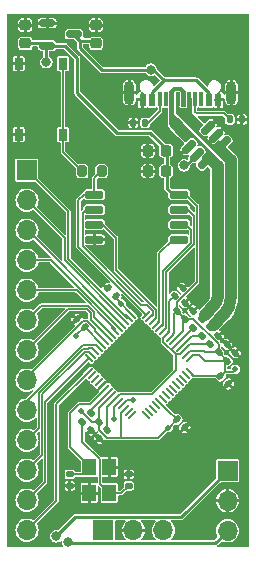
<source format=gbr>
%TF.GenerationSoftware,KiCad,Pcbnew,7.0.2*%
%TF.CreationDate,2023-08-01T18:38:05+02:00*%
%TF.ProjectId,RP2040_base_example,52503230-3430-45f6-9261-73655f657861,0.9*%
%TF.SameCoordinates,Original*%
%TF.FileFunction,Copper,L1,Top*%
%TF.FilePolarity,Positive*%
%FSLAX46Y46*%
G04 Gerber Fmt 4.6, Leading zero omitted, Abs format (unit mm)*
G04 Created by KiCad (PCBNEW 7.0.2) date 2023-08-01 18:38:05*
%MOMM*%
%LPD*%
G01*
G04 APERTURE LIST*
G04 Aperture macros list*
%AMRoundRect*
0 Rectangle with rounded corners*
0 $1 Rounding radius*
0 $2 $3 $4 $5 $6 $7 $8 $9 X,Y pos of 4 corners*
0 Add a 4 corners polygon primitive as box body*
4,1,4,$2,$3,$4,$5,$6,$7,$8,$9,$2,$3,0*
0 Add four circle primitives for the rounded corners*
1,1,$1+$1,$2,$3*
1,1,$1+$1,$4,$5*
1,1,$1+$1,$6,$7*
1,1,$1+$1,$8,$9*
0 Add four rect primitives between the rounded corners*
20,1,$1+$1,$2,$3,$4,$5,0*
20,1,$1+$1,$4,$5,$6,$7,0*
20,1,$1+$1,$6,$7,$8,$9,0*
20,1,$1+$1,$8,$9,$2,$3,0*%
%AMRotRect*
0 Rectangle, with rotation*
0 The origin of the aperture is its center*
0 $1 length*
0 $2 width*
0 $3 Rotation angle, in degrees counterclockwise*
0 Add horizontal line*
21,1,$1,$2,0,0,$3*%
G04 Aperture macros list end*
%TA.AperFunction,SMDPad,CuDef*%
%ADD10R,1.200000X1.400000*%
%TD*%
%TA.AperFunction,SMDPad,CuDef*%
%ADD11RoundRect,0.140000X0.170000X-0.140000X0.170000X0.140000X-0.170000X0.140000X-0.170000X-0.140000X0*%
%TD*%
%TA.AperFunction,SMDPad,CuDef*%
%ADD12RoundRect,0.150000X0.256326X0.468458X-0.468458X-0.256326X-0.256326X-0.468458X0.468458X0.256326X0*%
%TD*%
%TA.AperFunction,SMDPad,CuDef*%
%ADD13RoundRect,0.140000X0.021213X-0.219203X0.219203X-0.021213X-0.021213X0.219203X-0.219203X0.021213X0*%
%TD*%
%TA.AperFunction,SMDPad,CuDef*%
%ADD14RoundRect,0.225000X0.225000X0.250000X-0.225000X0.250000X-0.225000X-0.250000X0.225000X-0.250000X0*%
%TD*%
%TA.AperFunction,SMDPad,CuDef*%
%ADD15RoundRect,0.225000X0.250000X-0.225000X0.250000X0.225000X-0.250000X0.225000X-0.250000X-0.225000X0*%
%TD*%
%TA.AperFunction,SMDPad,CuDef*%
%ADD16RoundRect,0.140000X-0.170000X0.140000X-0.170000X-0.140000X0.170000X-0.140000X0.170000X0.140000X0*%
%TD*%
%TA.AperFunction,SMDPad,CuDef*%
%ADD17RoundRect,0.140000X-0.021213X0.219203X-0.219203X0.021213X0.021213X-0.219203X0.219203X-0.021213X0*%
%TD*%
%TA.AperFunction,ComponentPad*%
%ADD18R,1.700000X1.700000*%
%TD*%
%TA.AperFunction,ComponentPad*%
%ADD19O,1.700000X1.700000*%
%TD*%
%TA.AperFunction,SMDPad,CuDef*%
%ADD20RoundRect,0.150000X-0.512500X-0.150000X0.512500X-0.150000X0.512500X0.150000X-0.512500X0.150000X0*%
%TD*%
%TA.AperFunction,SMDPad,CuDef*%
%ADD21RoundRect,0.140000X0.219203X0.021213X0.021213X0.219203X-0.219203X-0.021213X-0.021213X-0.219203X0*%
%TD*%
%TA.AperFunction,SMDPad,CuDef*%
%ADD22R,0.750000X1.000000*%
%TD*%
%TA.AperFunction,SMDPad,CuDef*%
%ADD23RoundRect,0.135000X0.135000X0.185000X-0.135000X0.185000X-0.135000X-0.185000X0.135000X-0.185000X0*%
%TD*%
%TA.AperFunction,SMDPad,CuDef*%
%ADD24RoundRect,0.135000X-0.035355X0.226274X-0.226274X0.035355X0.035355X-0.226274X0.226274X-0.035355X0*%
%TD*%
%TA.AperFunction,SMDPad,CuDef*%
%ADD25R,0.600000X1.040000*%
%TD*%
%TA.AperFunction,SMDPad,CuDef*%
%ADD26R,0.600000X1.090000*%
%TD*%
%TA.AperFunction,SMDPad,CuDef*%
%ADD27R,0.300000X1.160000*%
%TD*%
%TA.AperFunction,SMDPad,CuDef*%
%ADD28R,2.000000X2.000000*%
%TD*%
%TA.AperFunction,ComponentPad*%
%ADD29O,0.900000X2.000000*%
%TD*%
%TA.AperFunction,SMDPad,CuDef*%
%ADD30RoundRect,0.150000X-0.650000X-0.150000X0.650000X-0.150000X0.650000X0.150000X-0.650000X0.150000X0*%
%TD*%
%TA.AperFunction,SMDPad,CuDef*%
%ADD31RoundRect,0.135000X-0.135000X-0.185000X0.135000X-0.185000X0.135000X0.185000X-0.135000X0.185000X0*%
%TD*%
%TA.AperFunction,SMDPad,CuDef*%
%ADD32RoundRect,0.140000X-0.219203X-0.021213X-0.021213X-0.219203X0.219203X0.021213X0.021213X0.219203X0*%
%TD*%
%TA.AperFunction,SMDPad,CuDef*%
%ADD33RoundRect,0.050000X-0.309359X0.238649X0.238649X-0.309359X0.309359X-0.238649X-0.238649X0.309359X0*%
%TD*%
%TA.AperFunction,SMDPad,CuDef*%
%ADD34RoundRect,0.050000X-0.309359X-0.238649X-0.238649X-0.309359X0.309359X0.238649X0.238649X0.309359X0*%
%TD*%
%TA.AperFunction,SMDPad,CuDef*%
%ADD35RotRect,3.200000X3.200000X315.000000*%
%TD*%
%TA.AperFunction,SMDPad,CuDef*%
%ADD36RoundRect,0.200000X0.200000X0.275000X-0.200000X0.275000X-0.200000X-0.275000X0.200000X-0.275000X0*%
%TD*%
%TA.AperFunction,ViaPad*%
%ADD37C,0.500000*%
%TD*%
%TA.AperFunction,ViaPad*%
%ADD38C,0.800000*%
%TD*%
%TA.AperFunction,Conductor*%
%ADD39C,0.254000*%
%TD*%
%TA.AperFunction,Conductor*%
%ADD40C,0.127000*%
%TD*%
%TA.AperFunction,Conductor*%
%ADD41C,1.000000*%
%TD*%
G04 APERTURE END LIST*
D10*
%TO.P,Y1,1,1*%
%TO.N,/RP2040-base/XIN*%
X67770030Y-80643931D03*
%TO.P,Y1,2,2*%
%TO.N,GND*%
X67770030Y-82843931D03*
%TO.P,Y1,3,3*%
%TO.N,Net-(C16-Pad1)*%
X69470030Y-82843931D03*
%TO.P,Y1,4,4*%
%TO.N,GND*%
X69470030Y-80643931D03*
%TD*%
D11*
%TO.P,C16,1*%
%TO.N,Net-(C16-Pad1)*%
X71120030Y-82223931D03*
%TO.P,C16,2*%
%TO.N,GND*%
X71120030Y-81263931D03*
%TD*%
D12*
%TO.P,U2,1,IO1*%
%TO.N,/RP2040-base/USB_D-*%
X79176085Y-53242417D03*
%TO.P,U2,2,VN*%
%TO.N,GND*%
X78504334Y-52570666D03*
%TO.P,U2,3,IO2*%
X77832583Y-51898915D03*
%TO.P,U2,4,IO3*%
X76223915Y-53507583D03*
%TO.P,U2,5,VP*%
%TO.N,VBUS*%
X76895666Y-54179334D03*
%TO.P,U2,6,IO4*%
%TO.N,/RP2040-base/USB_D+*%
X77567417Y-54851085D03*
%TD*%
D13*
%TO.P,C14,1*%
%TO.N,+3V3*%
X78731657Y-70925197D03*
%TO.P,C14,2*%
%TO.N,GND*%
X79410479Y-70246375D03*
%TD*%
D14*
%TO.P,C17,1*%
%TO.N,+3V3*%
X74275000Y-53850000D03*
%TO.P,C17,2*%
%TO.N,GND*%
X72725000Y-53850000D03*
%TD*%
D15*
%TO.P,C1,1*%
%TO.N,VBUS*%
X68353827Y-44775000D03*
%TO.P,C1,2*%
%TO.N,GND*%
X68353827Y-43225000D03*
%TD*%
D13*
%TO.P,C11,1*%
%TO.N,+3V3*%
X75196123Y-67389664D03*
%TO.P,C11,2*%
%TO.N,GND*%
X75874945Y-66710842D03*
%TD*%
D16*
%TO.P,C15,1*%
%TO.N,/RP2040-base/XIN*%
X66120030Y-81263931D03*
%TO.P,C15,2*%
%TO.N,GND*%
X66120030Y-82223931D03*
%TD*%
D17*
%TO.P,C3,1*%
%TO.N,/RP2040-base/1V1*%
X69312994Y-77515433D03*
%TO.P,C3,2*%
%TO.N,GND*%
X68634172Y-78194255D03*
%TD*%
D18*
%TO.P,J2,1,Pin_1*%
%TO.N,/RP2040-base/GPIO0*%
X62500000Y-55500000D03*
D19*
%TO.P,J2,2,Pin_2*%
%TO.N,/RP2040-base/GPIO1*%
X62500000Y-58040000D03*
%TO.P,J2,3,Pin_3*%
%TO.N,/RP2040-base/GPIO2*%
X62500000Y-60580000D03*
%TO.P,J2,4,Pin_4*%
%TO.N,/RP2040-base/GPIO3*%
X62500000Y-63120000D03*
%TO.P,J2,5,Pin_5*%
%TO.N,/RP2040-base/GPIO4*%
X62500000Y-65660000D03*
%TO.P,J2,6,Pin_6*%
%TO.N,/RP2040-base/GPIO5*%
X62500000Y-68200000D03*
%TO.P,J2,7,Pin_7*%
%TO.N,/RP2040-base/GPIO6*%
X62500000Y-70740000D03*
%TO.P,J2,8,Pin_8*%
%TO.N,/RP2040-base/GPIO7*%
X62500000Y-73280000D03*
%TO.P,J2,9,Pin_9*%
%TO.N,/RP2040-base/GPIO8*%
X62500000Y-75820000D03*
%TO.P,J2,10,Pin_10*%
%TO.N,/RP2040-base/GPIO9*%
X62500000Y-78360000D03*
%TO.P,J2,11,Pin_11*%
%TO.N,/RP2040-base/GPIO10*%
X62500000Y-80900000D03*
%TO.P,J2,12,Pin_12*%
%TO.N,/RP2040-base/GPIO11*%
X62500000Y-83440000D03*
%TO.P,J2,13,Pin_13*%
%TO.N,/RP2040-base/GPIO12*%
X62500000Y-85980000D03*
%TD*%
D13*
%TO.P,C4,1*%
%TO.N,/RP2040-base/1V1*%
X74998133Y-66173440D03*
%TO.P,C4,2*%
%TO.N,GND*%
X75676955Y-65494618D03*
%TD*%
D20*
%TO.P,U1,1,GND*%
%TO.N,GND*%
X64216327Y-43050000D03*
%TO.P,U1,2,VO*%
%TO.N,+3V3*%
X64216327Y-44950000D03*
%TO.P,U1,3,VI*%
%TO.N,VBUS*%
X66491327Y-44000000D03*
%TD*%
D21*
%TO.P,C7,1*%
%TO.N,+3V3*%
X67389664Y-68803877D03*
%TO.P,C7,2*%
%TO.N,GND*%
X66710842Y-68125055D03*
%TD*%
D22*
%TO.P,SW1,1,1*%
%TO.N,GND*%
X61795282Y-52500000D03*
X61795282Y-46500000D03*
%TO.P,SW1,2,2*%
%TO.N,/RP2040-base/~{USB_BOOT}*%
X65545282Y-52500000D03*
X65545282Y-46500000D03*
%TD*%
D23*
%TO.P,R2,1*%
%TO.N,Net-(J3-CC2)*%
X72510000Y-51500000D03*
%TO.P,R2,2*%
%TO.N,GND*%
X71490000Y-51500000D03*
%TD*%
D24*
%TO.P,R4,1*%
%TO.N,/RP2040-base/USB_D-*%
X78017478Y-68810949D03*
%TO.P,R4,2*%
%TO.N,Net-(U3-USB_DM)*%
X77296230Y-69532197D03*
%TD*%
D25*
%TO.P,J3,A1,GND*%
%TO.N,GND*%
X78700000Y-49560000D03*
D26*
%TO.P,J3,A4,VBUS*%
%TO.N,VBUS*%
X77900000Y-49535000D03*
D27*
%TO.P,J3,A5,CC1*%
%TO.N,Net-(J3-CC1)*%
X76750000Y-49500000D03*
%TO.P,J3,A6,D+*%
%TO.N,/RP2040-base/USB_D+*%
X75750000Y-49500000D03*
%TO.P,J3,A7,D-*%
%TO.N,/RP2040-base/USB_D-*%
X75250000Y-49500000D03*
%TO.P,J3,A8,SBU1*%
%TO.N,unconnected-(J3-SBU1-PadA8)*%
X74250000Y-49500000D03*
D26*
%TO.P,J3,A9,VBUS*%
%TO.N,VBUS*%
X73100000Y-49535000D03*
D25*
%TO.P,J3,A12,GND*%
%TO.N,GND*%
X72300000Y-49560000D03*
%TO.P,J3,B1,GND*%
X72300000Y-49560000D03*
D26*
%TO.P,J3,B4,VBUS*%
%TO.N,VBUS*%
X73100000Y-49535000D03*
D27*
%TO.P,J3,B5,CC2*%
%TO.N,Net-(J3-CC2)*%
X73750000Y-49500000D03*
%TO.P,J3,B6,D+*%
%TO.N,/RP2040-base/USB_D+*%
X74750000Y-49500000D03*
%TO.P,J3,B7,D-*%
%TO.N,/RP2040-base/USB_D-*%
X76250000Y-49500000D03*
%TO.P,J3,B8,SBU2*%
%TO.N,unconnected-(J3-SBU2-PadB8)*%
X77250000Y-49500000D03*
D26*
%TO.P,J3,B9,VBUS*%
%TO.N,VBUS*%
X77900000Y-49535000D03*
D25*
%TO.P,J3,B12,GND*%
%TO.N,GND*%
X78700000Y-49560000D03*
D28*
%TO.P,J3,S1,SHIELD*%
X80250000Y-44760000D03*
D29*
X79820000Y-48960000D03*
X71180000Y-48960000D03*
D28*
X70750000Y-44760000D03*
%TD*%
D17*
%TO.P,C8,1*%
%TO.N,+3V3*%
X68605887Y-76808326D03*
%TO.P,C8,2*%
%TO.N,GND*%
X67927065Y-77487148D03*
%TD*%
D18*
%TO.P,SWD1,1,Pin_1*%
%TO.N,/RP2040-base/SWCLK*%
X68975000Y-86000000D03*
D19*
%TO.P,SWD1,2,Pin_2*%
%TO.N,GND*%
X71515000Y-86000000D03*
%TO.P,SWD1,3,Pin_3*%
%TO.N,/RP2040-base/SWD*%
X74055000Y-86000000D03*
%TD*%
D30*
%TO.P,U4,1,~{CS}*%
%TO.N,/RP2040-base/QSPI_SS*%
X68202010Y-57565068D03*
%TO.P,U4,2,DO(IO1)*%
%TO.N,/RP2040-base/QSPI_SD1*%
X68202010Y-58835068D03*
%TO.P,U4,3,IO2*%
%TO.N,/RP2040-base/QSPI_SD2*%
X68202010Y-60105068D03*
%TO.P,U4,4,GND*%
%TO.N,GND*%
X68202010Y-61375068D03*
%TO.P,U4,5,DI(IO0)*%
%TO.N,/RP2040-base/QSPI_SD0*%
X75402010Y-61375068D03*
%TO.P,U4,6,CLK*%
%TO.N,/RP2040-base/QSPI_SCLK*%
X75402010Y-60105068D03*
%TO.P,U4,7,IO3*%
%TO.N,/RP2040-base/QSPI_SD3*%
X75402010Y-58835068D03*
%TO.P,U4,8,VCC*%
%TO.N,+3V3*%
X75402010Y-57565068D03*
%TD*%
D13*
%TO.P,C12,1*%
%TO.N,+3V3*%
X75903230Y-68096770D03*
%TO.P,C12,2*%
%TO.N,GND*%
X76582052Y-67417948D03*
%TD*%
D31*
%TO.P,R1,1*%
%TO.N,Net-(J3-CC1)*%
X79690000Y-51200000D03*
%TO.P,R1,2*%
%TO.N,GND*%
X80710000Y-51200000D03*
%TD*%
D13*
%TO.P,C5,1*%
%TO.N,+3V3*%
X79438764Y-71632304D03*
%TO.P,C5,2*%
%TO.N,GND*%
X80117586Y-70953482D03*
%TD*%
D21*
%TO.P,C6,1*%
%TO.N,+3V3*%
X70020101Y-66173440D03*
%TO.P,C6,2*%
%TO.N,GND*%
X69341279Y-65494618D03*
%TD*%
D32*
%TO.P,C10,1*%
%TO.N,+3V3*%
X78887220Y-72919239D03*
%TO.P,C10,2*%
%TO.N,GND*%
X79566042Y-73598061D03*
%TD*%
D24*
%TO.P,R3,1*%
%TO.N,/RP2040-base/USB_D+*%
X77310371Y-68103842D03*
%TO.P,R3,2*%
%TO.N,Net-(U3-USB_DP)*%
X76589123Y-68825090D03*
%TD*%
D13*
%TO.P,C13,1*%
%TO.N,/RP2040-base/1V1*%
X78024550Y-70218091D03*
%TO.P,C13,2*%
%TO.N,GND*%
X78703372Y-69539269D03*
%TD*%
D33*
%TO.P,U3,1,IOVDD*%
%TO.N,+3V3*%
X71407798Y-67730843D03*
%TO.P,U3,2,GPIO0*%
%TO.N,/RP2040-base/GPIO0*%
X71124955Y-68013686D03*
%TO.P,U3,3,GPIO1*%
%TO.N,/RP2040-base/GPIO1*%
X70842113Y-68296528D03*
%TO.P,U3,4,GPIO2*%
%TO.N,/RP2040-base/GPIO2*%
X70559270Y-68579371D03*
%TO.P,U3,5,GPIO3*%
%TO.N,/RP2040-base/GPIO3*%
X70276427Y-68862214D03*
%TO.P,U3,6,GPIO4*%
%TO.N,/RP2040-base/GPIO4*%
X69993585Y-69145056D03*
%TO.P,U3,7,GPIO5*%
%TO.N,/RP2040-base/GPIO5*%
X69710742Y-69427899D03*
%TO.P,U3,8,GPIO6*%
%TO.N,/RP2040-base/GPIO6*%
X69427899Y-69710742D03*
%TO.P,U3,9,GPIO7*%
%TO.N,/RP2040-base/GPIO7*%
X69145056Y-69993585D03*
%TO.P,U3,10,IOVDD*%
%TO.N,+3V3*%
X68862214Y-70276427D03*
%TO.P,U3,11,GPIO8*%
%TO.N,/RP2040-base/GPIO8*%
X68579371Y-70559270D03*
%TO.P,U3,12,GPIO9*%
%TO.N,/RP2040-base/GPIO9*%
X68296528Y-70842113D03*
%TO.P,U3,13,GPIO10*%
%TO.N,/RP2040-base/GPIO10*%
X68013686Y-71124955D03*
%TO.P,U3,14,GPIO11*%
%TO.N,/RP2040-base/GPIO11*%
X67730843Y-71407798D03*
D34*
%TO.P,U3,15,GPIO12*%
%TO.N,/RP2040-base/GPIO12*%
X67730843Y-72592202D03*
%TO.P,U3,16,GPIO13*%
%TO.N,/RP2040-base/GPIO13*%
X68013686Y-72875045D03*
%TO.P,U3,17,GPIO14*%
%TO.N,/RP2040-base/GPIO14*%
X68296528Y-73157887D03*
%TO.P,U3,18,GPIO15*%
%TO.N,/RP2040-base/GPIO15*%
X68579371Y-73440730D03*
%TO.P,U3,19,TESTEN*%
%TO.N,GND*%
X68862214Y-73723573D03*
%TO.P,U3,20,XIN*%
%TO.N,/RP2040-base/XIN*%
X69145056Y-74006415D03*
%TO.P,U3,21,XOUT*%
%TO.N,/RP2040-base/XOUT*%
X69427899Y-74289258D03*
%TO.P,U3,22,IOVDD*%
%TO.N,+3V3*%
X69710742Y-74572101D03*
%TO.P,U3,23,DVDD*%
%TO.N,/RP2040-base/1V1*%
X69993585Y-74854944D03*
%TO.P,U3,24,SWCLK*%
%TO.N,/RP2040-base/SWCLK*%
X70276427Y-75137786D03*
%TO.P,U3,25,SWD*%
%TO.N,/RP2040-base/SWD*%
X70559270Y-75420629D03*
%TO.P,U3,26,RUN*%
%TO.N,+3V3*%
X70842113Y-75703472D03*
%TO.P,U3,27,GPIO16*%
%TO.N,/RP2040-base/GPIO16*%
X71124955Y-75986314D03*
%TO.P,U3,28,GPIO17*%
%TO.N,/RP2040-base/GPIO17*%
X71407798Y-76269157D03*
D33*
%TO.P,U3,29,GPIO18*%
%TO.N,/RP2040-base/GPIO18*%
X72592202Y-76269157D03*
%TO.P,U3,30,GPIO19*%
%TO.N,/RP2040-base/GPIO19*%
X72875045Y-75986314D03*
%TO.P,U3,31,GPIO20*%
%TO.N,/RP2040-base/GPIO20*%
X73157887Y-75703472D03*
%TO.P,U3,32,GPIO21*%
%TO.N,/RP2040-base/GPIO21*%
X73440730Y-75420629D03*
%TO.P,U3,33,IOVDD*%
%TO.N,+3V3*%
X73723573Y-75137786D03*
%TO.P,U3,34,GPIO22*%
%TO.N,/RP2040-base/GPIO22*%
X74006415Y-74854944D03*
%TO.P,U3,35,GPIO23*%
%TO.N,/RP2040-base/GPIO23*%
X74289258Y-74572101D03*
%TO.P,U3,36,GPIO24*%
%TO.N,/RP2040-base/GPIO24*%
X74572101Y-74289258D03*
%TO.P,U3,37,GPIO25*%
%TO.N,/RP2040-base/GPIO25*%
X74854944Y-74006415D03*
%TO.P,U3,38,GPIO26_ADC0*%
%TO.N,/RP2040-base/GPIO26*%
X75137786Y-73723573D03*
%TO.P,U3,39,GPIO27_ADC1*%
%TO.N,/RP2040-base/GPIO27*%
X75420629Y-73440730D03*
%TO.P,U3,40,GPIO28_ADC2*%
%TO.N,/RP2040-base/GPIO28*%
X75703472Y-73157887D03*
%TO.P,U3,41,GPIO29_ADC3*%
%TO.N,/RP2040-base/GPIO29*%
X75986314Y-72875045D03*
%TO.P,U3,42,IOVDD*%
%TO.N,+3V3*%
X76269157Y-72592202D03*
D34*
%TO.P,U3,43,ADC_AVDD*%
X76269157Y-71407798D03*
%TO.P,U3,44,VREG_IN*%
X75986314Y-71124955D03*
%TO.P,U3,45,VREG_VOUT*%
%TO.N,/RP2040-base/1V1*%
X75703472Y-70842113D03*
%TO.P,U3,46,USB_DM*%
%TO.N,Net-(U3-USB_DM)*%
X75420629Y-70559270D03*
%TO.P,U3,47,USB_DP*%
%TO.N,Net-(U3-USB_DP)*%
X75137786Y-70276427D03*
%TO.P,U3,48,USB_VDD*%
%TO.N,+3V3*%
X74854944Y-69993585D03*
%TO.P,U3,49,IOVDD*%
X74572101Y-69710742D03*
%TO.P,U3,50,DVDD*%
%TO.N,/RP2040-base/1V1*%
X74289258Y-69427899D03*
%TO.P,U3,51,QSPI_SD3*%
%TO.N,/RP2040-base/QSPI_SD3*%
X74006415Y-69145056D03*
%TO.P,U3,52,QSPI_SCLK*%
%TO.N,/RP2040-base/QSPI_SCLK*%
X73723573Y-68862214D03*
%TO.P,U3,53,QSPI_SD0*%
%TO.N,/RP2040-base/QSPI_SD0*%
X73440730Y-68579371D03*
%TO.P,U3,54,QSPI_SD2*%
%TO.N,/RP2040-base/QSPI_SD2*%
X73157887Y-68296528D03*
%TO.P,U3,55,QSPI_SD1*%
%TO.N,/RP2040-base/QSPI_SD1*%
X72875045Y-68013686D03*
%TO.P,U3,56,QSPI_SS*%
%TO.N,/RP2040-base/QSPI_SS*%
X72592202Y-67730843D03*
D35*
%TO.P,U3,57,GND*%
%TO.N,GND*%
X72000000Y-72000000D03*
%TD*%
D32*
%TO.P,C9,1*%
%TO.N,+3V3*%
X75196123Y-76610336D03*
%TO.P,C9,2*%
%TO.N,GND*%
X75874945Y-77289158D03*
%TD*%
D14*
%TO.P,C18,1*%
%TO.N,+3V3*%
X74275000Y-55580981D03*
%TO.P,C18,2*%
%TO.N,GND*%
X72725000Y-55580981D03*
%TD*%
D24*
%TO.P,R5,1*%
%TO.N,/RP2040-base/XOUT*%
X67919993Y-76080007D03*
%TO.P,R5,2*%
%TO.N,Net-(C16-Pad1)*%
X67198745Y-76801255D03*
%TD*%
D15*
%TO.P,C2,1*%
%TO.N,+3V3*%
X62353827Y-44775000D03*
%TO.P,C2,2*%
%TO.N,GND*%
X62353827Y-43225000D03*
%TD*%
D36*
%TO.P,R6,1*%
%TO.N,/RP2040-base/QSPI_SS*%
X68825000Y-55580981D03*
%TO.P,R6,2*%
%TO.N,/RP2040-base/~{USB_BOOT}*%
X67175000Y-55580981D03*
%TD*%
D18*
%TO.P,J1,1,Pin_1*%
%TO.N,+3V3*%
X79500000Y-80960000D03*
D19*
%TO.P,J1,2,Pin_2*%
%TO.N,GND*%
X79500000Y-83500000D03*
%TO.P,J1,3,Pin_3*%
%TO.N,VBUS*%
X79500000Y-86040000D03*
%TD*%
D37*
%TO.N,GND*%
X69342000Y-43180000D03*
X64770000Y-43815000D03*
X63500000Y-43815000D03*
X67757359Y-84020815D03*
X73414214Y-70585786D03*
X74298097Y-72530330D03*
X80131728Y-69525126D03*
X69525126Y-61393398D03*
X68641243Y-79247845D03*
X76419417Y-76772971D03*
X77250000Y-66700000D03*
X69171573Y-72000000D03*
X69525126Y-79424621D03*
X74298097Y-71469670D03*
X79424621Y-68818019D03*
X72707107Y-56443651D03*
X79071068Y-74121320D03*
X68818019Y-62100505D03*
X68818019Y-64928932D03*
X70585786Y-80485281D03*
X72707107Y-54675884D03*
X72707107Y-52908117D03*
X73237437Y-73590990D03*
X70585786Y-70585786D03*
X67757359Y-78363961D03*
X66696699Y-82960155D03*
X67403806Y-67757359D03*
X68110913Y-62100505D03*
X76596194Y-65989592D03*
X80838835Y-70232233D03*
X72000000Y-69171573D03*
X70585786Y-73414214D03*
X76242641Y-64928932D03*
D38*
%TO.N,+3V3*%
X65000000Y-86500000D03*
X64135000Y-46355000D03*
D37*
X74474874Y-77303301D03*
X66696699Y-69525126D03*
X67050253Y-75889087D03*
X80131728Y-72353553D03*
X70479720Y-66802765D03*
%TO.N,/RP2040-base/SWCLK*%
X69900000Y-76550000D03*
%TO.N,/RP2040-base/SWD*%
X71500000Y-75000000D03*
D38*
%TO.N,VBUS*%
X75800000Y-55100000D03*
X66000000Y-87000000D03*
X73000000Y-47000000D03*
%TD*%
D39*
%TO.N,VBUS*%
X67013210Y-44586790D02*
X67067209Y-44532791D01*
X67067209Y-44532791D02*
X68111618Y-44532791D01*
X68111618Y-44532791D02*
X68353827Y-44775000D01*
D40*
%TO.N,/RP2040-base/1V1*%
X75436456Y-71109129D02*
X75082362Y-71109129D01*
X74568225Y-69148933D02*
X74289258Y-69427899D01*
X73060660Y-74474874D02*
X75082362Y-72453172D01*
X74998133Y-66173440D02*
X74568225Y-66603348D01*
X74022242Y-70049009D02*
X74022242Y-69694915D01*
X76327494Y-70218091D02*
X75703472Y-70842113D01*
X75082362Y-71109129D02*
X74022242Y-70049009D01*
X69312994Y-75535534D02*
X69993585Y-74854944D01*
X70373654Y-74474874D02*
X73060660Y-74474874D01*
X69993585Y-74854944D02*
X70373654Y-74474874D01*
X74568225Y-66603348D02*
X74568225Y-69148933D01*
X74022242Y-69694915D02*
X74289258Y-69427899D01*
X75703472Y-70842113D02*
X75436456Y-71109129D01*
X78024550Y-70218091D02*
X76327494Y-70218091D01*
X75082362Y-72453172D02*
X75082362Y-71109129D01*
X69312994Y-77515433D02*
X69312994Y-75535534D01*
%TO.N,/RP2040-base/XIN*%
X68000000Y-80786950D02*
X66166369Y-78953319D01*
X66120030Y-81263932D02*
X68000000Y-81263932D01*
X68000000Y-81263932D02*
X68000000Y-80786950D01*
X67863425Y-75288047D02*
X69145056Y-74006415D01*
X66166369Y-78953319D02*
X66166369Y-76065864D01*
X66166369Y-76065864D02*
X66944187Y-75288047D01*
X66944187Y-75288047D02*
X67863425Y-75288047D01*
D39*
%TO.N,GND*%
X75874945Y-66710842D02*
X75874946Y-66710842D01*
D40*
%TO.N,/RP2040-base/USB_D+*%
X78175380Y-54676085D02*
X77467417Y-54676085D01*
X74750000Y-51250000D02*
X74750000Y-49500000D01*
X77800000Y-53775000D02*
X76270353Y-52245353D01*
X75050000Y-51550000D02*
X74750000Y-51250000D01*
D41*
X78636500Y-55137205D02*
X78636500Y-66249286D01*
D40*
X77800000Y-54343502D02*
X77800000Y-53775000D01*
D41*
X78343607Y-66956393D02*
X77568255Y-67731745D01*
X75050000Y-51550000D02*
X75050000Y-51550705D01*
X75050000Y-51550705D02*
X75744647Y-52245353D01*
D40*
X78636500Y-55137205D02*
X78175380Y-54676085D01*
X77467417Y-54676085D02*
X77800000Y-54343502D01*
X76270353Y-52245353D02*
X75744647Y-52245353D01*
D41*
X78343614Y-66956400D02*
G75*
G03*
X78636500Y-66249286I-707114J707100D01*
G01*
D40*
%TO.N,+3V3*%
X76906204Y-64972476D02*
X76906204Y-58521428D01*
D39*
X70130000Y-52350000D02*
X66775000Y-48995000D01*
D40*
X75917372Y-68110913D02*
X76582759Y-68110913D01*
X70500000Y-78187184D02*
X70500000Y-76045585D01*
X75903229Y-68096771D02*
X75691097Y-68308903D01*
D39*
X64041327Y-44775000D02*
X64216327Y-44950000D01*
D40*
X76596194Y-72919239D02*
X78887220Y-72919239D01*
D39*
X75564000Y-84896000D02*
X66604000Y-84896000D01*
X74344777Y-57044777D02*
X74344777Y-53744777D01*
D40*
X75949844Y-57565068D02*
X75402010Y-57565068D01*
X76539626Y-71137330D02*
X76269157Y-71407798D01*
X78887220Y-72919239D02*
X79247845Y-72558614D01*
X75691097Y-69157431D02*
X74854944Y-69993585D01*
D39*
X79500000Y-80960000D02*
X75564000Y-84896000D01*
D40*
X75196123Y-66682557D02*
X76906204Y-64972476D01*
X76269157Y-72592202D02*
X76596194Y-72919239D01*
X75903229Y-68096771D02*
X75917372Y-68110913D01*
X78731657Y-70925198D02*
X79438763Y-71632304D01*
X78731657Y-70925198D02*
X77600286Y-70925198D01*
X74983991Y-69298852D02*
X74572101Y-69710742D01*
X77105311Y-71137330D02*
X76539626Y-71137330D01*
D39*
X66604000Y-84896000D02*
X65000000Y-86500000D01*
D40*
X74474874Y-77303301D02*
X73590991Y-78187184D01*
X66696699Y-69525126D02*
X66696699Y-69496842D01*
X75196123Y-67389664D02*
X75196123Y-67417948D01*
X74474874Y-75889087D02*
X73723573Y-75137786D01*
X77458864Y-70783776D02*
X76327494Y-70783776D01*
X70500000Y-76045585D02*
X70842113Y-75703472D01*
X76327494Y-70783776D02*
X75986314Y-71124955D01*
D39*
X65725000Y-44950000D02*
X64216327Y-44950000D01*
D40*
X75196123Y-67417948D02*
X75874945Y-68096771D01*
X77600286Y-70925198D02*
X77458864Y-70783776D01*
X73590991Y-78187184D02*
X70055456Y-78187184D01*
X68605887Y-76808326D02*
X67969491Y-76808326D01*
X79247845Y-72558614D02*
X79926667Y-72558614D01*
X79438763Y-71632304D02*
X79247845Y-71823223D01*
X75691097Y-68308903D02*
X75691097Y-69157431D01*
X68605887Y-76808326D02*
X68605887Y-75676955D01*
X71407798Y-67730843D02*
X70020101Y-66343146D01*
D39*
X74865068Y-57565068D02*
X74344777Y-57044777D01*
D40*
X67969491Y-76808326D02*
X67050253Y-75889087D01*
X75196123Y-67389664D02*
X75196123Y-66682557D01*
X77600286Y-71632304D02*
X77105311Y-71137330D01*
D39*
X72950000Y-52350000D02*
X70130000Y-52350000D01*
X62353827Y-44775000D02*
X64041327Y-44775000D01*
X66775000Y-48995000D02*
X66775000Y-46000000D01*
X75402010Y-57565068D02*
X74865068Y-57565068D01*
X66775000Y-46000000D02*
X65725000Y-44950000D01*
D40*
X75874945Y-68096771D02*
X75903229Y-68096771D01*
X74983991Y-67601796D02*
X74983991Y-69298852D01*
D39*
X64135000Y-45031327D02*
X64216327Y-44950000D01*
D40*
X76582759Y-68110913D02*
X78731657Y-70259810D01*
D39*
X64135000Y-46355000D02*
X64135000Y-45031327D01*
D40*
X74503158Y-77303301D02*
X74474874Y-77303301D01*
X74474874Y-75889087D02*
X75196123Y-76610336D01*
X68605887Y-77473714D02*
X68605887Y-76808326D01*
X70479720Y-66802765D02*
X70020101Y-66343146D01*
X68605887Y-75676955D02*
X69710742Y-74572101D01*
X70020101Y-66343146D02*
X70020101Y-66173440D01*
X76906204Y-58521428D02*
X75949844Y-57565068D01*
X79247845Y-71823223D02*
X79247845Y-72558614D01*
D39*
X74344777Y-53744777D02*
X72950000Y-52350000D01*
D40*
X75196123Y-67389664D02*
X74983991Y-67601796D01*
X78731657Y-70259810D02*
X78731657Y-70925198D01*
X69319358Y-78187184D02*
X68605887Y-77473714D01*
X70055456Y-78187184D02*
X69319358Y-78187184D01*
X75196123Y-76610336D02*
X74503158Y-77303301D01*
X70055456Y-78187184D02*
X70500000Y-78187184D01*
X79926667Y-72558614D02*
X80131728Y-72353553D01*
X66696699Y-69496842D02*
X67389664Y-68803877D01*
X67389664Y-68803877D02*
X68862214Y-70276427D01*
X79438763Y-71632304D02*
X77600286Y-71632304D01*
%TO.N,/RP2040-base/USB_D-*%
X79001085Y-53575000D02*
X79176085Y-53750000D01*
X76250000Y-51522656D02*
X78302344Y-53575000D01*
X79176085Y-53750000D02*
X79176085Y-54082266D01*
X78302344Y-53575000D02*
X79001085Y-53575000D01*
D41*
X79763500Y-54669681D02*
X79763500Y-66255468D01*
D40*
X76250000Y-49500000D02*
X76250000Y-51522656D01*
X79176085Y-53167417D02*
X79176085Y-53750000D01*
D41*
X79140516Y-67759484D02*
X78300000Y-68600000D01*
D40*
X79176085Y-54082266D02*
X79763500Y-54669681D01*
D41*
X79140532Y-67759500D02*
G75*
G03*
X79763500Y-66255468I-1504032J1504000D01*
G01*
D40*
%TO.N,Net-(C16-Pad1)*%
X67198745Y-78498745D02*
X68679530Y-79979530D01*
X67198745Y-76801255D02*
X67198745Y-78498745D01*
X68679530Y-82053431D02*
X69470030Y-82843931D01*
X68679530Y-79979530D02*
X68679530Y-82053431D01*
X69470030Y-82843931D02*
X70500030Y-82843931D01*
X70500030Y-82843931D02*
X71120030Y-82223931D01*
%TO.N,/RP2040-base/QSPI_SS*%
X68202010Y-57565068D02*
X67343049Y-57565068D01*
X66852263Y-58055854D02*
X66852263Y-61990904D01*
X67343049Y-57565068D02*
X66852263Y-58055854D01*
X68825000Y-55580981D02*
X68202010Y-56203971D01*
X68202010Y-56203971D02*
X68202010Y-57565068D01*
X66852263Y-61990904D02*
X72592202Y-67730843D01*
%TO.N,/RP2040-base/~{USB_BOOT}*%
X65545282Y-52500000D02*
X65545282Y-53951263D01*
X67175000Y-55580981D02*
X65545282Y-53951263D01*
X65545282Y-52500000D02*
X65545282Y-46500000D01*
%TO.N,/RP2040-base/XOUT*%
X67919994Y-76080006D02*
X67919994Y-75797163D01*
X67919994Y-75797163D02*
X69427899Y-74289258D01*
%TO.N,/RP2040-base/QSPI_SD1*%
X73142061Y-67392576D02*
X72644174Y-66894689D01*
X73142061Y-67746669D02*
X73142061Y-67392576D01*
X72644174Y-66894689D02*
X72155563Y-66894689D01*
X67205816Y-61944942D02*
X67205816Y-59116514D01*
X72155563Y-66894689D02*
X67205816Y-61944942D01*
X72875045Y-68013686D02*
X73142061Y-67746669D01*
X67487262Y-58835068D02*
X68202010Y-58835068D01*
X67205816Y-59116514D02*
X67487262Y-58835068D01*
%TO.N,/RP2040-base/QSPI_SD2*%
X68202010Y-60105067D02*
X68901476Y-60105067D01*
X73424904Y-68029512D02*
X73157887Y-68296528D01*
X68901476Y-60105067D02*
X70055456Y-61259048D01*
X73424904Y-67316208D02*
X73424904Y-68029512D01*
X70055456Y-63946761D02*
X73424904Y-67316208D01*
X70055456Y-61259048D02*
X70055456Y-63946761D01*
%TO.N,/RP2040-base/QSPI_SD0*%
X73707746Y-68312355D02*
X73440730Y-68579371D01*
X73707746Y-62514079D02*
X73707746Y-68312355D01*
X75402010Y-61375068D02*
X74846757Y-61375068D01*
X74846757Y-61375068D02*
X73707746Y-62514079D01*
%TO.N,/RP2040-base/QSPI_SCLK*%
X73995322Y-68590464D02*
X73995322Y-64063295D01*
X76398204Y-60530728D02*
X75972544Y-60105067D01*
X73995322Y-64063295D02*
X76398204Y-61660413D01*
X75972544Y-60105067D02*
X75402010Y-60105067D01*
X73723573Y-68862214D02*
X73995322Y-68590464D01*
X76398204Y-61660413D02*
X76398204Y-60530728D01*
%TO.N,/RP2040-base/QSPI_SD3*%
X74006415Y-69145056D02*
X74314225Y-68837247D01*
X74314225Y-68837247D02*
X74314225Y-64103603D01*
X74314225Y-64103603D02*
X76652204Y-61765624D01*
X76652204Y-59370514D02*
X76116758Y-58835068D01*
X76116758Y-58835068D02*
X75402010Y-58835068D01*
X76652204Y-61765624D02*
X76652204Y-59370514D01*
%TO.N,/RP2040-base/GPIO0*%
X66000000Y-59000000D02*
X62500000Y-55500000D01*
X71013686Y-68013686D02*
X66000000Y-63000000D01*
X71124955Y-68013686D02*
X71013686Y-68013686D01*
X66000000Y-63000000D02*
X66000000Y-59000000D01*
%TO.N,/RP2040-base/GPIO1*%
X65685585Y-61225585D02*
X62500000Y-58040000D01*
X65685585Y-63140000D02*
X65685585Y-61225585D01*
X70842113Y-68296528D02*
X65685585Y-63140000D01*
%TO.N,/RP2040-base/GPIO2*%
X70559270Y-68579371D02*
X62559899Y-60580000D01*
X62559899Y-60580000D02*
X62500000Y-60580000D01*
%TO.N,/RP2040-base/GPIO3*%
X64534213Y-63120000D02*
X62500000Y-63120000D01*
X70276427Y-68862214D02*
X64534213Y-63120000D01*
%TO.N,/RP2040-base/GPIO4*%
X69993585Y-69145056D02*
X69993585Y-68990200D01*
X69993585Y-68990200D02*
X69726568Y-68723183D01*
X69726568Y-68671565D02*
X66715003Y-65660000D01*
X66715003Y-65660000D02*
X62500000Y-65660000D01*
X69726568Y-68723183D02*
X69726568Y-68671565D01*
%TO.N,/RP2040-base/GPIO5*%
X67672883Y-66977090D02*
X63722910Y-66977090D01*
X68200000Y-67917157D02*
X68200000Y-67504207D01*
X63722910Y-66977090D02*
X62500000Y-68200000D01*
X69710742Y-69427899D02*
X68200000Y-67917157D01*
X68200000Y-67504207D02*
X67672883Y-66977090D01*
%TO.N,/RP2040-base/GPIO6*%
X67900000Y-67563417D02*
X67586583Y-67250000D01*
X67900000Y-68182843D02*
X67900000Y-67563417D01*
X67586583Y-67250000D02*
X65990000Y-67250000D01*
X69427899Y-69710742D02*
X67900000Y-68182843D01*
X65990000Y-67250000D02*
X62500000Y-70740000D01*
%TO.N,/RP2040-base/GPIO7*%
X68250000Y-68950000D02*
X67554173Y-68254173D01*
X62500000Y-73001285D02*
X62500000Y-73280000D01*
X68250000Y-69098529D02*
X68250000Y-68950000D01*
X67554173Y-68254173D02*
X67247112Y-68254173D01*
X67247112Y-68254173D02*
X62500000Y-73001285D01*
X69145056Y-69993585D02*
X68250000Y-69098529D01*
%TO.N,/RP2040-base/GPIO8*%
X68579371Y-70559270D02*
X68312854Y-70292753D01*
X67240048Y-70292753D02*
X62500000Y-75032801D01*
X68312854Y-70292753D02*
X67240048Y-70292753D01*
X62500000Y-75032801D02*
X62500000Y-75820000D01*
%TO.N,/RP2040-base/GPIO9*%
X63540500Y-77319500D02*
X62500000Y-78360000D01*
X68029511Y-70575096D02*
X67675419Y-70575096D01*
X67675419Y-70575096D02*
X67646576Y-70603939D01*
X67646576Y-70603939D02*
X67287366Y-70603939D01*
X63540500Y-74350805D02*
X63540500Y-77319500D01*
X67287366Y-70603939D02*
X63540500Y-74350805D01*
X68296528Y-70842113D02*
X68029511Y-70575096D01*
%TO.N,/RP2040-base/GPIO10*%
X63794500Y-74456015D02*
X63794500Y-79605500D01*
X63794500Y-79605500D02*
X62500000Y-80900000D01*
X68013686Y-71124955D02*
X67746670Y-70857939D01*
X67746670Y-70857939D02*
X67392576Y-70857939D01*
X67392576Y-70857939D02*
X63794500Y-74456015D01*
%TO.N,/RP2040-base/GPIO11*%
X64048001Y-75090640D02*
X64048001Y-81891999D01*
X67730843Y-71407798D02*
X64048001Y-75090640D01*
X64048001Y-81891999D02*
X62500000Y-83440000D01*
%TO.N,/RP2040-base/GPIO12*%
X65000000Y-83480000D02*
X62500000Y-85980000D01*
X65000000Y-75323045D02*
X65000000Y-83480000D01*
X67730843Y-72592202D02*
X65000000Y-75323045D01*
%TO.N,/RP2040-base/SWCLK*%
X69900000Y-76550000D02*
X69900000Y-75514213D01*
X69900000Y-75514213D02*
X70276427Y-75137786D01*
%TO.N,/RP2040-base/SWD*%
X71500000Y-75000000D02*
X70979899Y-75000000D01*
X70979899Y-75000000D02*
X70559270Y-75420629D01*
D39*
%TO.N,VBUS*%
X66491327Y-44000000D02*
X66491327Y-44064908D01*
X76834000Y-47900000D02*
X74113079Y-47900000D01*
X78436000Y-87104000D02*
X66104000Y-87104000D01*
X75800000Y-55100000D02*
X75975000Y-55100000D01*
X77900000Y-49535000D02*
X77900000Y-48966000D01*
X66491327Y-44064908D02*
X66938037Y-44511618D01*
X67013210Y-44586790D02*
X67013210Y-45163210D01*
X66938037Y-44511618D02*
X67013210Y-44586790D01*
X74113079Y-47900000D02*
X73213079Y-47000000D01*
X67013210Y-45163210D02*
X68850000Y-47000000D01*
X73100000Y-48913079D02*
X73100000Y-49535000D01*
X73213079Y-47000000D02*
X73000000Y-47000000D01*
X74113079Y-47900000D02*
X73100000Y-48913079D01*
X77900000Y-48966000D02*
X76834000Y-47900000D01*
X75975000Y-55100000D02*
X76895666Y-54179334D01*
X68850000Y-47000000D02*
X73000000Y-47000000D01*
X79500000Y-86040000D02*
X78436000Y-87104000D01*
X66104000Y-87104000D02*
X66000000Y-87000000D01*
D40*
%TO.N,Net-(U3-USB_DP)*%
X76589123Y-68825091D02*
X75137786Y-70276427D01*
%TO.N,Net-(U3-USB_DM)*%
X77296230Y-69532197D02*
X76447702Y-69532197D01*
X76447702Y-69532197D02*
X75420629Y-70559270D01*
%TO.N,Net-(J3-CC1)*%
X76750000Y-50592000D02*
X76750000Y-49500000D01*
X76858000Y-50700000D02*
X76750000Y-50592000D01*
X79690000Y-51200000D02*
X79190000Y-50700000D01*
X79190000Y-50700000D02*
X76858000Y-50700000D01*
%TO.N,Net-(J3-CC2)*%
X72746000Y-51500000D02*
X73750000Y-50496000D01*
X73750000Y-50496000D02*
X73750000Y-49500000D01*
X72510000Y-51500000D02*
X72746000Y-51500000D01*
%TD*%
%TA.AperFunction,Conductor*%
%TO.N,GND*%
G36*
X81299500Y-46400000D02*
G01*
X69400000Y-46400000D01*
X69400000Y-43400000D01*
X81299500Y-43400000D01*
X81299500Y-46400000D01*
G37*
%TD.AperFunction*%
%TD*%
%TA.AperFunction,Conductor*%
%TO.N,/RP2040-base/USB_D-*%
G36*
X75399194Y-49323306D02*
G01*
X75417500Y-49367500D01*
X75417500Y-50087500D01*
X75427586Y-50138207D01*
X75445249Y-50180849D01*
X75445253Y-50180857D01*
X75445892Y-50182400D01*
X75446689Y-50183860D01*
X75446694Y-50183870D01*
X75456508Y-50201842D01*
X75459467Y-50207261D01*
X75517600Y-50254108D01*
X75561794Y-50272414D01*
X75599908Y-50279995D01*
X75612499Y-50282500D01*
X75612500Y-50282500D01*
X75887501Y-50282500D01*
X75897587Y-50280493D01*
X75938206Y-50272414D01*
X75982400Y-50254108D01*
X76007261Y-50240533D01*
X76054108Y-50182400D01*
X76072414Y-50138206D01*
X76082500Y-50087500D01*
X76082500Y-49367500D01*
X76100806Y-49323306D01*
X76145000Y-49305000D01*
X76387500Y-49305000D01*
X76431694Y-49323306D01*
X76450000Y-49367500D01*
X76450000Y-50650000D01*
X77419266Y-51619266D01*
X77437572Y-51663460D01*
X77419266Y-51707654D01*
X77139877Y-51987044D01*
X77139868Y-51987053D01*
X77138606Y-51988316D01*
X77137499Y-51989713D01*
X77137487Y-51989727D01*
X77124102Y-52006625D01*
X77086624Y-52103365D01*
X77086624Y-52207116D01*
X77124102Y-52303855D01*
X77124103Y-52303857D01*
X77138606Y-52322166D01*
X77409332Y-52592892D01*
X77427641Y-52607395D01*
X77476011Y-52626134D01*
X77524382Y-52644874D01*
X77524383Y-52644874D01*
X77628131Y-52644874D01*
X77708749Y-52613641D01*
X77756572Y-52614745D01*
X77789607Y-52649341D01*
X77789607Y-52694498D01*
X77758375Y-52775116D01*
X77758375Y-52775117D01*
X77758375Y-52775118D01*
X77758375Y-52878866D01*
X77795854Y-52975608D01*
X77810357Y-52993917D01*
X78081083Y-53264643D01*
X78099392Y-53279146D01*
X78147763Y-53297885D01*
X78196133Y-53316625D01*
X78196134Y-53316625D01*
X78299883Y-53316625D01*
X78396623Y-53279146D01*
X78414933Y-53264643D01*
X78695594Y-52983981D01*
X78739787Y-52965676D01*
X78783981Y-52983982D01*
X79116625Y-53316625D01*
X80055806Y-54255806D01*
X80074112Y-54299999D01*
X80055806Y-54344193D01*
X79444194Y-54955806D01*
X79400000Y-54974112D01*
X79355806Y-54955806D01*
X75100806Y-50700806D01*
X75082500Y-50656612D01*
X75082500Y-49367500D01*
X75100806Y-49323306D01*
X75145000Y-49305000D01*
X75355000Y-49305000D01*
X75399194Y-49323306D01*
G37*
%TD.AperFunction*%
%TD*%
%TA.AperFunction,Conductor*%
%TO.N,/RP2040-base/USB_D+*%
G36*
X75618306Y-48468306D02*
G01*
X75931694Y-48781694D01*
X75950000Y-48825888D01*
X75950000Y-50087500D01*
X75931694Y-50131694D01*
X75887500Y-50150000D01*
X75612500Y-50150000D01*
X75568306Y-50131694D01*
X75550000Y-50087500D01*
X75550000Y-49300000D01*
X75545806Y-49295806D01*
X75527500Y-49251612D01*
X75527500Y-48907442D01*
X75520102Y-48870252D01*
X75491922Y-48828078D01*
X75449748Y-48799898D01*
X75412558Y-48792500D01*
X75087442Y-48792500D01*
X75068846Y-48796199D01*
X75050251Y-48799898D01*
X75008078Y-48828078D01*
X74979898Y-48870251D01*
X74972500Y-48907442D01*
X74972500Y-49251612D01*
X74954194Y-49295806D01*
X74950000Y-49300000D01*
X74950000Y-50750000D01*
X78949043Y-54749043D01*
X78967349Y-54793237D01*
X78949043Y-54837431D01*
X78942349Y-54843237D01*
X78243364Y-55367476D01*
X78197025Y-55379348D01*
X78161670Y-55361670D01*
X77283982Y-54483982D01*
X77265676Y-54439788D01*
X77283982Y-54395594D01*
X77426034Y-54253542D01*
X77589643Y-54089933D01*
X77604146Y-54071623D01*
X77604146Y-54071622D01*
X77641625Y-53974883D01*
X77641625Y-53871132D01*
X77604146Y-53774393D01*
X77604146Y-53774392D01*
X77589643Y-53756083D01*
X77318917Y-53485357D01*
X77317514Y-53484246D01*
X77317510Y-53484242D01*
X77309873Y-53478193D01*
X77300608Y-53470854D01*
X77300606Y-53470853D01*
X77203867Y-53433375D01*
X77203866Y-53433375D01*
X77100118Y-53433375D01*
X77100116Y-53433375D01*
X77019498Y-53464607D01*
X76971675Y-53463503D01*
X76938641Y-53428906D01*
X76938641Y-53383749D01*
X76951667Y-53350128D01*
X76969874Y-53303131D01*
X76969874Y-53199383D01*
X76969874Y-53199381D01*
X76932395Y-53102642D01*
X76932395Y-53102641D01*
X76917892Y-53084332D01*
X76647166Y-52813606D01*
X76645763Y-52812495D01*
X76645759Y-52812491D01*
X76638122Y-52806442D01*
X76628857Y-52799103D01*
X76628855Y-52799102D01*
X76532116Y-52761624D01*
X76532115Y-52761624D01*
X76428367Y-52761624D01*
X76428366Y-52761624D01*
X76331625Y-52799102D01*
X76314727Y-52812487D01*
X76314713Y-52812499D01*
X76313316Y-52813606D01*
X76312053Y-52814868D01*
X76312044Y-52814877D01*
X76007655Y-53119267D01*
X75963461Y-53137573D01*
X75919267Y-53119267D01*
X75053656Y-52253656D01*
X75046992Y-52245789D01*
X74561642Y-51566298D01*
X74550000Y-51529971D01*
X74550000Y-48825887D01*
X74568305Y-48781694D01*
X74881694Y-48468306D01*
X74925888Y-48450000D01*
X75574112Y-48450000D01*
X75618306Y-48468306D01*
G37*
%TD.AperFunction*%
%TD*%
%TA.AperFunction,Conductor*%
%TO.N,GND*%
G36*
X69043707Y-60517413D02*
G01*
X69846150Y-61319856D01*
X69864456Y-61364050D01*
X69864456Y-63903690D01*
X69860949Y-63924331D01*
X69860776Y-63924825D01*
X69864063Y-63953998D01*
X69864456Y-63960996D01*
X69864456Y-63968281D01*
X69866077Y-63975385D01*
X69867250Y-63982291D01*
X69870537Y-64011466D01*
X69870815Y-64011908D01*
X69878827Y-64031250D01*
X69878943Y-64031762D01*
X69897247Y-64054713D01*
X69901304Y-64060431D01*
X69905181Y-64066601D01*
X69910332Y-64071752D01*
X69915003Y-64076978D01*
X69933307Y-64099931D01*
X69933781Y-64100159D01*
X69950854Y-64112274D01*
X71225901Y-65387321D01*
X72435576Y-66596995D01*
X72453882Y-66641189D01*
X72435576Y-66685383D01*
X72391382Y-66703689D01*
X72260566Y-66703689D01*
X72216372Y-66685383D01*
X67436720Y-61905731D01*
X67418414Y-61861537D01*
X67436720Y-61817343D01*
X67480914Y-61799037D01*
X67488118Y-61799454D01*
X67508850Y-61801859D01*
X67512456Y-61802067D01*
X68075010Y-61802067D01*
X68075010Y-61502068D01*
X68329010Y-61502068D01*
X68329010Y-61802067D01*
X68891561Y-61802067D01*
X68895160Y-61801859D01*
X68916527Y-61799381D01*
X69011265Y-61757550D01*
X69084492Y-61684323D01*
X69126322Y-61589585D01*
X69128802Y-61568212D01*
X69129010Y-61564621D01*
X69129010Y-61502068D01*
X68329010Y-61502068D01*
X68075010Y-61502068D01*
X68075010Y-60948068D01*
X68329010Y-60948068D01*
X68329010Y-61248068D01*
X69129009Y-61248068D01*
X69129009Y-61185517D01*
X69128801Y-61181917D01*
X69126323Y-61160550D01*
X69084492Y-61065812D01*
X69011265Y-60992585D01*
X68916527Y-60950755D01*
X68895154Y-60948275D01*
X68891564Y-60948068D01*
X68329010Y-60948068D01*
X68075010Y-60948068D01*
X67512459Y-60948068D01*
X67508859Y-60948276D01*
X67487488Y-60950755D01*
X67484557Y-60952049D01*
X67436734Y-60953151D01*
X67402140Y-60920114D01*
X67396816Y-60894873D01*
X67396816Y-60585807D01*
X67415122Y-60541613D01*
X67459316Y-60523307D01*
X67484562Y-60528633D01*
X67487376Y-60529876D01*
X67499083Y-60531234D01*
X67508775Y-60532359D01*
X67508778Y-60532359D01*
X67510578Y-60532568D01*
X67512381Y-60532568D01*
X68891639Y-60532568D01*
X68893442Y-60532568D01*
X68895242Y-60532359D01*
X68895244Y-60532359D01*
X68916640Y-60529877D01*
X68916641Y-60529876D01*
X68916644Y-60529876D01*
X68974270Y-60504431D01*
X69022090Y-60503327D01*
X69043707Y-60517413D01*
G37*
%TD.AperFunction*%
%TA.AperFunction,Conductor*%
G36*
X76696898Y-62079432D02*
G01*
X76715204Y-62123626D01*
X76715204Y-64867472D01*
X76696898Y-64911666D01*
X76221242Y-65387321D01*
X76177048Y-65405627D01*
X76132854Y-65387321D01*
X76125082Y-65377851D01*
X76103553Y-65345632D01*
X76054549Y-65296627D01*
X75856560Y-65494617D01*
X75856560Y-65494618D01*
X75941059Y-65579117D01*
X75959365Y-65623311D01*
X75941059Y-65667505D01*
X75849842Y-65758721D01*
X75805648Y-65777027D01*
X75761454Y-65758721D01*
X75676955Y-65674223D01*
X75278147Y-65275415D01*
X75250357Y-65303204D01*
X75206242Y-65369226D01*
X75185521Y-65473404D01*
X75206242Y-65577583D01*
X75250359Y-65643608D01*
X75527964Y-65921213D01*
X75560187Y-65942744D01*
X75586763Y-65982518D01*
X75577431Y-66029434D01*
X75569657Y-66038906D01*
X75542779Y-66065783D01*
X75498585Y-66084088D01*
X75454391Y-66065781D01*
X75446619Y-66056311D01*
X75425117Y-66024131D01*
X75147441Y-65746455D01*
X75081293Y-65702256D01*
X74976920Y-65681496D01*
X74872546Y-65702256D01*
X74806398Y-65746455D01*
X74611919Y-65940934D01*
X74567725Y-65959240D01*
X74523531Y-65940934D01*
X74505225Y-65896740D01*
X74505225Y-65095810D01*
X75457752Y-65095810D01*
X75676954Y-65315012D01*
X75874945Y-65117022D01*
X75825943Y-65068022D01*
X75759918Y-65023905D01*
X75655742Y-65003184D01*
X75551563Y-65023905D01*
X75485541Y-65068020D01*
X75457752Y-65095810D01*
X74505225Y-65095810D01*
X74505225Y-64208604D01*
X74523530Y-64164411D01*
X76608510Y-62079431D01*
X76652704Y-62061126D01*
X76696898Y-62079432D01*
G37*
%TD.AperFunction*%
%TA.AperFunction,Conductor*%
G36*
X81281194Y-42318806D02*
G01*
X81299500Y-42363000D01*
X81299500Y-43400000D01*
X69400000Y-43400000D01*
X69400000Y-46400000D01*
X81299500Y-46400000D01*
X81299500Y-87337000D01*
X81281194Y-87381194D01*
X81237000Y-87399500D01*
X78657875Y-87399500D01*
X78613681Y-87381194D01*
X78595375Y-87337000D01*
X78613681Y-87292806D01*
X78618656Y-87288722D01*
X78619482Y-87287484D01*
X78619484Y-87287484D01*
X78630262Y-87271352D01*
X78638029Y-87261887D01*
X78979473Y-86920443D01*
X79023666Y-86902138D01*
X79053128Y-86909518D01*
X79124114Y-86947461D01*
X79124116Y-86947461D01*
X79124117Y-86947462D01*
X79308376Y-87003357D01*
X79500000Y-87022230D01*
X79691624Y-87003357D01*
X79875883Y-86947462D01*
X80045698Y-86856694D01*
X80194541Y-86734541D01*
X80316694Y-86585698D01*
X80407462Y-86415883D01*
X80463357Y-86231624D01*
X80482230Y-86040000D01*
X80463357Y-85848376D01*
X80407462Y-85664117D01*
X80407461Y-85664116D01*
X80407461Y-85664114D01*
X80327928Y-85515320D01*
X80316694Y-85494302D01*
X80194541Y-85345459D01*
X80045698Y-85223306D01*
X80026417Y-85213000D01*
X79875885Y-85132538D01*
X79691622Y-85076642D01*
X79500000Y-85057770D01*
X79308377Y-85076642D01*
X79124114Y-85132538D01*
X78954303Y-85223305D01*
X78805459Y-85345459D01*
X78683305Y-85494303D01*
X78592538Y-85664114D01*
X78536642Y-85848377D01*
X78517770Y-86040000D01*
X78536642Y-86231622D01*
X78576282Y-86362295D01*
X78592538Y-86415883D01*
X78630057Y-86486076D01*
X78630481Y-86486868D01*
X78635170Y-86534473D01*
X78619555Y-86560525D01*
X78348888Y-86831194D01*
X78304694Y-86849500D01*
X74735399Y-86849500D01*
X74691205Y-86831194D01*
X74672899Y-86787000D01*
X74691205Y-86742806D01*
X74695749Y-86738687D01*
X74701492Y-86733974D01*
X74749541Y-86694541D01*
X74871694Y-86545698D01*
X74962462Y-86375883D01*
X75018357Y-86191624D01*
X75037230Y-86000000D01*
X75018357Y-85808376D01*
X74962462Y-85624117D01*
X74962461Y-85624116D01*
X74962461Y-85624114D01*
X74893074Y-85494302D01*
X74871694Y-85454302D01*
X74749541Y-85305459D01*
X74695748Y-85261312D01*
X74673200Y-85219126D01*
X74687086Y-85173350D01*
X74729273Y-85150801D01*
X74735399Y-85150500D01*
X75532778Y-85150500D01*
X75544970Y-85151701D01*
X75548754Y-85152453D01*
X75564000Y-85155486D01*
X75663301Y-85135734D01*
X75726234Y-85093684D01*
X75726234Y-85093683D01*
X75735104Y-85087757D01*
X75735108Y-85087752D01*
X75747484Y-85079484D01*
X75758262Y-85063352D01*
X75766029Y-85053887D01*
X77192916Y-83627000D01*
X78530782Y-83627000D01*
X78537136Y-83691522D01*
X78593003Y-83875692D01*
X78683724Y-84045419D01*
X78805813Y-84194186D01*
X78954580Y-84316275D01*
X79124307Y-84406996D01*
X79308477Y-84462863D01*
X79373000Y-84469217D01*
X79373000Y-83986881D01*
X79464237Y-84000000D01*
X79535763Y-84000000D01*
X79627000Y-83986881D01*
X79627000Y-84469217D01*
X79691522Y-84462863D01*
X79875692Y-84406996D01*
X80045419Y-84316275D01*
X80194186Y-84194186D01*
X80316275Y-84045419D01*
X80406996Y-83875692D01*
X80462863Y-83691522D01*
X80469218Y-83627000D01*
X79983818Y-83627000D01*
X80000000Y-83571889D01*
X80000000Y-83428111D01*
X79983818Y-83373000D01*
X80469217Y-83373000D01*
X80462863Y-83308477D01*
X80406996Y-83124307D01*
X80316275Y-82954580D01*
X80194186Y-82805813D01*
X80045419Y-82683724D01*
X79875692Y-82593003D01*
X79691524Y-82537136D01*
X79627000Y-82530780D01*
X79627000Y-83013118D01*
X79535763Y-83000000D01*
X79464237Y-83000000D01*
X79373000Y-83013118D01*
X79373000Y-82530781D01*
X79372999Y-82530780D01*
X79308475Y-82537136D01*
X79124307Y-82593003D01*
X78954580Y-82683724D01*
X78805813Y-82805813D01*
X78683724Y-82954580D01*
X78593003Y-83124307D01*
X78537136Y-83308477D01*
X78530782Y-83373000D01*
X79016182Y-83373000D01*
X79000000Y-83428111D01*
X79000000Y-83571889D01*
X79016182Y-83627000D01*
X78530782Y-83627000D01*
X77192916Y-83627000D01*
X78864110Y-81955806D01*
X78908305Y-81937500D01*
X80362557Y-81937500D01*
X80362558Y-81937500D01*
X80399748Y-81930102D01*
X80441922Y-81901922D01*
X80470102Y-81859748D01*
X80477500Y-81822558D01*
X80477500Y-80097442D01*
X80470102Y-80060252D01*
X80441922Y-80018078D01*
X80399748Y-79989898D01*
X80362558Y-79982500D01*
X78637442Y-79982500D01*
X78618846Y-79986199D01*
X78600251Y-79989898D01*
X78558078Y-80018078D01*
X78529898Y-80060251D01*
X78522500Y-80097442D01*
X78522500Y-81551694D01*
X78504194Y-81595888D01*
X75476888Y-84623194D01*
X75432694Y-84641500D01*
X66635222Y-84641500D01*
X66623030Y-84640299D01*
X66604000Y-84636514D01*
X66504699Y-84656265D01*
X66441793Y-84698297D01*
X66441765Y-84698317D01*
X66420514Y-84712516D01*
X66409733Y-84728651D01*
X66401962Y-84738119D01*
X65173902Y-85966179D01*
X65129708Y-85984485D01*
X65121550Y-85983950D01*
X65000000Y-85967948D01*
X64862296Y-85986076D01*
X64733972Y-86039229D01*
X64623781Y-86123781D01*
X64539229Y-86233972D01*
X64486076Y-86362296D01*
X64467948Y-86499999D01*
X64486076Y-86637703D01*
X64539229Y-86766027D01*
X64623781Y-86876218D01*
X64733972Y-86960770D01*
X64733973Y-86960770D01*
X64733974Y-86960771D01*
X64862295Y-87013923D01*
X65000000Y-87032052D01*
X65137705Y-87013923D01*
X65266026Y-86960771D01*
X65376218Y-86876218D01*
X65376218Y-86876217D01*
X65376675Y-86875867D01*
X65422881Y-86863487D01*
X65464308Y-86887404D01*
X65476688Y-86933610D01*
X65467947Y-86999999D01*
X65486076Y-87137703D01*
X65539229Y-87266027D01*
X65564494Y-87298953D01*
X65576874Y-87345158D01*
X65552956Y-87386585D01*
X65514909Y-87399500D01*
X60863000Y-87399500D01*
X60818806Y-87381194D01*
X60800500Y-87337000D01*
X60800500Y-85980000D01*
X61517770Y-85980000D01*
X61536642Y-86171622D01*
X61592538Y-86355885D01*
X61669570Y-86500000D01*
X61683306Y-86525698D01*
X61805459Y-86674541D01*
X61954302Y-86796694D01*
X62010346Y-86826650D01*
X62124114Y-86887461D01*
X62124116Y-86887461D01*
X62124117Y-86887462D01*
X62308376Y-86943357D01*
X62500000Y-86962230D01*
X62691624Y-86943357D01*
X62875883Y-86887462D01*
X63045698Y-86796694D01*
X63194541Y-86674541D01*
X63316694Y-86525698D01*
X63407462Y-86355883D01*
X63463357Y-86171624D01*
X63482230Y-85980000D01*
X63463357Y-85788376D01*
X63407462Y-85604117D01*
X63407461Y-85604116D01*
X63407461Y-85604114D01*
X63338237Y-85474606D01*
X63333548Y-85427001D01*
X63349161Y-85400952D01*
X65104602Y-83645511D01*
X65121676Y-83633397D01*
X65122149Y-83633170D01*
X65140462Y-83610205D01*
X65145107Y-83605006D01*
X65150275Y-83599840D01*
X65154155Y-83593662D01*
X65158209Y-83587951D01*
X65176511Y-83565003D01*
X65176627Y-83564496D01*
X65179965Y-83556439D01*
X67043029Y-83556439D01*
X67050398Y-83593483D01*
X67078468Y-83635492D01*
X67120477Y-83663562D01*
X67157521Y-83670931D01*
X67643030Y-83670931D01*
X67643030Y-82970931D01*
X67897030Y-82970931D01*
X67897030Y-83670931D01*
X68382539Y-83670931D01*
X68419582Y-83663562D01*
X68461591Y-83635492D01*
X68489661Y-83593483D01*
X68497030Y-83556439D01*
X68497030Y-82970931D01*
X67897030Y-82970931D01*
X67643030Y-82970931D01*
X67043030Y-82970931D01*
X67043029Y-83556439D01*
X65179965Y-83556439D01*
X65184645Y-83545140D01*
X65184918Y-83544706D01*
X65188203Y-83515534D01*
X65189379Y-83508621D01*
X65191000Y-83501522D01*
X65191000Y-83494235D01*
X65191393Y-83487237D01*
X65194680Y-83458065D01*
X65194507Y-83457570D01*
X65191000Y-83436929D01*
X65191000Y-82350931D01*
X65683030Y-82350931D01*
X65683030Y-82390229D01*
X65698520Y-82468108D01*
X65757533Y-82556427D01*
X65845852Y-82615440D01*
X65923731Y-82630931D01*
X65993030Y-82630931D01*
X65993030Y-82350931D01*
X66247030Y-82350931D01*
X66247030Y-82630931D01*
X66316329Y-82630931D01*
X66394207Y-82615440D01*
X66482526Y-82556427D01*
X66541539Y-82468108D01*
X66557030Y-82390229D01*
X66557030Y-82350931D01*
X66247030Y-82350931D01*
X65993030Y-82350931D01*
X65683030Y-82350931D01*
X65191000Y-82350931D01*
X65191000Y-82131422D01*
X67043029Y-82131422D01*
X67043030Y-82716931D01*
X67643030Y-82716931D01*
X67643030Y-82016931D01*
X67157521Y-82016931D01*
X67120477Y-82024299D01*
X67078468Y-82052369D01*
X67050398Y-82094378D01*
X67043029Y-82131422D01*
X65191000Y-82131422D01*
X65191000Y-82096931D01*
X65683029Y-82096931D01*
X65993030Y-82096931D01*
X65993030Y-81816931D01*
X66247030Y-81816931D01*
X66247030Y-82096931D01*
X66557029Y-82096931D01*
X66557030Y-82057632D01*
X66541539Y-81979753D01*
X66482526Y-81891434D01*
X66394207Y-81832421D01*
X66316329Y-81816931D01*
X66247030Y-81816931D01*
X65993030Y-81816931D01*
X65923731Y-81816931D01*
X65845852Y-81832421D01*
X65757533Y-81891434D01*
X65698520Y-81979753D01*
X65683030Y-82057632D01*
X65683029Y-82096931D01*
X65191000Y-82096931D01*
X65191000Y-75428046D01*
X65209305Y-75383853D01*
X67433388Y-73159770D01*
X67477581Y-73141465D01*
X67521775Y-73159771D01*
X67529055Y-73173390D01*
X67530219Y-73172613D01*
X67566455Y-73226845D01*
X67661885Y-73322275D01*
X67705781Y-73351605D01*
X67760064Y-73362403D01*
X67799838Y-73388979D01*
X67809170Y-73411509D01*
X67819967Y-73465791D01*
X67824563Y-73472669D01*
X67849297Y-73509687D01*
X67944728Y-73605118D01*
X67988622Y-73634446D01*
X67988623Y-73634447D01*
X68042907Y-73645245D01*
X68082681Y-73671821D01*
X68092013Y-73694351D01*
X68102810Y-73748634D01*
X68130098Y-73789474D01*
X68132140Y-73792530D01*
X68227571Y-73887961D01*
X68271466Y-73917290D01*
X68326280Y-73928193D01*
X68366054Y-73954768D01*
X68375386Y-73977299D01*
X68386124Y-74031284D01*
X68396920Y-74047444D01*
X68862214Y-73582152D01*
X69186084Y-73258281D01*
X69169923Y-73247482D01*
X69115941Y-73236745D01*
X69076167Y-73210170D01*
X69066834Y-73187639D01*
X69065901Y-73182950D01*
X69055931Y-73132825D01*
X69026602Y-73088930D01*
X68931171Y-72993499D01*
X68887276Y-72964170D01*
X68887275Y-72964169D01*
X68832992Y-72953372D01*
X68793218Y-72926796D01*
X68783886Y-72904266D01*
X68773088Y-72849982D01*
X68743758Y-72806086D01*
X68648328Y-72710656D01*
X68604432Y-72681326D01*
X68550150Y-72670529D01*
X68510376Y-72643953D01*
X68501044Y-72621423D01*
X68490246Y-72567140D01*
X68472566Y-72540679D01*
X68460917Y-72523245D01*
X68365486Y-72427814D01*
X68354869Y-72420720D01*
X68321590Y-72398484D01*
X68267307Y-72387687D01*
X68227533Y-72361111D01*
X68218201Y-72338581D01*
X68207403Y-72284297D01*
X68178073Y-72240401D01*
X68082643Y-72144971D01*
X68038747Y-72115641D01*
X67977641Y-72103487D01*
X67969492Y-72101866D01*
X67969491Y-72101866D01*
X67900235Y-72115641D01*
X67856339Y-72144971D01*
X67283612Y-72717698D01*
X67254282Y-72761594D01*
X67248780Y-72789254D01*
X67231675Y-72821253D01*
X64895396Y-75157532D01*
X64878325Y-75169646D01*
X64877850Y-75169874D01*
X64859546Y-75192826D01*
X64854882Y-75198047D01*
X64849724Y-75203205D01*
X64845850Y-75209371D01*
X64841796Y-75215084D01*
X64823488Y-75238041D01*
X64823371Y-75238556D01*
X64815363Y-75257892D01*
X64815081Y-75258339D01*
X64811794Y-75287515D01*
X64810621Y-75294420D01*
X64809000Y-75301524D01*
X64809000Y-75308808D01*
X64808607Y-75315805D01*
X64805320Y-75344979D01*
X64805493Y-75345474D01*
X64809000Y-75366116D01*
X64809000Y-83374996D01*
X64790694Y-83419190D01*
X63079048Y-85130835D01*
X63034854Y-85149141D01*
X63005392Y-85141761D01*
X62875885Y-85072538D01*
X62691622Y-85016642D01*
X62520933Y-84999831D01*
X62500000Y-84997770D01*
X62499999Y-84997770D01*
X62308377Y-85016642D01*
X62124114Y-85072538D01*
X61954303Y-85163305D01*
X61805459Y-85285459D01*
X61683305Y-85434303D01*
X61592538Y-85604114D01*
X61536642Y-85788377D01*
X61517770Y-85980000D01*
X60800500Y-85980000D01*
X60800500Y-83440000D01*
X61517770Y-83440000D01*
X61536642Y-83631622D01*
X61592538Y-83815885D01*
X61677799Y-83975396D01*
X61683306Y-83985698D01*
X61805459Y-84134541D01*
X61954302Y-84256694D01*
X62034058Y-84299324D01*
X62124114Y-84347461D01*
X62124116Y-84347461D01*
X62124117Y-84347462D01*
X62308376Y-84403357D01*
X62500000Y-84422230D01*
X62691624Y-84403357D01*
X62875883Y-84347462D01*
X63045698Y-84256694D01*
X63194541Y-84134541D01*
X63316694Y-83985698D01*
X63407462Y-83815883D01*
X63463357Y-83631624D01*
X63482230Y-83440000D01*
X63463357Y-83248376D01*
X63407462Y-83064117D01*
X63407461Y-83064116D01*
X63407461Y-83064114D01*
X63338237Y-82934606D01*
X63333548Y-82887001D01*
X63349161Y-82860952D01*
X64152603Y-82057510D01*
X64169677Y-82045396D01*
X64170150Y-82045169D01*
X64188463Y-82022204D01*
X64193108Y-82017005D01*
X64198276Y-82011839D01*
X64202156Y-82005661D01*
X64206210Y-81999950D01*
X64212055Y-81992622D01*
X64224512Y-81977002D01*
X64224628Y-81976495D01*
X64232646Y-81957139D01*
X64232919Y-81956705D01*
X64236204Y-81927533D01*
X64237380Y-81920620D01*
X64239001Y-81913521D01*
X64239001Y-81906234D01*
X64239394Y-81899236D01*
X64240273Y-81891434D01*
X64242681Y-81870064D01*
X64242508Y-81869569D01*
X64239001Y-81848928D01*
X64239001Y-75195642D01*
X64257306Y-75151449D01*
X67660839Y-71747915D01*
X67705033Y-71729610D01*
X67749226Y-71747915D01*
X67856340Y-71855029D01*
X67900235Y-71884358D01*
X67969492Y-71898134D01*
X68038748Y-71884358D01*
X68082643Y-71855029D01*
X68178074Y-71759598D01*
X68207403Y-71715703D01*
X68218200Y-71661419D01*
X68244777Y-71621645D01*
X68267307Y-71612313D01*
X68291231Y-71607554D01*
X68321591Y-71601515D01*
X68365486Y-71572186D01*
X68460917Y-71476755D01*
X68490246Y-71432860D01*
X68501043Y-71378575D01*
X68527618Y-71338803D01*
X68550146Y-71329471D01*
X68604433Y-71318673D01*
X68648328Y-71289344D01*
X68743759Y-71193913D01*
X68773088Y-71150018D01*
X68773088Y-71150017D01*
X68773089Y-71150016D01*
X68783886Y-71095734D01*
X68810462Y-71055960D01*
X68832992Y-71046628D01*
X68856916Y-71041869D01*
X68887276Y-71035830D01*
X68931171Y-71006501D01*
X69026602Y-70911070D01*
X69055931Y-70867175D01*
X69066728Y-70812891D01*
X69093305Y-70773117D01*
X69115835Y-70763785D01*
X69139759Y-70759026D01*
X69170119Y-70752987D01*
X69214014Y-70723658D01*
X69309445Y-70628227D01*
X69338774Y-70584332D01*
X69349571Y-70530047D01*
X69376146Y-70490275D01*
X69398674Y-70480943D01*
X69452961Y-70470145D01*
X69496856Y-70440816D01*
X69592287Y-70345385D01*
X69621616Y-70301490D01*
X69628360Y-70267588D01*
X69632414Y-70247206D01*
X69658990Y-70207432D01*
X69681520Y-70198100D01*
X69705444Y-70193341D01*
X69735804Y-70187302D01*
X69779699Y-70157973D01*
X69875130Y-70062542D01*
X69904459Y-70018647D01*
X69915256Y-69964363D01*
X69941833Y-69924589D01*
X69964363Y-69915257D01*
X69995109Y-69909141D01*
X70018647Y-69904459D01*
X70062542Y-69875130D01*
X70157973Y-69779699D01*
X70187302Y-69735804D01*
X70187302Y-69735803D01*
X70187303Y-69735802D01*
X70198100Y-69681520D01*
X70224676Y-69641746D01*
X70247206Y-69632414D01*
X70271130Y-69627655D01*
X70301490Y-69621616D01*
X70345385Y-69592287D01*
X70440816Y-69496856D01*
X70470145Y-69452961D01*
X70480942Y-69398676D01*
X70507517Y-69358904D01*
X70530045Y-69349572D01*
X70584332Y-69338774D01*
X70628227Y-69309445D01*
X70723658Y-69214014D01*
X70752987Y-69170119D01*
X70762305Y-69123277D01*
X70763785Y-69115835D01*
X70790361Y-69076061D01*
X70812891Y-69066729D01*
X70836815Y-69061970D01*
X70867175Y-69055931D01*
X70911070Y-69026602D01*
X71006501Y-68931171D01*
X71035830Y-68887276D01*
X71046627Y-68832992D01*
X71073204Y-68793218D01*
X71095734Y-68783886D01*
X71136253Y-68775826D01*
X71150018Y-68773088D01*
X71193913Y-68743759D01*
X71289344Y-68648328D01*
X71318673Y-68604433D01*
X71329470Y-68550148D01*
X71356045Y-68510376D01*
X71378573Y-68501044D01*
X71432860Y-68490246D01*
X71476755Y-68460917D01*
X71572186Y-68365486D01*
X71601515Y-68321591D01*
X71601515Y-68321590D01*
X71601516Y-68321589D01*
X71612313Y-68267307D01*
X71638889Y-68227533D01*
X71661419Y-68218201D01*
X71685343Y-68213442D01*
X71715703Y-68207403D01*
X71759598Y-68178074D01*
X71855029Y-68082643D01*
X71884358Y-68038748D01*
X71898134Y-67969492D01*
X71884358Y-67900235D01*
X71855029Y-67856340D01*
X71282301Y-67283612D01*
X71238406Y-67254283D01*
X71238405Y-67254282D01*
X71210745Y-67248780D01*
X71178745Y-67231675D01*
X70892715Y-66945645D01*
X70874409Y-66901451D01*
X70875177Y-66891686D01*
X70889262Y-66802765D01*
X70869218Y-66676210D01*
X70855682Y-66649644D01*
X70811046Y-66562041D01*
X70720443Y-66471438D01*
X70606276Y-66413267D01*
X70571370Y-66407738D01*
X70504057Y-66397077D01*
X70463271Y-66372084D01*
X70452104Y-66325570D01*
X70461869Y-66300623D01*
X70491284Y-66256601D01*
X70512045Y-66152227D01*
X70496974Y-66076462D01*
X70494777Y-66065413D01*
X70504109Y-66018496D01*
X70543883Y-65991921D01*
X70590800Y-66001253D01*
X70600270Y-66009026D01*
X72252083Y-67660839D01*
X72270389Y-67705033D01*
X72252083Y-67749227D01*
X72144971Y-67856338D01*
X72115641Y-67900235D01*
X72103627Y-67960638D01*
X72101866Y-67969492D01*
X72103173Y-67976064D01*
X72115641Y-68038747D01*
X72130771Y-68061391D01*
X72144971Y-68082643D01*
X72240402Y-68178074D01*
X72273217Y-68200000D01*
X72284297Y-68207403D01*
X72338581Y-68218201D01*
X72378355Y-68244777D01*
X72387687Y-68267307D01*
X72398484Y-68321589D01*
X72427814Y-68365486D01*
X72523244Y-68460916D01*
X72567140Y-68490246D01*
X72621423Y-68501044D01*
X72661197Y-68527620D01*
X72670529Y-68550150D01*
X72681326Y-68604432D01*
X72710656Y-68648328D01*
X72806086Y-68743758D01*
X72849982Y-68773088D01*
X72904266Y-68783886D01*
X72944040Y-68810462D01*
X72953372Y-68832992D01*
X72964169Y-68887275D01*
X72992358Y-68929464D01*
X72993499Y-68931171D01*
X73088930Y-69026602D01*
X73127581Y-69052427D01*
X73132825Y-69055931D01*
X73187109Y-69066729D01*
X73226883Y-69093305D01*
X73236215Y-69115835D01*
X73247012Y-69170118D01*
X73259943Y-69189471D01*
X73276342Y-69214014D01*
X73371773Y-69309445D01*
X73401802Y-69329509D01*
X73415668Y-69338774D01*
X73469951Y-69349572D01*
X73509725Y-69376148D01*
X73519057Y-69398678D01*
X73529854Y-69452960D01*
X73559184Y-69496856D01*
X73654614Y-69592286D01*
X73698510Y-69621616D01*
X73752794Y-69632414D01*
X73792568Y-69658990D01*
X73801900Y-69681520D01*
X73812698Y-69735804D01*
X73820709Y-69747794D01*
X73831242Y-69782516D01*
X73831242Y-70005938D01*
X73827735Y-70026579D01*
X73827562Y-70027074D01*
X73829633Y-70045459D01*
X73830849Y-70056246D01*
X73831242Y-70063244D01*
X73831242Y-70070530D01*
X73831922Y-70073509D01*
X73832863Y-70077633D01*
X73834036Y-70084539D01*
X73837323Y-70113714D01*
X73837601Y-70114156D01*
X73845613Y-70133498D01*
X73845729Y-70134010D01*
X73864033Y-70156961D01*
X73868090Y-70162679D01*
X73871967Y-70168849D01*
X73877118Y-70174000D01*
X73881789Y-70179226D01*
X73900093Y-70202179D01*
X73900567Y-70202407D01*
X73917640Y-70214522D01*
X74873056Y-71169938D01*
X74891362Y-71214132D01*
X74891362Y-72348169D01*
X74873056Y-72392363D01*
X72999851Y-74265568D01*
X72955657Y-74283874D01*
X72544553Y-74283874D01*
X74828427Y-72000000D01*
X72000000Y-69171573D01*
X69171573Y-72000000D01*
X71455447Y-74283874D01*
X70416725Y-74283874D01*
X70396083Y-74280367D01*
X70395589Y-74280194D01*
X70395588Y-74280194D01*
X70366415Y-74283481D01*
X70359418Y-74283874D01*
X70352133Y-74283874D01*
X70345029Y-74285495D01*
X70338124Y-74286668D01*
X70308948Y-74289955D01*
X70308501Y-74290237D01*
X70289165Y-74298245D01*
X70288650Y-74298362D01*
X70287284Y-74299452D01*
X70241318Y-74312692D01*
X70199452Y-74289550D01*
X70188537Y-74266044D01*
X70157972Y-74220300D01*
X70062542Y-74124870D01*
X70018646Y-74095540D01*
X69964363Y-74084743D01*
X69924589Y-74058167D01*
X69915257Y-74035637D01*
X69904459Y-73981353D01*
X69875129Y-73937457D01*
X69779699Y-73842027D01*
X69735803Y-73812697D01*
X69681520Y-73801900D01*
X69641746Y-73775324D01*
X69632414Y-73752794D01*
X69621616Y-73698510D01*
X69603783Y-73671821D01*
X69592287Y-73654615D01*
X69496856Y-73559184D01*
X69452961Y-73529855D01*
X69452960Y-73529854D01*
X69412400Y-73521786D01*
X69398146Y-73518951D01*
X69358373Y-73492377D01*
X69349041Y-73469845D01*
X69338304Y-73415862D01*
X69327506Y-73399701D01*
X69327505Y-73399700D01*
X68862214Y-73864994D01*
X68538342Y-74188863D01*
X68564841Y-74206571D01*
X68562977Y-74209358D01*
X68585681Y-74224528D01*
X68595014Y-74271444D01*
X68577909Y-74303446D01*
X67802616Y-75078741D01*
X67758422Y-75097047D01*
X66987258Y-75097047D01*
X66966616Y-75093540D01*
X66966122Y-75093367D01*
X66966121Y-75093367D01*
X66936948Y-75096654D01*
X66929951Y-75097047D01*
X66922666Y-75097047D01*
X66915562Y-75098668D01*
X66908657Y-75099841D01*
X66879481Y-75103128D01*
X66879034Y-75103410D01*
X66859698Y-75111418D01*
X66859183Y-75111535D01*
X66836226Y-75129843D01*
X66830513Y-75133897D01*
X66824347Y-75137771D01*
X66819189Y-75142929D01*
X66813968Y-75147593D01*
X66791016Y-75165897D01*
X66790788Y-75166372D01*
X66778674Y-75183443D01*
X66061765Y-75900351D01*
X66044694Y-75912465D01*
X66044219Y-75912693D01*
X66025915Y-75935645D01*
X66021251Y-75940866D01*
X66016093Y-75946024D01*
X66012219Y-75952190D01*
X66008165Y-75957903D01*
X65989857Y-75980860D01*
X65989740Y-75981375D01*
X65981732Y-76000711D01*
X65981450Y-76001158D01*
X65978163Y-76030334D01*
X65976990Y-76037239D01*
X65975369Y-76044343D01*
X65975369Y-76051627D01*
X65974976Y-76058624D01*
X65971689Y-76087798D01*
X65971862Y-76088293D01*
X65975369Y-76108935D01*
X65975369Y-78910248D01*
X65971862Y-78930889D01*
X65971689Y-78931383D01*
X65974976Y-78960556D01*
X65975369Y-78967554D01*
X65975369Y-78974839D01*
X65976990Y-78981943D01*
X65978163Y-78988849D01*
X65981450Y-79018024D01*
X65981728Y-79018466D01*
X65989740Y-79037808D01*
X65989856Y-79038320D01*
X65989858Y-79038322D01*
X66002792Y-79054541D01*
X66008160Y-79061271D01*
X66012217Y-79066989D01*
X66016094Y-79073159D01*
X66021245Y-79078310D01*
X66025916Y-79083536D01*
X66044220Y-79106489D01*
X66044694Y-79106717D01*
X66061767Y-79118832D01*
X67024224Y-80081289D01*
X67042530Y-80125483D01*
X67042530Y-81010432D01*
X67024224Y-81054626D01*
X66980030Y-81072932D01*
X66603919Y-81072932D01*
X66559725Y-81054626D01*
X66542620Y-81022624D01*
X66542010Y-81019558D01*
X66535912Y-81010432D01*
X66482887Y-80931074D01*
X66423762Y-80891568D01*
X66394402Y-80871950D01*
X66316379Y-80856431D01*
X66316378Y-80856431D01*
X65923682Y-80856431D01*
X65923681Y-80856431D01*
X65845657Y-80871950D01*
X65757173Y-80931074D01*
X65698049Y-81019558D01*
X65682530Y-81097582D01*
X65682530Y-81430279D01*
X65698049Y-81508303D01*
X65698050Y-81508304D01*
X65757173Y-81596788D01*
X65844952Y-81655440D01*
X65845657Y-81655911D01*
X65923681Y-81671431D01*
X65923682Y-81671431D01*
X66316379Y-81671431D01*
X66355390Y-81663671D01*
X66394403Y-81655911D01*
X66482887Y-81596788D01*
X66542010Y-81508304D01*
X66542619Y-81505239D01*
X66569196Y-81465465D01*
X66603919Y-81454932D01*
X67087703Y-81454932D01*
X67112787Y-81462541D01*
X67120280Y-81464031D01*
X67120282Y-81464033D01*
X67157472Y-81471431D01*
X67157473Y-81471431D01*
X68382586Y-81471431D01*
X68382588Y-81471431D01*
X68413838Y-81465214D01*
X68460751Y-81474545D01*
X68487329Y-81514318D01*
X68488530Y-81526513D01*
X68488530Y-81961857D01*
X68470224Y-82006051D01*
X68426030Y-82024357D01*
X68413838Y-82023156D01*
X68382540Y-82016931D01*
X67897030Y-82016931D01*
X67897030Y-82716931D01*
X68497030Y-82716931D01*
X68497030Y-82291934D01*
X68515336Y-82247740D01*
X68559530Y-82229434D01*
X68603724Y-82247740D01*
X68724224Y-82368240D01*
X68742530Y-82412434D01*
X68742530Y-83556489D01*
X68749928Y-83593679D01*
X68778108Y-83635853D01*
X68820282Y-83664033D01*
X68857472Y-83671431D01*
X68857473Y-83671431D01*
X70082587Y-83671431D01*
X70082588Y-83671431D01*
X70119778Y-83664033D01*
X70161952Y-83635853D01*
X70190132Y-83593679D01*
X70197530Y-83556489D01*
X70197530Y-83097430D01*
X70215836Y-83053237D01*
X70260030Y-83034931D01*
X70456959Y-83034931D01*
X70477600Y-83038437D01*
X70478095Y-83038611D01*
X70504363Y-83035651D01*
X70507269Y-83035324D01*
X70514266Y-83034931D01*
X70521553Y-83034931D01*
X70528651Y-83033310D01*
X70535564Y-83032134D01*
X70564736Y-83028849D01*
X70565171Y-83028575D01*
X70584526Y-83020558D01*
X70585033Y-83020442D01*
X70607981Y-83002140D01*
X70613692Y-82998086D01*
X70619870Y-82994206D01*
X70625036Y-82989038D01*
X70630235Y-82984393D01*
X70653200Y-82966080D01*
X70653427Y-82965607D01*
X70665541Y-82948533D01*
X70964338Y-82649737D01*
X71008533Y-82631431D01*
X71316379Y-82631431D01*
X71357225Y-82623306D01*
X71394403Y-82615911D01*
X71482887Y-82556788D01*
X71542010Y-82468304D01*
X71557530Y-82390279D01*
X71557530Y-82057583D01*
X71555105Y-82045394D01*
X71542010Y-81979558D01*
X71533043Y-81966138D01*
X71482887Y-81891074D01*
X71419811Y-81848928D01*
X71394402Y-81831950D01*
X71316379Y-81816431D01*
X71316378Y-81816431D01*
X70923682Y-81816431D01*
X70923681Y-81816431D01*
X70845657Y-81831950D01*
X70757173Y-81891074D01*
X70698049Y-81979558D01*
X70682530Y-82057582D01*
X70682530Y-82365427D01*
X70664224Y-82409621D01*
X70439221Y-82634625D01*
X70395027Y-82652931D01*
X70260030Y-82652931D01*
X70215836Y-82634625D01*
X70197530Y-82590431D01*
X70197530Y-82131373D01*
X70194897Y-82118137D01*
X70190132Y-82094183D01*
X70161952Y-82052009D01*
X70119778Y-82023829D01*
X70082588Y-82016431D01*
X70082587Y-82016431D01*
X68938533Y-82016431D01*
X68894339Y-81998125D01*
X68888836Y-81992622D01*
X68870530Y-81948428D01*
X68870530Y-81533431D01*
X68888836Y-81489237D01*
X68933030Y-81470931D01*
X69343030Y-81470931D01*
X69343030Y-80770931D01*
X69597030Y-80770931D01*
X69597030Y-81470931D01*
X70082539Y-81470931D01*
X70119582Y-81463562D01*
X70161591Y-81435492D01*
X70189661Y-81393483D01*
X70190169Y-81390931D01*
X70683030Y-81390931D01*
X70683030Y-81430229D01*
X70698520Y-81508108D01*
X70757533Y-81596427D01*
X70845852Y-81655440D01*
X70923731Y-81670931D01*
X70993030Y-81670931D01*
X70993030Y-81390931D01*
X71247030Y-81390931D01*
X71247030Y-81670931D01*
X71316329Y-81670931D01*
X71394207Y-81655440D01*
X71482526Y-81596427D01*
X71541539Y-81508108D01*
X71557030Y-81430229D01*
X71557030Y-81390931D01*
X71247030Y-81390931D01*
X70993030Y-81390931D01*
X70683030Y-81390931D01*
X70190169Y-81390931D01*
X70197030Y-81356439D01*
X70197030Y-81136931D01*
X70683030Y-81136931D01*
X70993030Y-81136931D01*
X70993030Y-80856931D01*
X71247030Y-80856931D01*
X71247030Y-81136931D01*
X71557030Y-81136931D01*
X71557030Y-81097632D01*
X71541539Y-81019753D01*
X71482526Y-80931434D01*
X71394207Y-80872421D01*
X71316329Y-80856931D01*
X71247030Y-80856931D01*
X70993030Y-80856931D01*
X70923731Y-80856931D01*
X70845852Y-80872421D01*
X70757533Y-80931434D01*
X70698520Y-81019753D01*
X70683030Y-81097632D01*
X70683030Y-81136931D01*
X70197030Y-81136931D01*
X70197030Y-80770931D01*
X69597030Y-80770931D01*
X69343030Y-80770931D01*
X69343030Y-79816931D01*
X69597030Y-79816931D01*
X69597030Y-80516931D01*
X70197030Y-80516931D01*
X70197030Y-79931422D01*
X70189661Y-79894378D01*
X70161591Y-79852369D01*
X70119582Y-79824299D01*
X70082539Y-79816931D01*
X69597030Y-79816931D01*
X69343030Y-79816931D01*
X68857521Y-79816931D01*
X68831503Y-79822106D01*
X68784586Y-79812774D01*
X68775116Y-79805001D01*
X67541964Y-78571849D01*
X68436181Y-78571849D01*
X68485183Y-78620850D01*
X68551208Y-78664967D01*
X68655385Y-78685688D01*
X68759563Y-78664967D01*
X68825585Y-78620852D01*
X68853374Y-78593062D01*
X68634172Y-78373860D01*
X68436181Y-78571849D01*
X67541964Y-78571849D01*
X67408051Y-78437936D01*
X67389745Y-78393742D01*
X67389745Y-78173041D01*
X68142738Y-78173041D01*
X68163459Y-78277218D01*
X68207576Y-78343243D01*
X68256576Y-78392244D01*
X68454567Y-78194254D01*
X68273663Y-78013351D01*
X68235364Y-77975052D01*
X68207574Y-78002841D01*
X68163459Y-78068863D01*
X68142738Y-78173041D01*
X67389745Y-78173041D01*
X67389745Y-77864742D01*
X67729074Y-77864742D01*
X67778076Y-77913743D01*
X67844101Y-77957860D01*
X67948278Y-77978581D01*
X68052456Y-77957860D01*
X68118478Y-77913745D01*
X68146268Y-77885955D01*
X67927065Y-77666752D01*
X67729074Y-77864742D01*
X67389745Y-77864742D01*
X67389745Y-77676301D01*
X67408051Y-77632107D01*
X67452245Y-77613801D01*
X67496439Y-77632107D01*
X67496440Y-77632107D01*
X67549469Y-77685137D01*
X67882870Y-77351736D01*
X67927064Y-77333430D01*
X67971258Y-77351736D01*
X68325872Y-77706350D01*
X68353662Y-77678561D01*
X68384239Y-77632800D01*
X68424013Y-77606224D01*
X68470929Y-77615556D01*
X68482719Y-77626393D01*
X68483767Y-77626898D01*
X68515641Y-77662567D01*
X68512958Y-77710327D01*
X68491372Y-77735175D01*
X68442756Y-77767659D01*
X68414969Y-77795447D01*
X69032979Y-78413457D01*
X69032980Y-78413457D01*
X69060766Y-78385671D01*
X69092914Y-78337559D01*
X69132688Y-78310983D01*
X69179604Y-78320315D01*
X69183844Y-78323414D01*
X69189135Y-78327633D01*
X69189142Y-78327638D01*
X69194368Y-78332309D01*
X69199514Y-78337455D01*
X69199516Y-78337456D01*
X69199519Y-78337459D01*
X69205693Y-78341339D01*
X69211389Y-78345380D01*
X69229722Y-78360000D01*
X69234355Y-78363695D01*
X69234862Y-78363811D01*
X69254205Y-78371822D01*
X69254652Y-78372103D01*
X69270248Y-78373860D01*
X69283829Y-78375390D01*
X69290735Y-78376563D01*
X69297837Y-78378184D01*
X69305120Y-78378184D01*
X69312117Y-78378577D01*
X69341293Y-78381864D01*
X69341293Y-78381863D01*
X69341294Y-78381864D01*
X69341788Y-78381690D01*
X69362430Y-78378184D01*
X70033935Y-78378184D01*
X70456405Y-78378184D01*
X70543595Y-78378184D01*
X73547920Y-78378184D01*
X73568561Y-78381690D01*
X73569056Y-78381864D01*
X73595324Y-78378904D01*
X73598230Y-78378577D01*
X73605227Y-78378184D01*
X73612514Y-78378184D01*
X73619612Y-78376563D01*
X73626525Y-78375387D01*
X73655697Y-78372102D01*
X73656132Y-78371828D01*
X73675487Y-78363811D01*
X73675994Y-78363695D01*
X73677961Y-78362126D01*
X73698946Y-78345389D01*
X73704653Y-78341339D01*
X73710831Y-78337459D01*
X73715997Y-78332291D01*
X73721196Y-78327646D01*
X73744161Y-78309333D01*
X73744388Y-78308860D01*
X73756502Y-78291786D01*
X74331992Y-77716296D01*
X74376185Y-77697991D01*
X74385954Y-77698759D01*
X74474874Y-77712843D01*
X74601429Y-77692799D01*
X74610914Y-77687966D01*
X75655741Y-77687966D01*
X75683526Y-77715751D01*
X75749555Y-77759870D01*
X75853732Y-77780591D01*
X75957910Y-77759870D01*
X76023935Y-77715753D01*
X76072935Y-77666753D01*
X75874945Y-77468763D01*
X75655741Y-77687966D01*
X74610914Y-77687966D01*
X74715597Y-77634627D01*
X74806200Y-77544024D01*
X74864372Y-77429856D01*
X74883296Y-77310370D01*
X75383511Y-77310370D01*
X75404232Y-77414549D01*
X75448347Y-77480571D01*
X75476137Y-77508360D01*
X75695339Y-77289158D01*
X76054550Y-77289158D01*
X76252540Y-77487148D01*
X76301540Y-77438148D01*
X76345657Y-77372123D01*
X76366378Y-77267945D01*
X76345657Y-77163766D01*
X76301542Y-77097744D01*
X76273752Y-77069955D01*
X76054550Y-77289158D01*
X75695339Y-77289158D01*
X76094148Y-76890350D01*
X76066358Y-76862560D01*
X76000336Y-76818445D01*
X75896158Y-76797724D01*
X75791979Y-76818445D01*
X75725954Y-76862562D01*
X75448349Y-77140167D01*
X75404232Y-77206192D01*
X75383511Y-77310370D01*
X74883296Y-77310370D01*
X74884416Y-77303301D01*
X74874200Y-77238804D01*
X74885366Y-77192293D01*
X74891729Y-77184842D01*
X74989019Y-77087553D01*
X75033212Y-77069248D01*
X75067934Y-77079780D01*
X75070536Y-77081519D01*
X75174910Y-77102280D01*
X75279284Y-77081519D01*
X75345430Y-77037321D01*
X75623108Y-76759643D01*
X75667306Y-76693497D01*
X75688067Y-76589123D01*
X75667306Y-76484749D01*
X75661894Y-76476650D01*
X75623107Y-76418601D01*
X75387857Y-76183351D01*
X75321709Y-76139152D01*
X75217336Y-76118392D01*
X75112960Y-76139153D01*
X75084928Y-76157883D01*
X75038012Y-76167215D01*
X75006012Y-76150110D01*
X74291143Y-75435241D01*
X74272837Y-75391047D01*
X74291143Y-75346853D01*
X74304761Y-75339576D01*
X74303983Y-75338411D01*
X74314586Y-75331326D01*
X74358215Y-75302175D01*
X74453646Y-75206744D01*
X74482975Y-75162849D01*
X74493772Y-75108565D01*
X74520349Y-75068791D01*
X74542879Y-75059459D01*
X74566803Y-75054700D01*
X74597163Y-75048661D01*
X74641058Y-75019332D01*
X74736489Y-74923901D01*
X74765818Y-74880006D01*
X74773887Y-74839440D01*
X74776616Y-74825722D01*
X74803192Y-74785948D01*
X74825722Y-74776616D01*
X74849646Y-74771857D01*
X74880006Y-74765818D01*
X74923901Y-74736489D01*
X75019332Y-74641058D01*
X75048661Y-74597163D01*
X75059458Y-74542879D01*
X75086035Y-74503105D01*
X75108565Y-74493773D01*
X75132489Y-74489014D01*
X75162849Y-74482975D01*
X75206744Y-74453646D01*
X75302175Y-74358215D01*
X75331504Y-74314320D01*
X75342301Y-74260035D01*
X75368876Y-74220263D01*
X75391404Y-74210931D01*
X75445691Y-74200133D01*
X75489586Y-74170804D01*
X75585017Y-74075373D01*
X75614346Y-74031478D01*
X75621230Y-73996869D01*
X79346838Y-73996869D01*
X79374623Y-74024654D01*
X79440652Y-74068773D01*
X79544829Y-74089494D01*
X79649007Y-74068773D01*
X79715032Y-74024656D01*
X79764032Y-73975656D01*
X79566042Y-73777666D01*
X79346838Y-73996869D01*
X75621230Y-73996869D01*
X75625143Y-73977194D01*
X75651720Y-73937420D01*
X75674250Y-73928088D01*
X75698174Y-73923329D01*
X75728534Y-73917290D01*
X75772429Y-73887961D01*
X75867860Y-73792530D01*
X75897189Y-73748635D01*
X75907986Y-73694351D01*
X75934563Y-73654577D01*
X75957093Y-73645245D01*
X75981017Y-73640486D01*
X76011377Y-73634447D01*
X76034086Y-73619274D01*
X79074608Y-73619274D01*
X79095329Y-73723452D01*
X79139444Y-73789474D01*
X79167234Y-73817263D01*
X79386436Y-73598061D01*
X79745647Y-73598061D01*
X79943637Y-73796051D01*
X79992637Y-73747051D01*
X80036754Y-73681026D01*
X80057475Y-73576848D01*
X80036754Y-73472669D01*
X79992639Y-73406647D01*
X79964849Y-73378858D01*
X79745647Y-73598061D01*
X79386436Y-73598061D01*
X79785245Y-73199253D01*
X79757455Y-73171463D01*
X79691433Y-73127348D01*
X79587255Y-73106627D01*
X79483076Y-73127348D01*
X79417051Y-73171465D01*
X79139446Y-73449070D01*
X79095329Y-73515095D01*
X79074608Y-73619274D01*
X76034086Y-73619274D01*
X76055272Y-73605118D01*
X76150703Y-73509687D01*
X76180032Y-73465792D01*
X76190829Y-73411507D01*
X76217404Y-73371735D01*
X76239932Y-73362403D01*
X76294219Y-73351605D01*
X76338114Y-73322276D01*
X76433545Y-73226845D01*
X76462874Y-73182950D01*
X76468499Y-73154668D01*
X76495076Y-73114894D01*
X76536793Y-73104754D01*
X76560667Y-73107443D01*
X76567556Y-73108614D01*
X76574673Y-73110239D01*
X76581958Y-73110239D01*
X76588955Y-73110632D01*
X76591974Y-73110972D01*
X76618129Y-73113919D01*
X76618623Y-73113745D01*
X76639265Y-73110239D01*
X78433614Y-73110239D01*
X78477808Y-73128545D01*
X78695485Y-73346223D01*
X78759473Y-73388979D01*
X78761633Y-73390422D01*
X78866007Y-73411183D01*
X78970381Y-73390422D01*
X79036527Y-73346224D01*
X79314205Y-73068546D01*
X79358403Y-73002400D01*
X79379164Y-72898026D01*
X79369608Y-72849982D01*
X79364501Y-72824306D01*
X79373834Y-72777390D01*
X79413608Y-72750815D01*
X79425800Y-72749614D01*
X79883596Y-72749614D01*
X79904237Y-72753120D01*
X79904732Y-72753294D01*
X79931000Y-72750334D01*
X79933906Y-72750007D01*
X79940903Y-72749614D01*
X79948190Y-72749614D01*
X79955288Y-72747993D01*
X79962198Y-72746818D01*
X79991373Y-72743532D01*
X79991373Y-72743531D01*
X79992798Y-72743371D01*
X80009566Y-72743746D01*
X80131728Y-72763095D01*
X80258283Y-72743051D01*
X80372451Y-72684879D01*
X80463054Y-72594276D01*
X80521226Y-72480108D01*
X80541270Y-72353553D01*
X80521226Y-72226998D01*
X80464487Y-72115642D01*
X80463054Y-72112829D01*
X80372451Y-72022226D01*
X80258284Y-71964055D01*
X80131728Y-71944011D01*
X80005171Y-71964055D01*
X79891004Y-72022226D01*
X79800401Y-72112829D01*
X79742230Y-72226996D01*
X79742229Y-72226998D01*
X79742230Y-72226998D01*
X79728309Y-72314892D01*
X79703316Y-72355677D01*
X79666579Y-72367614D01*
X79501345Y-72367614D01*
X79457151Y-72349308D01*
X79438845Y-72305114D01*
X79438845Y-72179744D01*
X79457151Y-72135550D01*
X79489152Y-72118445D01*
X79525910Y-72111133D01*
X79564351Y-72103487D01*
X79630497Y-72059289D01*
X79865749Y-71824037D01*
X79909947Y-71757891D01*
X79930708Y-71653517D01*
X79909947Y-71549143D01*
X79865749Y-71482997D01*
X79865748Y-71482995D01*
X79588072Y-71205319D01*
X79521924Y-71161120D01*
X79417551Y-71140360D01*
X79313177Y-71161120D01*
X79310574Y-71162860D01*
X79263657Y-71172189D01*
X79231659Y-71155085D01*
X79208875Y-71132301D01*
X79190569Y-71088107D01*
X79201105Y-71053380D01*
X79202840Y-71050784D01*
X79223601Y-70946410D01*
X79220788Y-70932269D01*
X79626152Y-70932269D01*
X79646873Y-71036447D01*
X79690990Y-71102472D01*
X79968595Y-71380077D01*
X80034620Y-71424194D01*
X80138799Y-71444915D01*
X80242977Y-71424194D01*
X80309000Y-71380077D01*
X80336789Y-71352288D01*
X80117586Y-71133087D01*
X79937980Y-70953481D01*
X80297191Y-70953481D01*
X80516393Y-71172684D01*
X80544183Y-71144895D01*
X80588298Y-71078873D01*
X80609019Y-70974695D01*
X80588298Y-70870516D01*
X80544181Y-70804491D01*
X80495181Y-70755492D01*
X80297191Y-70953481D01*
X79937980Y-70953481D01*
X79718778Y-70734279D01*
X79690988Y-70762068D01*
X79646873Y-70828090D01*
X79626152Y-70932269D01*
X79220788Y-70932269D01*
X79202840Y-70842036D01*
X79202840Y-70842035D01*
X79158641Y-70775888D01*
X78940963Y-70558210D01*
X78922657Y-70514016D01*
X78922657Y-70485027D01*
X78940963Y-70440833D01*
X78985157Y-70422527D01*
X79029351Y-70440833D01*
X79261488Y-70672970D01*
X79327513Y-70717087D01*
X79431691Y-70737808D01*
X79535870Y-70717087D01*
X79601892Y-70672972D01*
X79629681Y-70645182D01*
X79539173Y-70554674D01*
X79898383Y-70554674D01*
X80117586Y-70773877D01*
X80315576Y-70575887D01*
X80315576Y-70575886D01*
X80266576Y-70526886D01*
X80200551Y-70482769D01*
X80096373Y-70462048D01*
X79992194Y-70482769D01*
X79926172Y-70526884D01*
X79898383Y-70554674D01*
X79539173Y-70554674D01*
X79230874Y-70246375D01*
X79590084Y-70246375D01*
X79809286Y-70465577D01*
X79837076Y-70437788D01*
X79881191Y-70371766D01*
X79901912Y-70267588D01*
X79881191Y-70163409D01*
X79837074Y-70097384D01*
X79788074Y-70048385D01*
X79590084Y-70246375D01*
X79230874Y-70246375D01*
X79041181Y-70056682D01*
X79041178Y-70056680D01*
X79011670Y-70027172D01*
X78983882Y-70054960D01*
X78953303Y-70100724D01*
X78913529Y-70127299D01*
X78866613Y-70117966D01*
X78854823Y-70107129D01*
X78853772Y-70106623D01*
X78821901Y-70070952D01*
X78824587Y-70023192D01*
X78846172Y-69998348D01*
X78894785Y-69965866D01*
X78922574Y-69938076D01*
X78832065Y-69847567D01*
X79191276Y-69847567D01*
X79410479Y-70066770D01*
X79608469Y-69868779D01*
X79559469Y-69819779D01*
X79493444Y-69775662D01*
X79389266Y-69754941D01*
X79285087Y-69775662D01*
X79219065Y-69819777D01*
X79191276Y-69847567D01*
X78832065Y-69847567D01*
X78567961Y-69583463D01*
X78549655Y-69539269D01*
X78882977Y-69539269D01*
X79072670Y-69728962D01*
X79072672Y-69728963D01*
X79072673Y-69728963D01*
X79102180Y-69758470D01*
X79129967Y-69730683D01*
X79174084Y-69664660D01*
X79194805Y-69560482D01*
X79174084Y-69456303D01*
X79129967Y-69390278D01*
X79080967Y-69341279D01*
X78882977Y-69539269D01*
X78549655Y-69539269D01*
X78567961Y-69495075D01*
X78901362Y-69161673D01*
X78852361Y-69112672D01*
X78809209Y-69083838D01*
X78782634Y-69044064D01*
X78791967Y-68997148D01*
X78799730Y-68987688D01*
X79523178Y-68264239D01*
X79523190Y-68264231D01*
X79565908Y-68221512D01*
X79565960Y-68221490D01*
X79584245Y-68203204D01*
X79584246Y-68203205D01*
X79679932Y-68107518D01*
X79851622Y-67898307D01*
X80001980Y-67673275D01*
X80129556Y-67434590D01*
X80233123Y-67184548D01*
X80311683Y-66925560D01*
X80364478Y-66660118D01*
X80391002Y-66390779D01*
X80391000Y-66255459D01*
X80391000Y-66238146D01*
X80391000Y-54630205D01*
X80376116Y-54512388D01*
X80366276Y-54487534D01*
X80317753Y-54364977D01*
X80224563Y-54236713D01*
X80175221Y-54195895D01*
X80163092Y-54182459D01*
X80149498Y-54162113D01*
X79549424Y-53562040D01*
X79531118Y-53517846D01*
X79549423Y-53473653D01*
X79870062Y-53153016D01*
X79884565Y-53134706D01*
X79922044Y-53037965D01*
X79922044Y-52934217D01*
X79922044Y-52934215D01*
X79893899Y-52861568D01*
X79884565Y-52837475D01*
X79870062Y-52819166D01*
X79599336Y-52548440D01*
X79597933Y-52547329D01*
X79597929Y-52547325D01*
X79590292Y-52541276D01*
X79581027Y-52533937D01*
X79581025Y-52533936D01*
X79484286Y-52496458D01*
X79484285Y-52496458D01*
X79380537Y-52496458D01*
X79380536Y-52496458D01*
X79299286Y-52527935D01*
X79251463Y-52526831D01*
X79218429Y-52492234D01*
X79218429Y-52447078D01*
X79249792Y-52366121D01*
X79249792Y-52262559D01*
X79212382Y-52165992D01*
X79199027Y-52149132D01*
X79196622Y-52146432D01*
X79152397Y-52102207D01*
X78548527Y-52706076D01*
X78504333Y-52724382D01*
X78460139Y-52706076D01*
X78368922Y-52614859D01*
X78350616Y-52570665D01*
X78368922Y-52526471D01*
X78972790Y-51922602D01*
X78928561Y-51878373D01*
X78925871Y-51875977D01*
X78909009Y-51862618D01*
X78812440Y-51825208D01*
X78708880Y-51825208D01*
X78627289Y-51856816D01*
X78579467Y-51855710D01*
X78546432Y-51821113D01*
X78546433Y-51775958D01*
X78578041Y-51694370D01*
X78578041Y-51590808D01*
X78540631Y-51494241D01*
X78527276Y-51477381D01*
X78524871Y-51474681D01*
X78480646Y-51430456D01*
X77876776Y-52034325D01*
X77832582Y-52052631D01*
X77788388Y-52034325D01*
X77697171Y-51943108D01*
X77678865Y-51898914D01*
X77697171Y-51854720D01*
X78301039Y-51250851D01*
X78256810Y-51206622D01*
X78254120Y-51204226D01*
X78237258Y-51190867D01*
X78140689Y-51153457D01*
X78037130Y-51153457D01*
X77940562Y-51190867D01*
X77923693Y-51204228D01*
X77921004Y-51206623D01*
X77601700Y-51525928D01*
X77557506Y-51544234D01*
X77513312Y-51525928D01*
X76985078Y-50997694D01*
X76966772Y-50953500D01*
X76985078Y-50909306D01*
X77029272Y-50891000D01*
X79084997Y-50891000D01*
X79129191Y-50909306D01*
X79274194Y-51054308D01*
X79292500Y-51098502D01*
X79292500Y-51410856D01*
X79307729Y-51487422D01*
X79365747Y-51574252D01*
X79452577Y-51632270D01*
X79529143Y-51647500D01*
X79529144Y-51647500D01*
X79850857Y-51647500D01*
X79889139Y-51639885D01*
X79927423Y-51632270D01*
X80014252Y-51574252D01*
X80072270Y-51487423D01*
X80087500Y-51410856D01*
X80087500Y-51327000D01*
X80313000Y-51327000D01*
X80313000Y-51410806D01*
X80328200Y-51487226D01*
X80386108Y-51573891D01*
X80472773Y-51631799D01*
X80549193Y-51647000D01*
X80583000Y-51647000D01*
X80583000Y-51327000D01*
X80837000Y-51327000D01*
X80837000Y-51647000D01*
X80870807Y-51647000D01*
X80947226Y-51631799D01*
X81033891Y-51573891D01*
X81091799Y-51487226D01*
X81107000Y-51410806D01*
X81107000Y-51327000D01*
X80837000Y-51327000D01*
X80583000Y-51327000D01*
X80313000Y-51327000D01*
X80087500Y-51327000D01*
X80087500Y-51073000D01*
X80313000Y-51073000D01*
X80583000Y-51073000D01*
X80583000Y-50753000D01*
X80837000Y-50753000D01*
X80837000Y-51073000D01*
X81107000Y-51073000D01*
X81107000Y-50989193D01*
X81091799Y-50912773D01*
X81033891Y-50826108D01*
X80947226Y-50768200D01*
X80870807Y-50753000D01*
X80837000Y-50753000D01*
X80583000Y-50753000D01*
X80549193Y-50753000D01*
X80472773Y-50768200D01*
X80386108Y-50826108D01*
X80328200Y-50912773D01*
X80313000Y-50989193D01*
X80313000Y-51073000D01*
X80087500Y-51073000D01*
X80087500Y-50989144D01*
X80072270Y-50912577D01*
X80014493Y-50826108D01*
X80014252Y-50825747D01*
X79927422Y-50767729D01*
X79850857Y-50752500D01*
X79850856Y-50752500D01*
X79538503Y-50752500D01*
X79494309Y-50734194D01*
X79355513Y-50595398D01*
X79343398Y-50578325D01*
X79343170Y-50577851D01*
X79343168Y-50577849D01*
X79320219Y-50559548D01*
X79314991Y-50554876D01*
X79309840Y-50549725D01*
X79303670Y-50545848D01*
X79297957Y-50541794D01*
X79280716Y-50528045D01*
X79275001Y-50523487D01*
X79274489Y-50523371D01*
X79255147Y-50515359D01*
X79254705Y-50515081D01*
X79225530Y-50511794D01*
X79218624Y-50510621D01*
X79215394Y-50509884D01*
X79211521Y-50509000D01*
X79211520Y-50509000D01*
X79204236Y-50509000D01*
X79197239Y-50508607D01*
X79168065Y-50505320D01*
X79167571Y-50505493D01*
X79146929Y-50509000D01*
X77003500Y-50509000D01*
X76959306Y-50490694D01*
X76941000Y-50446500D01*
X76941000Y-50244031D01*
X76959306Y-50199837D01*
X77003500Y-50181531D01*
X77038221Y-50192063D01*
X77050252Y-50200102D01*
X77087442Y-50207500D01*
X77087443Y-50207500D01*
X77412557Y-50207500D01*
X77412558Y-50207500D01*
X77449748Y-50200102D01*
X77465276Y-50189725D01*
X77512192Y-50180393D01*
X77534722Y-50189725D01*
X77550252Y-50200102D01*
X77587442Y-50207500D01*
X77587443Y-50207500D01*
X78212557Y-50207500D01*
X78212558Y-50207500D01*
X78249748Y-50200102D01*
X78265725Y-50189425D01*
X78312641Y-50180093D01*
X78335172Y-50189425D01*
X78350447Y-50199631D01*
X78387491Y-50207000D01*
X78573000Y-50207000D01*
X78573000Y-49687000D01*
X78827000Y-49687000D01*
X78827000Y-50207000D01*
X79012509Y-50207000D01*
X79049552Y-50199631D01*
X79091561Y-50171561D01*
X79119631Y-50129552D01*
X79127000Y-50092508D01*
X79127000Y-49687000D01*
X78827000Y-49687000D01*
X78573000Y-49687000D01*
X78390000Y-49687000D01*
X78345806Y-49668694D01*
X78327500Y-49624500D01*
X78327500Y-49495500D01*
X78345806Y-49451306D01*
X78390000Y-49433000D01*
X78573000Y-49433000D01*
X78573000Y-49006055D01*
X78591306Y-48961861D01*
X78610597Y-48948730D01*
X78680818Y-48918230D01*
X78708003Y-48896113D01*
X78814701Y-48896113D01*
X78827000Y-48930720D01*
X78827000Y-49433000D01*
X79127000Y-49433000D01*
X79136306Y-49423694D01*
X79180500Y-49405388D01*
X79224694Y-49423694D01*
X79243000Y-49467888D01*
X79243000Y-49545773D01*
X79243267Y-49549851D01*
X79257850Y-49660624D01*
X79315992Y-49800991D01*
X79408478Y-49921520D01*
X79529007Y-50014007D01*
X79669373Y-50072148D01*
X79693000Y-50075258D01*
X79693000Y-49785772D01*
X79791840Y-49813895D01*
X79903521Y-49803546D01*
X79947000Y-49781895D01*
X79947000Y-50075257D01*
X79970629Y-50072148D01*
X80110986Y-50014011D01*
X80231521Y-49921521D01*
X80324008Y-49800989D01*
X80382149Y-49660624D01*
X80396732Y-49549851D01*
X80397000Y-49545773D01*
X80397000Y-49087000D01*
X80120000Y-49087000D01*
X80120000Y-48833000D01*
X80397000Y-48833000D01*
X80397000Y-48374226D01*
X80396732Y-48370148D01*
X80382149Y-48259375D01*
X80324007Y-48119008D01*
X80231521Y-47998479D01*
X80110991Y-47905991D01*
X79970625Y-47847850D01*
X79947000Y-47844739D01*
X79947000Y-48134227D01*
X79848160Y-48106105D01*
X79736479Y-48116454D01*
X79693000Y-48138104D01*
X79693000Y-47844740D01*
X79692999Y-47844739D01*
X79669376Y-47847850D01*
X79529010Y-47905991D01*
X79408478Y-47998478D01*
X79315991Y-48119010D01*
X79257850Y-48259375D01*
X79243267Y-48370148D01*
X79243000Y-48374226D01*
X79243000Y-48833000D01*
X79520000Y-48833000D01*
X79520000Y-49087000D01*
X79243000Y-49087000D01*
X79233694Y-49096306D01*
X79189500Y-49114612D01*
X79145306Y-49096306D01*
X79127000Y-49052112D01*
X79127000Y-49027491D01*
X79119631Y-48990447D01*
X79091561Y-48948438D01*
X79049552Y-48920368D01*
X79012509Y-48913000D01*
X78855467Y-48913000D01*
X78814701Y-48896113D01*
X78708003Y-48896113D01*
X78725058Y-48882237D01*
X78770891Y-48868548D01*
X78808957Y-48889103D01*
X78792967Y-48850500D01*
X78804406Y-48814457D01*
X78819905Y-48792500D01*
X78886961Y-48697504D01*
X78938006Y-48553877D01*
X78948408Y-48401804D01*
X78917396Y-48252564D01*
X78847269Y-48117225D01*
X78835124Y-48104221D01*
X78743229Y-48005824D01*
X78612989Y-47926624D01*
X78466215Y-47885500D01*
X78466214Y-47885500D01*
X78352073Y-47885500D01*
X78349975Y-47885788D01*
X78349965Y-47885789D01*
X78238991Y-47901043D01*
X78099181Y-47961770D01*
X77980941Y-48057965D01*
X77893037Y-48182497D01*
X77841993Y-48326122D01*
X77837161Y-48396768D01*
X77815882Y-48439609D01*
X77770541Y-48454856D01*
X77730613Y-48436696D01*
X77036035Y-47742118D01*
X77028262Y-47732646D01*
X77017484Y-47716516D01*
X77001353Y-47705737D01*
X77001352Y-47705736D01*
X76933300Y-47660265D01*
X76853029Y-47644299D01*
X76834000Y-47640514D01*
X76833999Y-47640514D01*
X76814970Y-47644299D01*
X76802778Y-47645500D01*
X74244385Y-47645500D01*
X74200191Y-47627194D01*
X73540845Y-46967848D01*
X73523074Y-46931812D01*
X73513923Y-46862295D01*
X73460771Y-46733974D01*
X73460770Y-46733973D01*
X73460770Y-46733972D01*
X73376218Y-46623781D01*
X73266027Y-46539229D01*
X73137703Y-46486076D01*
X73000000Y-46467948D01*
X72862296Y-46486076D01*
X72733972Y-46539229D01*
X72623781Y-46623781D01*
X72549148Y-46721047D01*
X72507721Y-46744965D01*
X72499563Y-46745500D01*
X68981305Y-46745500D01*
X68937111Y-46727194D01*
X67286016Y-45076098D01*
X67267710Y-45031904D01*
X67267710Y-44849791D01*
X67286016Y-44805597D01*
X67330210Y-44787291D01*
X67688828Y-44787291D01*
X67733022Y-44805597D01*
X67751328Y-44849791D01*
X67751328Y-45033453D01*
X67761310Y-45101972D01*
X67812978Y-45207662D01*
X67896164Y-45290848D01*
X67966932Y-45325444D01*
X68001855Y-45342517D01*
X68070374Y-45352500D01*
X68637279Y-45352499D01*
X68637280Y-45352499D01*
X68645992Y-45351229D01*
X68705799Y-45342517D01*
X68811489Y-45290848D01*
X68894675Y-45207662D01*
X68946344Y-45101972D01*
X68956327Y-45033453D01*
X68956326Y-44516548D01*
X68956175Y-44515514D01*
X68949109Y-44467009D01*
X68946344Y-44448028D01*
X68894675Y-44342338D01*
X68894675Y-44342337D01*
X68811489Y-44259151D01*
X68705800Y-44207483D01*
X68637280Y-44197500D01*
X68070373Y-44197500D01*
X68001854Y-44207483D01*
X67896164Y-44259151D01*
X67895331Y-44259985D01*
X67889624Y-44262348D01*
X67886795Y-44263732D01*
X67886709Y-44263556D01*
X67851137Y-44278291D01*
X67341420Y-44278291D01*
X67297226Y-44259985D01*
X67278920Y-44215791D01*
X67279337Y-44208586D01*
X67281118Y-44193231D01*
X67281327Y-44191432D01*
X67281327Y-43808568D01*
X67278635Y-43785366D01*
X67236730Y-43690458D01*
X67236730Y-43690457D01*
X67163369Y-43617096D01*
X67068459Y-43575191D01*
X67047061Y-43572708D01*
X67047042Y-43572706D01*
X67045259Y-43572500D01*
X65937395Y-43572500D01*
X65935612Y-43572706D01*
X65935592Y-43572708D01*
X65914194Y-43575191D01*
X65819284Y-43617096D01*
X65745923Y-43690457D01*
X65704018Y-43785367D01*
X65701535Y-43806765D01*
X65701533Y-43806785D01*
X65701327Y-43808568D01*
X65701327Y-44191432D01*
X65701533Y-44193215D01*
X65701535Y-44193234D01*
X65704018Y-44214632D01*
X65745923Y-44309542D01*
X65819284Y-44382903D01*
X65866738Y-44403855D01*
X65914193Y-44424808D01*
X65922250Y-44425742D01*
X65935592Y-44427291D01*
X65935595Y-44427291D01*
X65937395Y-44427500D01*
X66468113Y-44427500D01*
X66512307Y-44445806D01*
X66735974Y-44669472D01*
X66735983Y-44669483D01*
X66740399Y-44673898D01*
X66741212Y-44675861D01*
X66743783Y-44678997D01*
X66743787Y-44679003D01*
X66742789Y-44679667D01*
X66758710Y-44718090D01*
X66758710Y-45131988D01*
X66757509Y-45144180D01*
X66753724Y-45163209D01*
X66757509Y-45182237D01*
X66757509Y-45182240D01*
X66772885Y-45259542D01*
X66773475Y-45262510D01*
X66818940Y-45330554D01*
X66818945Y-45330560D01*
X66829726Y-45346694D01*
X66838415Y-45352500D01*
X66845854Y-45357470D01*
X66855325Y-45365243D01*
X68647963Y-47157880D01*
X68655733Y-47167346D01*
X68666516Y-47183484D01*
X68750699Y-47239734D01*
X68830965Y-47255700D01*
X68830975Y-47255701D01*
X68850000Y-47259485D01*
X68869025Y-47255701D01*
X68881217Y-47254500D01*
X72499563Y-47254500D01*
X72543757Y-47272806D01*
X72549148Y-47278953D01*
X72623781Y-47376218D01*
X72733972Y-47460770D01*
X72733973Y-47460770D01*
X72733974Y-47460771D01*
X72862295Y-47513923D01*
X73000000Y-47532052D01*
X73137705Y-47513923D01*
X73261320Y-47462719D01*
X73309152Y-47462719D01*
X73329429Y-47476268D01*
X73708966Y-47855805D01*
X73727272Y-47899999D01*
X73708966Y-47944193D01*
X73264518Y-48388641D01*
X73220324Y-48406947D01*
X73176130Y-48388641D01*
X73159132Y-48357164D01*
X73137396Y-48252564D01*
X73067269Y-48117225D01*
X73055124Y-48104221D01*
X72963229Y-48005824D01*
X72832989Y-47926624D01*
X72686215Y-47885500D01*
X72686214Y-47885500D01*
X72572073Y-47885500D01*
X72569975Y-47885788D01*
X72569965Y-47885789D01*
X72458991Y-47901043D01*
X72319181Y-47961770D01*
X72200941Y-48057965D01*
X72113037Y-48182497D01*
X72061993Y-48326122D01*
X72051591Y-48478193D01*
X72082604Y-48627436D01*
X72136260Y-48730989D01*
X72152731Y-48762775D01*
X72187401Y-48799898D01*
X72194819Y-48807840D01*
X72211606Y-48852634D01*
X72195269Y-48888553D01*
X72235500Y-48871889D01*
X72267973Y-48880987D01*
X72279063Y-48887731D01*
X72394350Y-48957839D01*
X72392639Y-48960651D01*
X72418977Y-48981339D01*
X72427000Y-49011975D01*
X72427000Y-50207000D01*
X72612509Y-50207000D01*
X72649550Y-50199631D01*
X72664826Y-50189425D01*
X72711743Y-50180093D01*
X72734272Y-50189424D01*
X72750252Y-50200102D01*
X72787442Y-50207500D01*
X72787443Y-50207500D01*
X73412557Y-50207500D01*
X73412558Y-50207500D01*
X73449748Y-50200102D01*
X73461777Y-50192063D01*
X73508693Y-50182732D01*
X73548467Y-50209308D01*
X73559000Y-50244031D01*
X73559000Y-50390996D01*
X73540694Y-50435190D01*
X72880043Y-51095840D01*
X72835849Y-51114146D01*
X72801126Y-51103613D01*
X72747422Y-51067729D01*
X72670857Y-51052500D01*
X72670856Y-51052500D01*
X72349144Y-51052500D01*
X72349143Y-51052500D01*
X72272577Y-51067729D01*
X72185747Y-51125747D01*
X72127729Y-51212577D01*
X72112500Y-51289143D01*
X72112500Y-51710856D01*
X72127729Y-51787422D01*
X72185747Y-51874252D01*
X72272577Y-51932270D01*
X72349143Y-51947500D01*
X72349144Y-51947500D01*
X72670857Y-51947500D01*
X72716811Y-51938359D01*
X72747423Y-51932270D01*
X72834252Y-51874252D01*
X72892270Y-51787423D01*
X72907500Y-51710856D01*
X72907500Y-51634500D01*
X72925805Y-51590308D01*
X73854602Y-50661511D01*
X73871676Y-50649397D01*
X73872149Y-50649170D01*
X73890462Y-50626205D01*
X73895107Y-50621006D01*
X73900275Y-50615840D01*
X73904155Y-50609662D01*
X73908209Y-50603951D01*
X73915031Y-50595398D01*
X73926511Y-50581003D01*
X73926627Y-50580496D01*
X73934645Y-50561140D01*
X73934918Y-50560706D01*
X73938203Y-50531534D01*
X73939379Y-50524621D01*
X73941000Y-50517522D01*
X73941000Y-50510235D01*
X73941393Y-50503237D01*
X73942806Y-50490694D01*
X73944680Y-50474065D01*
X73944618Y-50473889D01*
X73944507Y-50473569D01*
X73941000Y-50452928D01*
X73941000Y-50244031D01*
X73959306Y-50199837D01*
X74003500Y-50181531D01*
X74038221Y-50192063D01*
X74050252Y-50200102D01*
X74087442Y-50207500D01*
X74087443Y-50207500D01*
X74355000Y-50207500D01*
X74399194Y-50225806D01*
X74417500Y-50270000D01*
X74417500Y-51529970D01*
X74421750Y-51557159D01*
X74422500Y-51566812D01*
X74422500Y-51590181D01*
X74422744Y-51592120D01*
X74422746Y-51592138D01*
X74423369Y-51597074D01*
X74423830Y-51602934D01*
X74425298Y-51649647D01*
X74432266Y-51673633D01*
X74434254Y-51683230D01*
X74437384Y-51707999D01*
X74454585Y-51751444D01*
X74456491Y-51757011D01*
X74469532Y-51801896D01*
X74474325Y-51810000D01*
X74482240Y-51823384D01*
X74486553Y-51832189D01*
X74495746Y-51855406D01*
X74495747Y-51855408D01*
X74513882Y-51880368D01*
X74523209Y-51893205D01*
X74526442Y-51898127D01*
X74550235Y-51938359D01*
X74567892Y-51956016D01*
X74574261Y-51963473D01*
X74588938Y-51983674D01*
X74624938Y-52013455D01*
X74629293Y-52017417D01*
X75328851Y-52716976D01*
X75330406Y-52718182D01*
X75331877Y-52719479D01*
X75329227Y-52717287D01*
X75334935Y-52722319D01*
X75825928Y-53213312D01*
X75844234Y-53257506D01*
X75825928Y-53301700D01*
X75531629Y-53596000D01*
X75529213Y-53598712D01*
X75515867Y-53615560D01*
X75478457Y-53712127D01*
X75478457Y-53815689D01*
X75515866Y-53912256D01*
X75529221Y-53929116D01*
X75531626Y-53931816D01*
X75575850Y-53976040D01*
X76179720Y-53372171D01*
X76223914Y-53353865D01*
X76268108Y-53372171D01*
X76359325Y-53463388D01*
X76377631Y-53507582D01*
X76359325Y-53551776D01*
X75755457Y-54155644D01*
X75755457Y-54155645D01*
X75799688Y-54199876D01*
X75802377Y-54202271D01*
X75819239Y-54215630D01*
X75915809Y-54253041D01*
X76019371Y-54253041D01*
X76100327Y-54221678D01*
X76148150Y-54222782D01*
X76181184Y-54257379D01*
X76181184Y-54302535D01*
X76149707Y-54383784D01*
X76149707Y-54487534D01*
X76156730Y-54505663D01*
X76155626Y-54553486D01*
X76142645Y-54572435D01*
X76102503Y-54612577D01*
X76058309Y-54630883D01*
X76034392Y-54626126D01*
X75937703Y-54586076D01*
X75800000Y-54567948D01*
X75662296Y-54586076D01*
X75533972Y-54639229D01*
X75423781Y-54723781D01*
X75339229Y-54833972D01*
X75286076Y-54962296D01*
X75267948Y-55100000D01*
X75286076Y-55237703D01*
X75339229Y-55366027D01*
X75423781Y-55476218D01*
X75533972Y-55560770D01*
X75533973Y-55560770D01*
X75533974Y-55560771D01*
X75662295Y-55613923D01*
X75800000Y-55632052D01*
X75937705Y-55613923D01*
X76066026Y-55560771D01*
X76176218Y-55476218D01*
X76260771Y-55366026D01*
X76313923Y-55237705D01*
X76328848Y-55124332D01*
X76346617Y-55088299D01*
X76502564Y-54932352D01*
X76546757Y-54914047D01*
X76569328Y-54918266D01*
X76587466Y-54925293D01*
X76587469Y-54925293D01*
X76691214Y-54925293D01*
X76771832Y-54894060D01*
X76819655Y-54895164D01*
X76852690Y-54929760D01*
X76852690Y-54974917D01*
X76821458Y-55055535D01*
X76821458Y-55159286D01*
X76848470Y-55229009D01*
X76858937Y-55256027D01*
X76866276Y-55265292D01*
X76869729Y-55269652D01*
X76873440Y-55274336D01*
X77144166Y-55545062D01*
X77162475Y-55559565D01*
X77210845Y-55578304D01*
X77259216Y-55597044D01*
X77259217Y-55597044D01*
X77362966Y-55597044D01*
X77459706Y-55559565D01*
X77478016Y-55545062D01*
X77773654Y-55249423D01*
X77817847Y-55231118D01*
X77862039Y-55249423D01*
X77917907Y-55305290D01*
X77990694Y-55378077D01*
X78009000Y-55422271D01*
X78009000Y-66166909D01*
X78008999Y-66166919D01*
X78008999Y-66245202D01*
X78008465Y-66253358D01*
X78008038Y-66256600D01*
X77997382Y-66337548D01*
X77993161Y-66353305D01*
X77962245Y-66427944D01*
X77954087Y-66442074D01*
X77902439Y-66509384D01*
X77897048Y-66515531D01*
X77116562Y-67296018D01*
X77072368Y-67314324D01*
X77028174Y-67296018D01*
X77020402Y-67286548D01*
X77008648Y-67268958D01*
X76959647Y-67219958D01*
X76626246Y-67553358D01*
X76582052Y-67571664D01*
X76537858Y-67553358D01*
X76212754Y-67228255D01*
X76212751Y-67228253D01*
X76183243Y-67198745D01*
X76155458Y-67226529D01*
X76111339Y-67292558D01*
X76090618Y-67396735D01*
X76111339Y-67500913D01*
X76155456Y-67566938D01*
X76401737Y-67813219D01*
X76420043Y-67857413D01*
X76401737Y-67901607D01*
X76357543Y-67919913D01*
X76328553Y-67919913D01*
X76284359Y-67901607D01*
X76052538Y-67669785D01*
X75986390Y-67625586D01*
X75882017Y-67604826D01*
X75777643Y-67625586D01*
X75758086Y-67638654D01*
X75711170Y-67647985D01*
X75679171Y-67630881D01*
X75670591Y-67622302D01*
X75662012Y-67613722D01*
X75643706Y-67569531D01*
X75654239Y-67534806D01*
X75667306Y-67515251D01*
X75688067Y-67410877D01*
X75667306Y-67306503D01*
X75653972Y-67286548D01*
X75623107Y-67240355D01*
X75405429Y-67022677D01*
X75387123Y-66978483D01*
X75387123Y-66949494D01*
X75405429Y-66905300D01*
X75449623Y-66886994D01*
X75493817Y-66905300D01*
X75725954Y-67137437D01*
X75791979Y-67181554D01*
X75896158Y-67202275D01*
X76000336Y-67181554D01*
X76066358Y-67137439D01*
X76094147Y-67109649D01*
X76003638Y-67019140D01*
X76362849Y-67019140D01*
X76582052Y-67238343D01*
X76780042Y-67040353D01*
X76780042Y-67040352D01*
X76731042Y-66991352D01*
X76665017Y-66947235D01*
X76560839Y-66926514D01*
X76456660Y-66947235D01*
X76390638Y-66991350D01*
X76362849Y-67019140D01*
X76003638Y-67019140D01*
X75739534Y-66755036D01*
X75721228Y-66710842D01*
X76054550Y-66710842D01*
X76244243Y-66900535D01*
X76244245Y-66900536D01*
X76244246Y-66900536D01*
X76273753Y-66930043D01*
X76301540Y-66902256D01*
X76345657Y-66836233D01*
X76366378Y-66732054D01*
X76345657Y-66627878D01*
X76301540Y-66561853D01*
X76252539Y-66512851D01*
X76054550Y-66710841D01*
X76054550Y-66710842D01*
X75721228Y-66710842D01*
X75739534Y-66666648D01*
X75874945Y-66531237D01*
X76072935Y-66333246D01*
X76023932Y-66284245D01*
X75991710Y-66262715D01*
X75965134Y-66222941D01*
X75974466Y-66176025D01*
X75982231Y-66166563D01*
X77010806Y-65137987D01*
X77027880Y-65125873D01*
X77028353Y-65125646D01*
X77046666Y-65102681D01*
X77051311Y-65097482D01*
X77056479Y-65092316D01*
X77060365Y-65086130D01*
X77064400Y-65080443D01*
X77082715Y-65057479D01*
X77082830Y-65056974D01*
X77090848Y-65037618D01*
X77091123Y-65037182D01*
X77094411Y-65007994D01*
X77095581Y-65001107D01*
X77097204Y-64993997D01*
X77097204Y-64986713D01*
X77097597Y-64979716D01*
X77099203Y-64965459D01*
X77100884Y-64950541D01*
X77100711Y-64950046D01*
X77097204Y-64929405D01*
X77097204Y-58564499D01*
X77100711Y-58543857D01*
X77100884Y-58543363D01*
X77097597Y-58514188D01*
X77097204Y-58507191D01*
X77097204Y-58499910D01*
X77097204Y-58499907D01*
X77095579Y-58492790D01*
X77094407Y-58485888D01*
X77091122Y-58456723D01*
X77091122Y-58456722D01*
X77090841Y-58456276D01*
X77082830Y-58436932D01*
X77082715Y-58436425D01*
X77082713Y-58436422D01*
X77064407Y-58413467D01*
X77060357Y-58407760D01*
X77056479Y-58401588D01*
X77051325Y-58396434D01*
X77046664Y-58391219D01*
X77028353Y-58368258D01*
X77027879Y-58368029D01*
X77010805Y-58355914D01*
X76347816Y-57692924D01*
X76329510Y-57648730D01*
X76329510Y-57375439D01*
X76329510Y-57373636D01*
X76327821Y-57359083D01*
X76326818Y-57350435D01*
X76284913Y-57255525D01*
X76211552Y-57182164D01*
X76116642Y-57140259D01*
X76095244Y-57137776D01*
X76095225Y-57137774D01*
X76093442Y-57137568D01*
X76091639Y-57137568D01*
X74823373Y-57137568D01*
X74779179Y-57119262D01*
X74617583Y-56957665D01*
X74599277Y-56913471D01*
X74599277Y-56213829D01*
X74617583Y-56169635D01*
X74634323Y-56157682D01*
X74707662Y-56121829D01*
X74790848Y-56038643D01*
X74842517Y-55932953D01*
X74852500Y-55864434D01*
X74852499Y-55297529D01*
X74842517Y-55229009D01*
X74791345Y-55124335D01*
X74790848Y-55123318D01*
X74707662Y-55040132D01*
X74634327Y-55004281D01*
X74602663Y-54968426D01*
X74599277Y-54948132D01*
X74599277Y-54482848D01*
X74617583Y-54438654D01*
X74634323Y-54426701D01*
X74707662Y-54390848D01*
X74790848Y-54307662D01*
X74842517Y-54201972D01*
X74852500Y-54133453D01*
X74852499Y-53566548D01*
X74850817Y-53555005D01*
X74845404Y-53517846D01*
X74842517Y-53498028D01*
X74808725Y-53428906D01*
X74790848Y-53392337D01*
X74707662Y-53309151D01*
X74601973Y-53257483D01*
X74533453Y-53247500D01*
X74233305Y-53247500D01*
X74189111Y-53229194D01*
X73677204Y-52717287D01*
X73152033Y-52192115D01*
X73144260Y-52182644D01*
X73133484Y-52166516D01*
X73132700Y-52165992D01*
X73117350Y-52155735D01*
X73117344Y-52155730D01*
X73049300Y-52110265D01*
X72969029Y-52094299D01*
X72950000Y-52090514D01*
X72949999Y-52090514D01*
X72930970Y-52094299D01*
X72918778Y-52095500D01*
X70261305Y-52095500D01*
X70217111Y-52077194D01*
X69766917Y-51627000D01*
X71093000Y-51627000D01*
X71093000Y-51710806D01*
X71108200Y-51787226D01*
X71166108Y-51873891D01*
X71252773Y-51931799D01*
X71329193Y-51947000D01*
X71363000Y-51947000D01*
X71363000Y-51627000D01*
X71617000Y-51627000D01*
X71617000Y-51947000D01*
X71650807Y-51947000D01*
X71727226Y-51931799D01*
X71813891Y-51873891D01*
X71871799Y-51787226D01*
X71887000Y-51710806D01*
X71887000Y-51627000D01*
X71617000Y-51627000D01*
X71363000Y-51627000D01*
X71093000Y-51627000D01*
X69766917Y-51627000D01*
X69512917Y-51373000D01*
X71093000Y-51373000D01*
X71363000Y-51373000D01*
X71363000Y-51053000D01*
X71617000Y-51053000D01*
X71617000Y-51373000D01*
X71887000Y-51373000D01*
X71887000Y-51289193D01*
X71871799Y-51212773D01*
X71813891Y-51126108D01*
X71727226Y-51068200D01*
X71650807Y-51053000D01*
X71617000Y-51053000D01*
X71363000Y-51053000D01*
X71329193Y-51053000D01*
X71252773Y-51068200D01*
X71166108Y-51126108D01*
X71108200Y-51212773D01*
X71093000Y-51289193D01*
X71093000Y-51373000D01*
X69512917Y-51373000D01*
X67685691Y-49545773D01*
X70603000Y-49545773D01*
X70603267Y-49549851D01*
X70617850Y-49660624D01*
X70675992Y-49800991D01*
X70768478Y-49921520D01*
X70889007Y-50014007D01*
X71029373Y-50072148D01*
X71053000Y-50075258D01*
X71053000Y-49785772D01*
X71151840Y-49813895D01*
X71263521Y-49803546D01*
X71307000Y-49781895D01*
X71307000Y-50075257D01*
X71330629Y-50072148D01*
X71470986Y-50014011D01*
X71591521Y-49921521D01*
X71684008Y-49800989D01*
X71731224Y-49687000D01*
X71873000Y-49687000D01*
X71873000Y-50092508D01*
X71880368Y-50129552D01*
X71908438Y-50171561D01*
X71950447Y-50199631D01*
X71987491Y-50207000D01*
X72173000Y-50207000D01*
X72173000Y-49687000D01*
X71873000Y-49687000D01*
X71731224Y-49687000D01*
X71742149Y-49660624D01*
X71756732Y-49549851D01*
X71757000Y-49545773D01*
X71757000Y-49467888D01*
X71775306Y-49423694D01*
X71819500Y-49405388D01*
X71863694Y-49423694D01*
X71873000Y-49433000D01*
X72173000Y-49433000D01*
X72173000Y-48934389D01*
X72188247Y-48897578D01*
X72149142Y-48913000D01*
X71987491Y-48913000D01*
X71950447Y-48920368D01*
X71908438Y-48948438D01*
X71880368Y-48990447D01*
X71873000Y-49027491D01*
X71873000Y-49052112D01*
X71854694Y-49096306D01*
X71810500Y-49114612D01*
X71766306Y-49096306D01*
X71757000Y-49087000D01*
X71480000Y-49087000D01*
X71480000Y-48833000D01*
X71757000Y-48833000D01*
X71757000Y-48374226D01*
X71756732Y-48370148D01*
X71742149Y-48259375D01*
X71684007Y-48119008D01*
X71591521Y-47998479D01*
X71470991Y-47905991D01*
X71330625Y-47847850D01*
X71307000Y-47844739D01*
X71307000Y-48134227D01*
X71208160Y-48106105D01*
X71096479Y-48116454D01*
X71053000Y-48138104D01*
X71053000Y-47844740D01*
X71052999Y-47844739D01*
X71029376Y-47847850D01*
X70889010Y-47905991D01*
X70768478Y-47998478D01*
X70675991Y-48119010D01*
X70617850Y-48259375D01*
X70603267Y-48370148D01*
X70603000Y-48374226D01*
X70603000Y-48833000D01*
X70880000Y-48833000D01*
X70880000Y-49087000D01*
X70603000Y-49087000D01*
X70603000Y-49545773D01*
X67685691Y-49545773D01*
X67047806Y-48907888D01*
X67029500Y-48863694D01*
X67029500Y-46031216D01*
X67030701Y-46019023D01*
X67034485Y-46000000D01*
X67030701Y-45980975D01*
X67030701Y-45980970D01*
X67014734Y-45900699D01*
X66995892Y-45872500D01*
X66969267Y-45832652D01*
X66969260Y-45832644D01*
X66958484Y-45816516D01*
X66942349Y-45805735D01*
X66932883Y-45797965D01*
X65927033Y-44792115D01*
X65919260Y-44782644D01*
X65908484Y-44766516D01*
X65892350Y-44755735D01*
X65892344Y-44755730D01*
X65824300Y-44710265D01*
X65733516Y-44692208D01*
X65725000Y-44690514D01*
X65724999Y-44690514D01*
X65705970Y-44694299D01*
X65693778Y-44695500D01*
X65026759Y-44695500D01*
X64982565Y-44677194D01*
X64969584Y-44658245D01*
X64961729Y-44640456D01*
X64888369Y-44567096D01*
X64793459Y-44525191D01*
X64772061Y-44522708D01*
X64772042Y-44522706D01*
X64770259Y-44522500D01*
X64768456Y-44522500D01*
X64082604Y-44522500D01*
X64070411Y-44521299D01*
X64066394Y-44520500D01*
X64046515Y-44516546D01*
X64041327Y-44515514D01*
X64041326Y-44515514D01*
X64022297Y-44519299D01*
X64010105Y-44520500D01*
X63010956Y-44520500D01*
X62966762Y-44502194D01*
X62949109Y-44467009D01*
X62946344Y-44448028D01*
X62894675Y-44342338D01*
X62894675Y-44342337D01*
X62811489Y-44259151D01*
X62705800Y-44207483D01*
X62637280Y-44197500D01*
X62070373Y-44197500D01*
X62001854Y-44207483D01*
X61896164Y-44259151D01*
X61812978Y-44342337D01*
X61761310Y-44448026D01*
X61751327Y-44516546D01*
X61751327Y-45033453D01*
X61761310Y-45101972D01*
X61812978Y-45207662D01*
X61896164Y-45290848D01*
X61966932Y-45325444D01*
X62001855Y-45342517D01*
X62070374Y-45352500D01*
X62637279Y-45352499D01*
X62637280Y-45352499D01*
X62645992Y-45351229D01*
X62705799Y-45342517D01*
X62811489Y-45290848D01*
X62894675Y-45207662D01*
X62946344Y-45101972D01*
X62949109Y-45082989D01*
X62973596Y-45041896D01*
X63010957Y-45029500D01*
X63363827Y-45029500D01*
X63408021Y-45047806D01*
X63426326Y-45092000D01*
X63426327Y-45141432D01*
X63426533Y-45143215D01*
X63426535Y-45143234D01*
X63429018Y-45164632D01*
X63470923Y-45259542D01*
X63544284Y-45332903D01*
X63566059Y-45342517D01*
X63639193Y-45374808D01*
X63647250Y-45375742D01*
X63660592Y-45377291D01*
X63660595Y-45377291D01*
X63662395Y-45377500D01*
X63818000Y-45377500D01*
X63862194Y-45395806D01*
X63880500Y-45440000D01*
X63880500Y-45854562D01*
X63862194Y-45898756D01*
X63856048Y-45904147D01*
X63758780Y-45978783D01*
X63674229Y-46088972D01*
X63621076Y-46217296D01*
X63602948Y-46355000D01*
X63621076Y-46492703D01*
X63674229Y-46621027D01*
X63758781Y-46731218D01*
X63868972Y-46815770D01*
X63868973Y-46815770D01*
X63868974Y-46815771D01*
X63997295Y-46868923D01*
X64135000Y-46887052D01*
X64272705Y-46868923D01*
X64401026Y-46815771D01*
X64511218Y-46731218D01*
X64595771Y-46621026D01*
X64648923Y-46492705D01*
X64667052Y-46355000D01*
X64648923Y-46217295D01*
X64595771Y-46088974D01*
X64595770Y-46088973D01*
X64595770Y-46088972D01*
X64511219Y-45978783D01*
X64413952Y-45904147D01*
X64390035Y-45862720D01*
X64389500Y-45854562D01*
X64389500Y-45440000D01*
X64407806Y-45395806D01*
X64452000Y-45377500D01*
X64768456Y-45377500D01*
X64770259Y-45377500D01*
X64772059Y-45377291D01*
X64772061Y-45377291D01*
X64777346Y-45376677D01*
X64793461Y-45374808D01*
X64888369Y-45332903D01*
X64961730Y-45259542D01*
X64969583Y-45241755D01*
X65004181Y-45208720D01*
X65026759Y-45204500D01*
X65593694Y-45204500D01*
X65637888Y-45222806D01*
X66502194Y-46087112D01*
X66520500Y-46131306D01*
X66520500Y-48963778D01*
X66519299Y-48975970D01*
X66515514Y-48994999D01*
X66535265Y-49094300D01*
X66580730Y-49162344D01*
X66580735Y-49162350D01*
X66591516Y-49178484D01*
X66607644Y-49189260D01*
X66617115Y-49197033D01*
X69927963Y-52507880D01*
X69935733Y-52517346D01*
X69939671Y-52523240D01*
X69946516Y-52533484D01*
X69962647Y-52544262D01*
X69962649Y-52544264D01*
X69967766Y-52547683D01*
X69967767Y-52547684D01*
X70030699Y-52589734D01*
X70130000Y-52609486D01*
X70145873Y-52606328D01*
X70149030Y-52605701D01*
X70161222Y-52604500D01*
X72818694Y-52604500D01*
X72862888Y-52622806D01*
X73278048Y-53037966D01*
X73689203Y-53449120D01*
X73707509Y-53493314D01*
X73706856Y-53502324D01*
X73697500Y-53566545D01*
X73697500Y-54133453D01*
X73707483Y-54201972D01*
X73759151Y-54307662D01*
X73842337Y-54390848D01*
X73915670Y-54426698D01*
X73948028Y-54442517D01*
X74016547Y-54452500D01*
X74027775Y-54452499D01*
X74071968Y-54470802D01*
X74090277Y-54514995D01*
X74090277Y-54915981D01*
X74071971Y-54960175D01*
X74027781Y-54978481D01*
X74016548Y-54978481D01*
X73948027Y-54988464D01*
X73842337Y-55040132D01*
X73759151Y-55123318D01*
X73707483Y-55229007D01*
X73697500Y-55297527D01*
X73697500Y-55864434D01*
X73707483Y-55932953D01*
X73759151Y-56038643D01*
X73842337Y-56121829D01*
X73915670Y-56157679D01*
X73948028Y-56173498D01*
X74016547Y-56183481D01*
X74027775Y-56183480D01*
X74071968Y-56201783D01*
X74090277Y-56245976D01*
X74090277Y-57013555D01*
X74089076Y-57025747D01*
X74085291Y-57044777D01*
X74089219Y-57064527D01*
X74105042Y-57144077D01*
X74150507Y-57212121D01*
X74150512Y-57212127D01*
X74157982Y-57223306D01*
X74161293Y-57228261D01*
X74177422Y-57239038D01*
X74186893Y-57246811D01*
X74326159Y-57386077D01*
X74456204Y-57516121D01*
X74474510Y-57560315D01*
X74474510Y-57756500D01*
X74474716Y-57758283D01*
X74474718Y-57758302D01*
X74477201Y-57779700D01*
X74519106Y-57874610D01*
X74592467Y-57947971D01*
X74639921Y-57968923D01*
X74687376Y-57989876D01*
X74694487Y-57990701D01*
X74708775Y-57992359D01*
X74708778Y-57992359D01*
X74710578Y-57992568D01*
X74712381Y-57992568D01*
X76081341Y-57992568D01*
X76125535Y-58010874D01*
X76696898Y-58582237D01*
X76715204Y-58626431D01*
X76715204Y-59012511D01*
X76696898Y-59056705D01*
X76652704Y-59075011D01*
X76608510Y-59056705D01*
X76347816Y-58796010D01*
X76329510Y-58751816D01*
X76329510Y-58645439D01*
X76329510Y-58645438D01*
X76329510Y-58643636D01*
X76326818Y-58620434D01*
X76297432Y-58553880D01*
X76284913Y-58525525D01*
X76211552Y-58452164D01*
X76116642Y-58410259D01*
X76095244Y-58407776D01*
X76095225Y-58407774D01*
X76093442Y-58407568D01*
X74710578Y-58407568D01*
X74708795Y-58407774D01*
X74708775Y-58407776D01*
X74687377Y-58410259D01*
X74592467Y-58452164D01*
X74519106Y-58525525D01*
X74477201Y-58620435D01*
X74474718Y-58641833D01*
X74474716Y-58641853D01*
X74474510Y-58643636D01*
X74474510Y-59026500D01*
X74474716Y-59028283D01*
X74474718Y-59028302D01*
X74477201Y-59049700D01*
X74519106Y-59144610D01*
X74592467Y-59217971D01*
X74619150Y-59229752D01*
X74687376Y-59259876D01*
X74695433Y-59260810D01*
X74708775Y-59262359D01*
X74708778Y-59262359D01*
X74710578Y-59262568D01*
X74712381Y-59262568D01*
X76091639Y-59262568D01*
X76093442Y-59262568D01*
X76095242Y-59262359D01*
X76095244Y-59262359D01*
X76116641Y-59259877D01*
X76116643Y-59259876D01*
X76116644Y-59259876D01*
X76184870Y-59229751D01*
X76232692Y-59228648D01*
X76254308Y-59242733D01*
X76442898Y-59431323D01*
X76461204Y-59475517D01*
X76461204Y-60172725D01*
X76442898Y-60216919D01*
X76398704Y-60235225D01*
X76354510Y-60216919D01*
X76347816Y-60210225D01*
X76329510Y-60166031D01*
X76329510Y-59915439D01*
X76329510Y-59913636D01*
X76326818Y-59890434D01*
X76284913Y-59795526D01*
X76284913Y-59795525D01*
X76211552Y-59722164D01*
X76116642Y-59680259D01*
X76095244Y-59677776D01*
X76095225Y-59677774D01*
X76093442Y-59677568D01*
X74710578Y-59677568D01*
X74708795Y-59677774D01*
X74708775Y-59677776D01*
X74687377Y-59680259D01*
X74592467Y-59722164D01*
X74519106Y-59795525D01*
X74477201Y-59890435D01*
X74474718Y-59911833D01*
X74474716Y-59911853D01*
X74474510Y-59913636D01*
X74474510Y-60296500D01*
X74474716Y-60298283D01*
X74474718Y-60298302D01*
X74477201Y-60319700D01*
X74519106Y-60414610D01*
X74592467Y-60487971D01*
X74627247Y-60503327D01*
X74687376Y-60529876D01*
X74695433Y-60530810D01*
X74708775Y-60532359D01*
X74708778Y-60532359D01*
X74710578Y-60532568D01*
X74712381Y-60532568D01*
X76091639Y-60532568D01*
X76093442Y-60532568D01*
X76095664Y-60532310D01*
X76096107Y-60532259D01*
X76096255Y-60532301D01*
X76097041Y-60532256D01*
X76096317Y-60532318D01*
X76142117Y-60545346D01*
X76147509Y-60550148D01*
X76188897Y-60591536D01*
X76207203Y-60635730D01*
X76207204Y-60894328D01*
X76188898Y-60938522D01*
X76144704Y-60956828D01*
X76119460Y-60951503D01*
X76116642Y-60950259D01*
X76095244Y-60947776D01*
X76095225Y-60947774D01*
X76093442Y-60947568D01*
X74710578Y-60947568D01*
X74708795Y-60947774D01*
X74708775Y-60947776D01*
X74687377Y-60950259D01*
X74592467Y-60992164D01*
X74519106Y-61065525D01*
X74477201Y-61160435D01*
X74474718Y-61181833D01*
X74474716Y-61181853D01*
X74474510Y-61183636D01*
X74474510Y-61185439D01*
X74474510Y-61451311D01*
X74456204Y-61495505D01*
X73603142Y-62348566D01*
X73586071Y-62360680D01*
X73585596Y-62360908D01*
X73567292Y-62383860D01*
X73562628Y-62389081D01*
X73557470Y-62394239D01*
X73553596Y-62400405D01*
X73549542Y-62406118D01*
X73531234Y-62429075D01*
X73531117Y-62429590D01*
X73523109Y-62448926D01*
X73522827Y-62449373D01*
X73519540Y-62478549D01*
X73518367Y-62485454D01*
X73516746Y-62492558D01*
X73516746Y-62499842D01*
X73516353Y-62506839D01*
X73513066Y-62536013D01*
X73513239Y-62536508D01*
X73516746Y-62557150D01*
X73516746Y-66987047D01*
X73498440Y-67031241D01*
X73454246Y-67049547D01*
X73410052Y-67031241D01*
X70264762Y-63885951D01*
X70246456Y-63841757D01*
X70246456Y-61302119D01*
X70249963Y-61281477D01*
X70250136Y-61280983D01*
X70246849Y-61251808D01*
X70246456Y-61244811D01*
X70246456Y-61237530D01*
X70246456Y-61237527D01*
X70244831Y-61230410D01*
X70243659Y-61223508D01*
X70240374Y-61194343D01*
X70240374Y-61194342D01*
X70240093Y-61193896D01*
X70232082Y-61174552D01*
X70231967Y-61174045D01*
X70221205Y-61160550D01*
X70213659Y-61151087D01*
X70209609Y-61145380D01*
X70205731Y-61139208D01*
X70200577Y-61134054D01*
X70195916Y-61128839D01*
X70177605Y-61105878D01*
X70177604Y-61105877D01*
X70177602Y-61105875D01*
X70177126Y-61105646D01*
X70160057Y-61093533D01*
X69147816Y-60081292D01*
X69129510Y-60037098D01*
X69129510Y-59915439D01*
X69129510Y-59915438D01*
X69129510Y-59913636D01*
X69126818Y-59890434D01*
X69084913Y-59795526D01*
X69084913Y-59795525D01*
X69011552Y-59722164D01*
X68916642Y-59680259D01*
X68895244Y-59677776D01*
X68895225Y-59677774D01*
X68893442Y-59677568D01*
X67510578Y-59677568D01*
X67508795Y-59677774D01*
X67508775Y-59677776D01*
X67487377Y-59680259D01*
X67484560Y-59681503D01*
X67436737Y-59682607D01*
X67402141Y-59649572D01*
X67396816Y-59624328D01*
X67396816Y-59315807D01*
X67415122Y-59271613D01*
X67459316Y-59253307D01*
X67484562Y-59258633D01*
X67487376Y-59259876D01*
X67499083Y-59261234D01*
X67508775Y-59262359D01*
X67508778Y-59262359D01*
X67510578Y-59262568D01*
X67512381Y-59262568D01*
X68891639Y-59262568D01*
X68893442Y-59262568D01*
X68895242Y-59262359D01*
X68895244Y-59262359D01*
X68900529Y-59261745D01*
X68916644Y-59259876D01*
X69011552Y-59217971D01*
X69084913Y-59144610D01*
X69126818Y-59049702D01*
X69129510Y-59026500D01*
X69129510Y-58643636D01*
X69126818Y-58620434D01*
X69097432Y-58553880D01*
X69084913Y-58525525D01*
X69011552Y-58452164D01*
X68916642Y-58410259D01*
X68895244Y-58407776D01*
X68895225Y-58407774D01*
X68893442Y-58407568D01*
X67510578Y-58407568D01*
X67508795Y-58407774D01*
X67508775Y-58407776D01*
X67487377Y-58410259D01*
X67392467Y-58452164D01*
X67319106Y-58525525D01*
X67277201Y-58620435D01*
X67274718Y-58641833D01*
X67274716Y-58641853D01*
X67274510Y-58643636D01*
X67274510Y-58645439D01*
X67274510Y-58751816D01*
X67256204Y-58796010D01*
X67149957Y-58902257D01*
X67105763Y-58920563D01*
X67061569Y-58902257D01*
X67043263Y-58858063D01*
X67043263Y-58160856D01*
X67061568Y-58116663D01*
X67267171Y-57911060D01*
X67311363Y-57892755D01*
X67355557Y-57911061D01*
X67392467Y-57947971D01*
X67439921Y-57968923D01*
X67487376Y-57989876D01*
X67494487Y-57990701D01*
X67508775Y-57992359D01*
X67508778Y-57992359D01*
X67510578Y-57992568D01*
X67512381Y-57992568D01*
X68891639Y-57992568D01*
X68893442Y-57992568D01*
X68895242Y-57992359D01*
X68895244Y-57992359D01*
X68900529Y-57991745D01*
X68916644Y-57989876D01*
X69011552Y-57947971D01*
X69084913Y-57874610D01*
X69126818Y-57779702D01*
X69129510Y-57756500D01*
X69129510Y-57373636D01*
X69127821Y-57359083D01*
X69126818Y-57350435D01*
X69084913Y-57255525D01*
X69011552Y-57182164D01*
X68916642Y-57140259D01*
X68895244Y-57137776D01*
X68895225Y-57137774D01*
X68893442Y-57137568D01*
X68891639Y-57137568D01*
X68455510Y-57137568D01*
X68411316Y-57119262D01*
X68393010Y-57075068D01*
X68393010Y-56308973D01*
X68411315Y-56264780D01*
X68481758Y-56194337D01*
X68525950Y-56176032D01*
X68534108Y-56176567D01*
X68538927Y-56177201D01*
X68538929Y-56177202D01*
X68586625Y-56183481D01*
X69063374Y-56183480D01*
X69111071Y-56177202D01*
X69215744Y-56128392D01*
X69297411Y-56046725D01*
X69346221Y-55942052D01*
X69352500Y-55894356D01*
X69352500Y-55707981D01*
X72148001Y-55707981D01*
X72148001Y-55864386D01*
X72157968Y-55932805D01*
X72209565Y-56038349D01*
X72292631Y-56121415D01*
X72398175Y-56173012D01*
X72466594Y-56182980D01*
X72597999Y-56182980D01*
X72598000Y-56182979D01*
X72598000Y-55707981D01*
X72852000Y-55707981D01*
X72852000Y-56182980D01*
X72983405Y-56182980D01*
X73051824Y-56173012D01*
X73157368Y-56121415D01*
X73240434Y-56038349D01*
X73292031Y-55932805D01*
X73302000Y-55864385D01*
X73302000Y-55707981D01*
X72852000Y-55707981D01*
X72598000Y-55707981D01*
X72148001Y-55707981D01*
X69352500Y-55707981D01*
X69352499Y-55453981D01*
X72148000Y-55453981D01*
X72598000Y-55453981D01*
X72598000Y-54978981D01*
X72852000Y-54978981D01*
X72852000Y-55453981D01*
X73301999Y-55453981D01*
X73301999Y-55297575D01*
X73292031Y-55229156D01*
X73240434Y-55123612D01*
X73157368Y-55040546D01*
X73051824Y-54988949D01*
X72983405Y-54978981D01*
X72852000Y-54978981D01*
X72598000Y-54978981D01*
X72466594Y-54978981D01*
X72398175Y-54988949D01*
X72292631Y-55040546D01*
X72209565Y-55123612D01*
X72157968Y-55229156D01*
X72148000Y-55297576D01*
X72148000Y-55453981D01*
X69352499Y-55453981D01*
X69352499Y-55267607D01*
X69346221Y-55219910D01*
X69339376Y-55205231D01*
X69297411Y-55115236D01*
X69215744Y-55033569D01*
X69111070Y-54984759D01*
X69065408Y-54978748D01*
X69065398Y-54978747D01*
X69063375Y-54978481D01*
X69061328Y-54978481D01*
X68588662Y-54978481D01*
X68588646Y-54978481D01*
X68586626Y-54978482D01*
X68584613Y-54978746D01*
X68584597Y-54978748D01*
X68538929Y-54984759D01*
X68434255Y-55033569D01*
X68352588Y-55115236D01*
X68303778Y-55219910D01*
X68297767Y-55265572D01*
X68297767Y-55265578D01*
X68297500Y-55267606D01*
X68297500Y-55269651D01*
X68297500Y-55269652D01*
X68297500Y-55812477D01*
X68279194Y-55856671D01*
X68097406Y-56038458D01*
X68080335Y-56050572D01*
X68079860Y-56050800D01*
X68061556Y-56073752D01*
X68056892Y-56078973D01*
X68051734Y-56084131D01*
X68047860Y-56090297D01*
X68043806Y-56096010D01*
X68025498Y-56118967D01*
X68025381Y-56119482D01*
X68017373Y-56138818D01*
X68017091Y-56139265D01*
X68013804Y-56168441D01*
X68012631Y-56175346D01*
X68011010Y-56182450D01*
X68011010Y-56189734D01*
X68010617Y-56196731D01*
X68007330Y-56225905D01*
X68007503Y-56226400D01*
X68011010Y-56247042D01*
X68011010Y-57075068D01*
X67992704Y-57119262D01*
X67948510Y-57137568D01*
X67510578Y-57137568D01*
X67508795Y-57137774D01*
X67508775Y-57137776D01*
X67487377Y-57140259D01*
X67392467Y-57182164D01*
X67319106Y-57255525D01*
X67273383Y-57359083D01*
X67272449Y-57358670D01*
X67254134Y-57391675D01*
X67235089Y-57406863D01*
X67229375Y-57410918D01*
X67223209Y-57414792D01*
X67218051Y-57419950D01*
X67212830Y-57424614D01*
X67189878Y-57442918D01*
X67189650Y-57443393D01*
X67177536Y-57460464D01*
X66747659Y-57890341D01*
X66730588Y-57902455D01*
X66730113Y-57902683D01*
X66711809Y-57925635D01*
X66707145Y-57930856D01*
X66701987Y-57936014D01*
X66698113Y-57942180D01*
X66694059Y-57947893D01*
X66675751Y-57970850D01*
X66675634Y-57971365D01*
X66667626Y-57990701D01*
X66667344Y-57991148D01*
X66664057Y-58020324D01*
X66662884Y-58027229D01*
X66661263Y-58034333D01*
X66661263Y-58041617D01*
X66660870Y-58048614D01*
X66657583Y-58077788D01*
X66657756Y-58078283D01*
X66661263Y-58098925D01*
X66661263Y-61947833D01*
X66657756Y-61968474D01*
X66657583Y-61968968D01*
X66660870Y-61998141D01*
X66661263Y-62005139D01*
X66661263Y-62012424D01*
X66662884Y-62019528D01*
X66664057Y-62026434D01*
X66667344Y-62055609D01*
X66667622Y-62056051D01*
X66675634Y-62075393D01*
X66675750Y-62075905D01*
X66694054Y-62098856D01*
X66698111Y-62104574D01*
X66701988Y-62110744D01*
X66707139Y-62115895D01*
X66711811Y-62121123D01*
X66725086Y-62137770D01*
X66730114Y-62144074D01*
X66730588Y-62144302D01*
X66747661Y-62156417D01*
X69506329Y-64915085D01*
X69524635Y-64959279D01*
X69506329Y-65003473D01*
X69462135Y-65021779D01*
X69449943Y-65020578D01*
X69362492Y-65003184D01*
X69258313Y-65023905D01*
X69192288Y-65068022D01*
X69143289Y-65117022D01*
X69143289Y-65117023D01*
X69476690Y-65450424D01*
X69494996Y-65494618D01*
X69476690Y-65538812D01*
X69385473Y-65630029D01*
X69341279Y-65648335D01*
X69297085Y-65630029D01*
X68963684Y-65296628D01*
X68914683Y-65345627D01*
X68870566Y-65411652D01*
X68862054Y-65454446D01*
X68835478Y-65494219D01*
X68788561Y-65503551D01*
X68756561Y-65486446D01*
X66209306Y-62939191D01*
X66191000Y-62894997D01*
X66191000Y-59043070D01*
X66194507Y-59022427D01*
X66194680Y-59021935D01*
X66191393Y-58992760D01*
X66191000Y-58985763D01*
X66191000Y-58978482D01*
X66191000Y-58978479D01*
X66189375Y-58971362D01*
X66188203Y-58964460D01*
X66188077Y-58963344D01*
X66184918Y-58935294D01*
X66184637Y-58934848D01*
X66176626Y-58915504D01*
X66176511Y-58914997D01*
X66176509Y-58914994D01*
X66158203Y-58892039D01*
X66154153Y-58886332D01*
X66150275Y-58880160D01*
X66145121Y-58875006D01*
X66140460Y-58869791D01*
X66122149Y-58846830D01*
X66122146Y-58846828D01*
X66121671Y-58846599D01*
X66104600Y-58834485D01*
X63495805Y-56225690D01*
X63477499Y-56181496D01*
X63477499Y-55453981D01*
X63477500Y-54637442D01*
X63470102Y-54600252D01*
X63441922Y-54558078D01*
X63399748Y-54529898D01*
X63362558Y-54522500D01*
X61637442Y-54522500D01*
X61618846Y-54526199D01*
X61600251Y-54529898D01*
X61558078Y-54558078D01*
X61529898Y-54600251D01*
X61522499Y-54637442D01*
X61522499Y-56362557D01*
X61529898Y-56399748D01*
X61558078Y-56441922D01*
X61600252Y-56470102D01*
X61637442Y-56477500D01*
X63181497Y-56477500D01*
X63225691Y-56495806D01*
X65790694Y-59060808D01*
X65809000Y-59105002D01*
X65809000Y-60927997D01*
X65790694Y-60972191D01*
X65746500Y-60990497D01*
X65702306Y-60972191D01*
X63349163Y-58619049D01*
X63330857Y-58574855D01*
X63338236Y-58545395D01*
X63407462Y-58415883D01*
X63463357Y-58231624D01*
X63482230Y-58040000D01*
X63463357Y-57848376D01*
X63407462Y-57664117D01*
X63407461Y-57664116D01*
X63407461Y-57664114D01*
X63328356Y-57516121D01*
X63316694Y-57494302D01*
X63194541Y-57345459D01*
X63045698Y-57223306D01*
X62968729Y-57182165D01*
X62875885Y-57132538D01*
X62691622Y-57076642D01*
X62520933Y-57059831D01*
X62500000Y-57057770D01*
X62499999Y-57057770D01*
X62308377Y-57076642D01*
X62124114Y-57132538D01*
X61954303Y-57223305D01*
X61805459Y-57345459D01*
X61683305Y-57494303D01*
X61592538Y-57664114D01*
X61536642Y-57848377D01*
X61517770Y-58040000D01*
X61536642Y-58231622D01*
X61592538Y-58415885D01*
X61661762Y-58545392D01*
X61683306Y-58585698D01*
X61805459Y-58734541D01*
X61954302Y-58856694D01*
X62015047Y-58889163D01*
X62124114Y-58947461D01*
X62124116Y-58947461D01*
X62124117Y-58947462D01*
X62308376Y-59003357D01*
X62500000Y-59022230D01*
X62691624Y-59003357D01*
X62875883Y-58947462D01*
X63005394Y-58878236D01*
X63052997Y-58873548D01*
X63079049Y-58889163D01*
X65476279Y-61286393D01*
X65494585Y-61330587D01*
X65494585Y-63093683D01*
X65476279Y-63137877D01*
X65432085Y-63156183D01*
X65387891Y-63137877D01*
X63370028Y-61120014D01*
X63351722Y-61075820D01*
X63359102Y-61046357D01*
X63387844Y-60992585D01*
X63407462Y-60955883D01*
X63463357Y-60771624D01*
X63482230Y-60580000D01*
X63463357Y-60388376D01*
X63407462Y-60204117D01*
X63407461Y-60204116D01*
X63407461Y-60204114D01*
X63359324Y-60114058D01*
X63316694Y-60034302D01*
X63194541Y-59885459D01*
X63045698Y-59763306D01*
X62968729Y-59722165D01*
X62875885Y-59672538D01*
X62691622Y-59616642D01*
X62520933Y-59599831D01*
X62500000Y-59597770D01*
X62499999Y-59597770D01*
X62308377Y-59616642D01*
X62124114Y-59672538D01*
X61954303Y-59763305D01*
X61805459Y-59885459D01*
X61683305Y-60034303D01*
X61592538Y-60204114D01*
X61536642Y-60388377D01*
X61517770Y-60579999D01*
X61536642Y-60771622D01*
X61592538Y-60955885D01*
X61662748Y-61087237D01*
X61683306Y-61125698D01*
X61805459Y-61274541D01*
X61954302Y-61396694D01*
X62034058Y-61439324D01*
X62124114Y-61487461D01*
X62124116Y-61487461D01*
X62124117Y-61487462D01*
X62308376Y-61543357D01*
X62500000Y-61562230D01*
X62691624Y-61543357D01*
X62875883Y-61487462D01*
X63044428Y-61397372D01*
X63092032Y-61392684D01*
X63118083Y-61408299D01*
X64532090Y-62822306D01*
X64550396Y-62866500D01*
X64532090Y-62910694D01*
X64487896Y-62929000D01*
X63509899Y-62929000D01*
X63465705Y-62910694D01*
X63450091Y-62884644D01*
X63407462Y-62744117D01*
X63407461Y-62744116D01*
X63407461Y-62744114D01*
X63326792Y-62593194D01*
X63316694Y-62574302D01*
X63194541Y-62425459D01*
X63045698Y-62303306D01*
X63035396Y-62297799D01*
X62875885Y-62212538D01*
X62691622Y-62156642D01*
X62520933Y-62139831D01*
X62500000Y-62137770D01*
X62499999Y-62137770D01*
X62308377Y-62156642D01*
X62124114Y-62212538D01*
X61954303Y-62303305D01*
X61805459Y-62425459D01*
X61683305Y-62574303D01*
X61592538Y-62744114D01*
X61536642Y-62928377D01*
X61517770Y-63120000D01*
X61536642Y-63311622D01*
X61592538Y-63495885D01*
X61677799Y-63655396D01*
X61683306Y-63665698D01*
X61805459Y-63814541D01*
X61954302Y-63936694D01*
X61986676Y-63953998D01*
X62124114Y-64027461D01*
X62124116Y-64027461D01*
X62124117Y-64027462D01*
X62308376Y-64083357D01*
X62500000Y-64102230D01*
X62691624Y-64083357D01*
X62875883Y-64027462D01*
X63045698Y-63936694D01*
X63194541Y-63814541D01*
X63316694Y-63665698D01*
X63407462Y-63495883D01*
X63450090Y-63355355D01*
X63480437Y-63318380D01*
X63509899Y-63311000D01*
X64429210Y-63311000D01*
X64473404Y-63329306D01*
X66506404Y-65362306D01*
X66524710Y-65406500D01*
X66506404Y-65450694D01*
X66462210Y-65469000D01*
X63509899Y-65469000D01*
X63465705Y-65450694D01*
X63450091Y-65424644D01*
X63407462Y-65284117D01*
X63407461Y-65284116D01*
X63407461Y-65284114D01*
X63325341Y-65130480D01*
X63316694Y-65114302D01*
X63194541Y-64965459D01*
X63045698Y-64843306D01*
X63035396Y-64837799D01*
X62875885Y-64752538D01*
X62691622Y-64696642D01*
X62520933Y-64679831D01*
X62500000Y-64677770D01*
X62499999Y-64677770D01*
X62308377Y-64696642D01*
X62124114Y-64752538D01*
X61954303Y-64843305D01*
X61805459Y-64965459D01*
X61683305Y-65114303D01*
X61592538Y-65284114D01*
X61536642Y-65468377D01*
X61517770Y-65660000D01*
X61536642Y-65851622D01*
X61592538Y-66035885D01*
X61662383Y-66166554D01*
X61683306Y-66205698D01*
X61805459Y-66354541D01*
X61954302Y-66476694D01*
X62015461Y-66509384D01*
X62124114Y-66567461D01*
X62124116Y-66567461D01*
X62124117Y-66567462D01*
X62308376Y-66623357D01*
X62500000Y-66642230D01*
X62691624Y-66623357D01*
X62875883Y-66567462D01*
X63045698Y-66476694D01*
X63194541Y-66354541D01*
X63316694Y-66205698D01*
X63407462Y-66035883D01*
X63450090Y-65895355D01*
X63480437Y-65858380D01*
X63509899Y-65851000D01*
X66610000Y-65851000D01*
X66654194Y-65869306D01*
X67464284Y-66679396D01*
X67482590Y-66723590D01*
X67464284Y-66767784D01*
X67420090Y-66786090D01*
X63765981Y-66786090D01*
X63745339Y-66782583D01*
X63744845Y-66782410D01*
X63744844Y-66782410D01*
X63715671Y-66785697D01*
X63708674Y-66786090D01*
X63701389Y-66786090D01*
X63694285Y-66787711D01*
X63687380Y-66788884D01*
X63658204Y-66792171D01*
X63657757Y-66792453D01*
X63638421Y-66800461D01*
X63637906Y-66800578D01*
X63614949Y-66818886D01*
X63609236Y-66822940D01*
X63603070Y-66826814D01*
X63597912Y-66831972D01*
X63592691Y-66836636D01*
X63569739Y-66854940D01*
X63569511Y-66855415D01*
X63557397Y-66872486D01*
X63079048Y-67350835D01*
X63034854Y-67369141D01*
X63005392Y-67361761D01*
X62875885Y-67292538D01*
X62691622Y-67236642D01*
X62520933Y-67219831D01*
X62500000Y-67217770D01*
X62499999Y-67217770D01*
X62308377Y-67236642D01*
X62124114Y-67292538D01*
X61954303Y-67383305D01*
X61805459Y-67505459D01*
X61683305Y-67654303D01*
X61592538Y-67824114D01*
X61536642Y-68008377D01*
X61517770Y-68200000D01*
X61536642Y-68391622D01*
X61592538Y-68575885D01*
X61652097Y-68687310D01*
X61683306Y-68745698D01*
X61805459Y-68894541D01*
X61954302Y-69016694D01*
X62001162Y-69041741D01*
X62124114Y-69107461D01*
X62124116Y-69107461D01*
X62124117Y-69107462D01*
X62308376Y-69163357D01*
X62500000Y-69182230D01*
X62691624Y-69163357D01*
X62875883Y-69107462D01*
X63045698Y-69016694D01*
X63194541Y-68894541D01*
X63316694Y-68745698D01*
X63407462Y-68575883D01*
X63463357Y-68391624D01*
X63482230Y-68200000D01*
X63463357Y-68008376D01*
X63407462Y-67824117D01*
X63407461Y-67824116D01*
X63407461Y-67824114D01*
X63338237Y-67694606D01*
X63333548Y-67647001D01*
X63349161Y-67620952D01*
X63783718Y-67186396D01*
X63827913Y-67168090D01*
X65650907Y-67168090D01*
X65695101Y-67186396D01*
X65713407Y-67230590D01*
X65695101Y-67274784D01*
X63079048Y-69890835D01*
X63034854Y-69909141D01*
X63005392Y-69901761D01*
X62875885Y-69832538D01*
X62691622Y-69776642D01*
X62507107Y-69758470D01*
X62500000Y-69757770D01*
X62499999Y-69757770D01*
X62308377Y-69776642D01*
X62124114Y-69832538D01*
X61954303Y-69923305D01*
X61805459Y-70045459D01*
X61683305Y-70194303D01*
X61592538Y-70364114D01*
X61536642Y-70548377D01*
X61517770Y-70739999D01*
X61536642Y-70931622D01*
X61592538Y-71115885D01*
X61645053Y-71214132D01*
X61683306Y-71285698D01*
X61805459Y-71434541D01*
X61954302Y-71556694D01*
X62034058Y-71599324D01*
X62124114Y-71647461D01*
X62124116Y-71647461D01*
X62124117Y-71647462D01*
X62308376Y-71703357D01*
X62500000Y-71722230D01*
X62691624Y-71703357D01*
X62875883Y-71647462D01*
X63045698Y-71556694D01*
X63194541Y-71434541D01*
X63316694Y-71285698D01*
X63407462Y-71115883D01*
X63463357Y-70931624D01*
X63482230Y-70740000D01*
X63463357Y-70548376D01*
X63407462Y-70364117D01*
X63407461Y-70364116D01*
X63407461Y-70364114D01*
X63338237Y-70234606D01*
X63333548Y-70187001D01*
X63349161Y-70160952D01*
X65363846Y-68146268D01*
X66219408Y-68146268D01*
X66240129Y-68250446D01*
X66284244Y-68316468D01*
X66312034Y-68344257D01*
X66531237Y-68125055D01*
X66333247Y-67927065D01*
X66284246Y-67976064D01*
X66240129Y-68042089D01*
X66219408Y-68146268D01*
X65363846Y-68146268D01*
X65762654Y-67747460D01*
X66512852Y-67747460D01*
X66710841Y-67945449D01*
X66930044Y-67726247D01*
X66902256Y-67698459D01*
X66836233Y-67654342D01*
X66732055Y-67633621D01*
X66627876Y-67654342D01*
X66561851Y-67698459D01*
X66512852Y-67747459D01*
X66512852Y-67747460D01*
X65762654Y-67747460D01*
X66050808Y-67459306D01*
X66095003Y-67441000D01*
X67481580Y-67441000D01*
X67525774Y-67459306D01*
X67690694Y-67624225D01*
X67709000Y-67668419D01*
X67709000Y-68012796D01*
X67690694Y-68056990D01*
X67646500Y-68075296D01*
X67629801Y-68070485D01*
X67589703Y-68065967D01*
X67582797Y-68064794D01*
X67579567Y-68064057D01*
X67575694Y-68063173D01*
X67575693Y-68063173D01*
X67568409Y-68063173D01*
X67561412Y-68062780D01*
X67532238Y-68059493D01*
X67531744Y-68059666D01*
X67511102Y-68063173D01*
X67290183Y-68063173D01*
X67269541Y-68059666D01*
X67269046Y-68059492D01*
X67252199Y-68061391D01*
X67206233Y-68048148D01*
X67183902Y-68011474D01*
X67181552Y-67999661D01*
X67137439Y-67933641D01*
X67109649Y-67905852D01*
X66491639Y-68523862D01*
X66519429Y-68551653D01*
X66552072Y-68573465D01*
X66578647Y-68613238D01*
X66569314Y-68660155D01*
X66561542Y-68669625D01*
X62889136Y-72342032D01*
X62844942Y-72360338D01*
X62826800Y-72357647D01*
X62691623Y-72316642D01*
X62518871Y-72299628D01*
X62500000Y-72297770D01*
X62499999Y-72297770D01*
X62308377Y-72316642D01*
X62124114Y-72372538D01*
X61954303Y-72463305D01*
X61805459Y-72585459D01*
X61683305Y-72734303D01*
X61592538Y-72904114D01*
X61536642Y-73088377D01*
X61517770Y-73280000D01*
X61536642Y-73471622D01*
X61592538Y-73655885D01*
X61667459Y-73796051D01*
X61683306Y-73825698D01*
X61805459Y-73974541D01*
X61954302Y-74096694D01*
X62007016Y-74124870D01*
X62124114Y-74187461D01*
X62124116Y-74187461D01*
X62124117Y-74187462D01*
X62308376Y-74243357D01*
X62500000Y-74262230D01*
X62691624Y-74243357D01*
X62875883Y-74187462D01*
X62932533Y-74157181D01*
X62980136Y-74152493D01*
X63017114Y-74182839D01*
X63021803Y-74230444D01*
X63006188Y-74256496D01*
X62432526Y-74830158D01*
X62394459Y-74848163D01*
X62308377Y-74856642D01*
X62124114Y-74912538D01*
X61954303Y-75003305D01*
X61805459Y-75125459D01*
X61683305Y-75274303D01*
X61592538Y-75444114D01*
X61536642Y-75628377D01*
X61517770Y-75820000D01*
X61536642Y-76011622D01*
X61592538Y-76195885D01*
X61668562Y-76338114D01*
X61683306Y-76365698D01*
X61805459Y-76514541D01*
X61954302Y-76636694D01*
X62028877Y-76676555D01*
X62124114Y-76727461D01*
X62124116Y-76727461D01*
X62124117Y-76727462D01*
X62308376Y-76783357D01*
X62500000Y-76802230D01*
X62691624Y-76783357D01*
X62875883Y-76727462D01*
X63045698Y-76636694D01*
X63194541Y-76514541D01*
X63238687Y-76460748D01*
X63280874Y-76438199D01*
X63326649Y-76452085D01*
X63349199Y-76494272D01*
X63349500Y-76500398D01*
X63349500Y-77214496D01*
X63331194Y-77258690D01*
X63079048Y-77510835D01*
X63034854Y-77529141D01*
X63005392Y-77521761D01*
X62875885Y-77452538D01*
X62691622Y-77396642D01*
X62520933Y-77379831D01*
X62500000Y-77377770D01*
X62499999Y-77377770D01*
X62308377Y-77396642D01*
X62124114Y-77452538D01*
X61954303Y-77543305D01*
X61805459Y-77665459D01*
X61683305Y-77814303D01*
X61592538Y-77984114D01*
X61536642Y-78168377D01*
X61517770Y-78360000D01*
X61536642Y-78551622D01*
X61592538Y-78735885D01*
X61666472Y-78874204D01*
X61683306Y-78905698D01*
X61805459Y-79054541D01*
X61954302Y-79176694D01*
X62034058Y-79219324D01*
X62124114Y-79267461D01*
X62124116Y-79267461D01*
X62124117Y-79267462D01*
X62308376Y-79323357D01*
X62500000Y-79342230D01*
X62691624Y-79323357D01*
X62875883Y-79267462D01*
X63045698Y-79176694D01*
X63194541Y-79054541D01*
X63316694Y-78905698D01*
X63407462Y-78735883D01*
X63463357Y-78551624D01*
X63478800Y-78394816D01*
X63496273Y-78362126D01*
X63478800Y-78325184D01*
X63463357Y-78168376D01*
X63407462Y-77984117D01*
X63407461Y-77984116D01*
X63407461Y-77984114D01*
X63338237Y-77854606D01*
X63333548Y-77807001D01*
X63349161Y-77780952D01*
X63496807Y-77633306D01*
X63540999Y-77615002D01*
X63585193Y-77633308D01*
X63603499Y-77677502D01*
X63603499Y-78319056D01*
X63586602Y-78359846D01*
X63589312Y-78361294D01*
X63603499Y-78400944D01*
X63603499Y-79500496D01*
X63585193Y-79544690D01*
X63079048Y-80050835D01*
X63034854Y-80069141D01*
X63005392Y-80061761D01*
X62875885Y-79992538D01*
X62691622Y-79936642D01*
X62520682Y-79919807D01*
X62500000Y-79917770D01*
X62499999Y-79917770D01*
X62308377Y-79936642D01*
X62124114Y-79992538D01*
X61954303Y-80083305D01*
X61805459Y-80205459D01*
X61683305Y-80354303D01*
X61592538Y-80524114D01*
X61536642Y-80708377D01*
X61517770Y-80899999D01*
X61536642Y-81091622D01*
X61592538Y-81275885D01*
X61656782Y-81396076D01*
X61683306Y-81445698D01*
X61805459Y-81594541D01*
X61954302Y-81716694D01*
X62034058Y-81759324D01*
X62124114Y-81807461D01*
X62124116Y-81807461D01*
X62124117Y-81807462D01*
X62308376Y-81863357D01*
X62500000Y-81882230D01*
X62691624Y-81863357D01*
X62875883Y-81807462D01*
X63045698Y-81716694D01*
X63194541Y-81594541D01*
X63316694Y-81445698D01*
X63407462Y-81275883D01*
X63463357Y-81091624D01*
X63482230Y-80900000D01*
X63463357Y-80708376D01*
X63407462Y-80524117D01*
X63407461Y-80524116D01*
X63407461Y-80524114D01*
X63338237Y-80394606D01*
X63333548Y-80347001D01*
X63349161Y-80320952D01*
X63750309Y-79919805D01*
X63794500Y-79901501D01*
X63838694Y-79919807D01*
X63857000Y-79964001D01*
X63857000Y-81786995D01*
X63838694Y-81831189D01*
X63079048Y-82590835D01*
X63034854Y-82609141D01*
X63005392Y-82601761D01*
X62875885Y-82532538D01*
X62691622Y-82476642D01*
X62520933Y-82459831D01*
X62500000Y-82457770D01*
X62499999Y-82457770D01*
X62308377Y-82476642D01*
X62124114Y-82532538D01*
X61954303Y-82623305D01*
X61805459Y-82745459D01*
X61683305Y-82894303D01*
X61592538Y-83064114D01*
X61536642Y-83248377D01*
X61517770Y-83440000D01*
X60800500Y-83440000D01*
X60800500Y-52627000D01*
X61293282Y-52627000D01*
X61293282Y-53012508D01*
X61300650Y-53049552D01*
X61328720Y-53091561D01*
X61370729Y-53119631D01*
X61407773Y-53127000D01*
X61668282Y-53127000D01*
X61668282Y-52627000D01*
X61922282Y-52627000D01*
X61922282Y-53127000D01*
X62182791Y-53127000D01*
X62219834Y-53119631D01*
X62261843Y-53091561D01*
X62289913Y-53049552D01*
X62297272Y-53012558D01*
X65042782Y-53012558D01*
X65050180Y-53049748D01*
X65078360Y-53091922D01*
X65120534Y-53120102D01*
X65157724Y-53127500D01*
X65291782Y-53127500D01*
X65335976Y-53145806D01*
X65354282Y-53190000D01*
X65354282Y-53908192D01*
X65350775Y-53928833D01*
X65350602Y-53929327D01*
X65353889Y-53958500D01*
X65354282Y-53965498D01*
X65354282Y-53972783D01*
X65355903Y-53979887D01*
X65357076Y-53986793D01*
X65360363Y-54015968D01*
X65360641Y-54016410D01*
X65368653Y-54035752D01*
X65368769Y-54036264D01*
X65387073Y-54059215D01*
X65391130Y-54064933D01*
X65395007Y-54071103D01*
X65400158Y-54076254D01*
X65404829Y-54081480D01*
X65423133Y-54104433D01*
X65423607Y-54104661D01*
X65440680Y-54116776D01*
X66629194Y-55305290D01*
X66647500Y-55349484D01*
X66647500Y-55892318D01*
X66647500Y-55892333D01*
X66647501Y-55894355D01*
X66647766Y-55896368D01*
X66647767Y-55896383D01*
X66653778Y-55942051D01*
X66702588Y-56046725D01*
X66784255Y-56128392D01*
X66880984Y-56173497D01*
X66888929Y-56177202D01*
X66936625Y-56183481D01*
X67413374Y-56183480D01*
X67461071Y-56177202D01*
X67565744Y-56128392D01*
X67647411Y-56046725D01*
X67696221Y-55942052D01*
X67702500Y-55894356D01*
X67702499Y-55267607D01*
X67696221Y-55219910D01*
X67689376Y-55205231D01*
X67647411Y-55115236D01*
X67565744Y-55033569D01*
X67461070Y-54984759D01*
X67415408Y-54978748D01*
X67415398Y-54978747D01*
X67413375Y-54978481D01*
X67411328Y-54978481D01*
X66938662Y-54978481D01*
X66938646Y-54978481D01*
X66936626Y-54978482D01*
X66934615Y-54978746D01*
X66934595Y-54978748D01*
X66884107Y-54985394D01*
X66837902Y-54973013D01*
X66831757Y-54967623D01*
X65841133Y-53977000D01*
X72148001Y-53977000D01*
X72148001Y-54133405D01*
X72157968Y-54201824D01*
X72209565Y-54307368D01*
X72292631Y-54390434D01*
X72398175Y-54442031D01*
X72466594Y-54451999D01*
X72597999Y-54451999D01*
X72598000Y-54451998D01*
X72598000Y-53977000D01*
X72852000Y-53977000D01*
X72852000Y-54451999D01*
X72983405Y-54451999D01*
X73051824Y-54442031D01*
X73157368Y-54390434D01*
X73240434Y-54307368D01*
X73292031Y-54201824D01*
X73302000Y-54133404D01*
X73302000Y-53977000D01*
X72852000Y-53977000D01*
X72598000Y-53977000D01*
X72148001Y-53977000D01*
X65841133Y-53977000D01*
X65754587Y-53890454D01*
X65736281Y-53846260D01*
X65736281Y-53723000D01*
X72148000Y-53723000D01*
X72598000Y-53723000D01*
X72598000Y-53248000D01*
X72852000Y-53248000D01*
X72852000Y-53723000D01*
X73301999Y-53723000D01*
X73301999Y-53566594D01*
X73292031Y-53498175D01*
X73240434Y-53392631D01*
X73157368Y-53309565D01*
X73051824Y-53257968D01*
X72983405Y-53248000D01*
X72852000Y-53248000D01*
X72598000Y-53248000D01*
X72466594Y-53248000D01*
X72398175Y-53257968D01*
X72292631Y-53309565D01*
X72209565Y-53392631D01*
X72157968Y-53498175D01*
X72148000Y-53566595D01*
X72148000Y-53723000D01*
X65736281Y-53723000D01*
X65736282Y-53190000D01*
X65754588Y-53145806D01*
X65798782Y-53127500D01*
X65932839Y-53127500D01*
X65932840Y-53127500D01*
X65970030Y-53120102D01*
X66012204Y-53091922D01*
X66040384Y-53049748D01*
X66047782Y-53012558D01*
X66047782Y-51987442D01*
X66040384Y-51950252D01*
X66012204Y-51908078D01*
X65970030Y-51879898D01*
X65932840Y-51872500D01*
X65932839Y-51872500D01*
X65798782Y-51872500D01*
X65754588Y-51854194D01*
X65736282Y-51810000D01*
X65736282Y-47190000D01*
X65754588Y-47145806D01*
X65798782Y-47127500D01*
X65932839Y-47127500D01*
X65932840Y-47127500D01*
X65970030Y-47120102D01*
X66012204Y-47091922D01*
X66040384Y-47049748D01*
X66047782Y-47012558D01*
X66047782Y-45987442D01*
X66040384Y-45950252D01*
X66012204Y-45908078D01*
X65970030Y-45879898D01*
X65932840Y-45872500D01*
X65157724Y-45872500D01*
X65139129Y-45876199D01*
X65120533Y-45879898D01*
X65078360Y-45908078D01*
X65050180Y-45950251D01*
X65044505Y-45978782D01*
X65042782Y-45987442D01*
X65042782Y-47012558D01*
X65050180Y-47049748D01*
X65078360Y-47091922D01*
X65120534Y-47120102D01*
X65157724Y-47127500D01*
X65291782Y-47127500D01*
X65335976Y-47145806D01*
X65354282Y-47190000D01*
X65354282Y-51810000D01*
X65335976Y-51854194D01*
X65291782Y-51872500D01*
X65157724Y-51872500D01*
X65148917Y-51874252D01*
X65120533Y-51879898D01*
X65078360Y-51908078D01*
X65050180Y-51950251D01*
X65050179Y-51950252D01*
X65050180Y-51950252D01*
X65042782Y-51987442D01*
X65042782Y-53012558D01*
X62297272Y-53012558D01*
X62297282Y-53012508D01*
X62297282Y-52627000D01*
X61922282Y-52627000D01*
X61668282Y-52627000D01*
X61293282Y-52627000D01*
X60800500Y-52627000D01*
X60800500Y-52373000D01*
X61293282Y-52373000D01*
X61668282Y-52373000D01*
X61668282Y-51873000D01*
X61922282Y-51873000D01*
X61922282Y-52373000D01*
X62297282Y-52373000D01*
X62297282Y-51987491D01*
X62289913Y-51950447D01*
X62261843Y-51908438D01*
X62219834Y-51880368D01*
X62182791Y-51873000D01*
X61922282Y-51873000D01*
X61668282Y-51873000D01*
X61407773Y-51873000D01*
X61370729Y-51880368D01*
X61328720Y-51908438D01*
X61300650Y-51950447D01*
X61293282Y-51987491D01*
X61293282Y-52373000D01*
X60800500Y-52373000D01*
X60800500Y-46627000D01*
X61293282Y-46627000D01*
X61293282Y-47012508D01*
X61300650Y-47049552D01*
X61328720Y-47091561D01*
X61370729Y-47119631D01*
X61407773Y-47127000D01*
X61668282Y-47127000D01*
X61668282Y-46627000D01*
X61922282Y-46627000D01*
X61922282Y-47127000D01*
X62182791Y-47127000D01*
X62219834Y-47119631D01*
X62261843Y-47091561D01*
X62289913Y-47049552D01*
X62297282Y-47012508D01*
X62297282Y-46627000D01*
X61922282Y-46627000D01*
X61668282Y-46627000D01*
X61293282Y-46627000D01*
X60800500Y-46627000D01*
X60800500Y-46373000D01*
X61293282Y-46373000D01*
X61668282Y-46373000D01*
X61668282Y-45873000D01*
X61922282Y-45873000D01*
X61922282Y-46373000D01*
X62297282Y-46373000D01*
X62297282Y-45987491D01*
X62289913Y-45950447D01*
X62261843Y-45908438D01*
X62219834Y-45880368D01*
X62182791Y-45873000D01*
X61922282Y-45873000D01*
X61668282Y-45873000D01*
X61407773Y-45873000D01*
X61370729Y-45880368D01*
X61328720Y-45908438D01*
X61300650Y-45950447D01*
X61293282Y-45987491D01*
X61293282Y-46373000D01*
X60800500Y-46373000D01*
X60800500Y-43352000D01*
X61751828Y-43352000D01*
X61751828Y-43483405D01*
X61761795Y-43551824D01*
X61813392Y-43657368D01*
X61896458Y-43740434D01*
X62002002Y-43792031D01*
X62070421Y-43801999D01*
X62226826Y-43801999D01*
X62226827Y-43801998D01*
X62226827Y-43352000D01*
X62480827Y-43352000D01*
X62480827Y-43801999D01*
X62637232Y-43801999D01*
X62705651Y-43792031D01*
X62811195Y-43740434D01*
X62894261Y-43657368D01*
X62945858Y-43551824D01*
X62955827Y-43483404D01*
X62955827Y-43352000D01*
X62480827Y-43352000D01*
X62226827Y-43352000D01*
X61751828Y-43352000D01*
X60800500Y-43352000D01*
X60800500Y-43177000D01*
X63426828Y-43177000D01*
X63426828Y-43239551D01*
X63427035Y-43243150D01*
X63429513Y-43264517D01*
X63471344Y-43359255D01*
X63544571Y-43432482D01*
X63639309Y-43474312D01*
X63660682Y-43476792D01*
X63664273Y-43476999D01*
X64089325Y-43476999D01*
X64089326Y-43476998D01*
X64089327Y-43177000D01*
X64343327Y-43177000D01*
X64343327Y-43476999D01*
X64768378Y-43476999D01*
X64771977Y-43476791D01*
X64793344Y-43474313D01*
X64888082Y-43432482D01*
X64961309Y-43359255D01*
X64964512Y-43352000D01*
X67751828Y-43352000D01*
X67751828Y-43483405D01*
X67761795Y-43551824D01*
X67813392Y-43657368D01*
X67896458Y-43740434D01*
X68002002Y-43792031D01*
X68070421Y-43801999D01*
X68226826Y-43801999D01*
X68226827Y-43801998D01*
X68226827Y-43352000D01*
X68480827Y-43352000D01*
X68480827Y-43801999D01*
X68637232Y-43801999D01*
X68705651Y-43792031D01*
X68811195Y-43740434D01*
X68894261Y-43657368D01*
X68945858Y-43551824D01*
X68955827Y-43483404D01*
X68955827Y-43352000D01*
X68480827Y-43352000D01*
X68226827Y-43352000D01*
X67751828Y-43352000D01*
X64964512Y-43352000D01*
X65003139Y-43264517D01*
X65005619Y-43243144D01*
X65005827Y-43239553D01*
X65005827Y-43177000D01*
X64343327Y-43177000D01*
X64089327Y-43177000D01*
X63426828Y-43177000D01*
X60800500Y-43177000D01*
X60800500Y-43098000D01*
X61751827Y-43098000D01*
X62226827Y-43098000D01*
X62226827Y-42648000D01*
X62480827Y-42648000D01*
X62480827Y-43098000D01*
X62955826Y-43098000D01*
X67751827Y-43098000D01*
X68226827Y-43098000D01*
X68226827Y-42648000D01*
X68480827Y-42648000D01*
X68480827Y-43098000D01*
X68955826Y-43098000D01*
X68955826Y-42966594D01*
X68945858Y-42898175D01*
X68894261Y-42792631D01*
X68811195Y-42709565D01*
X68705651Y-42657968D01*
X68637232Y-42648000D01*
X68480827Y-42648000D01*
X68226827Y-42648000D01*
X68070421Y-42648000D01*
X68002002Y-42657968D01*
X67896458Y-42709565D01*
X67813392Y-42792631D01*
X67761795Y-42898175D01*
X67751827Y-42966595D01*
X67751827Y-43098000D01*
X62955826Y-43098000D01*
X62955826Y-42966594D01*
X62949475Y-42923000D01*
X63426827Y-42923000D01*
X64089326Y-42923000D01*
X64089326Y-42623000D01*
X64343327Y-42623000D01*
X64343327Y-42923000D01*
X65005826Y-42923000D01*
X65005826Y-42860449D01*
X65005618Y-42856849D01*
X65003140Y-42835482D01*
X64961309Y-42740744D01*
X64888082Y-42667517D01*
X64793344Y-42625687D01*
X64771971Y-42623207D01*
X64768381Y-42623000D01*
X64343327Y-42623000D01*
X64089326Y-42623000D01*
X63664276Y-42623000D01*
X63660676Y-42623208D01*
X63639309Y-42625686D01*
X63544571Y-42667517D01*
X63471344Y-42740744D01*
X63429514Y-42835482D01*
X63427034Y-42856855D01*
X63426827Y-42860446D01*
X63426827Y-42923000D01*
X62949475Y-42923000D01*
X62945858Y-42898175D01*
X62894261Y-42792631D01*
X62811195Y-42709565D01*
X62705651Y-42657968D01*
X62637232Y-42648000D01*
X62480827Y-42648000D01*
X62226827Y-42648000D01*
X62070421Y-42648000D01*
X62002002Y-42657968D01*
X61896458Y-42709565D01*
X61813392Y-42792631D01*
X61761795Y-42898175D01*
X61751827Y-42966595D01*
X61751827Y-43098000D01*
X60800500Y-43098000D01*
X60800500Y-42363000D01*
X60818806Y-42318806D01*
X60863000Y-42300500D01*
X81237000Y-42300500D01*
X81281194Y-42318806D01*
G37*
%TD.AperFunction*%
%TA.AperFunction,Conductor*%
G36*
X70879583Y-85168806D02*
G01*
X70897889Y-85213000D01*
X70879583Y-85257194D01*
X70875039Y-85261313D01*
X70820811Y-85305816D01*
X70698724Y-85454580D01*
X70608003Y-85624307D01*
X70552136Y-85808477D01*
X70545782Y-85873000D01*
X71031182Y-85873000D01*
X71015000Y-85928111D01*
X71015000Y-86071889D01*
X71031182Y-86127000D01*
X70545782Y-86127000D01*
X70552136Y-86191522D01*
X70608003Y-86375692D01*
X70698724Y-86545419D01*
X70820811Y-86694183D01*
X70875039Y-86738687D01*
X70897588Y-86780874D01*
X70883702Y-86826650D01*
X70841515Y-86849199D01*
X70835389Y-86849500D01*
X70015000Y-86849500D01*
X69970806Y-86831194D01*
X69952500Y-86787000D01*
X69952500Y-85213000D01*
X69970806Y-85168806D01*
X70015000Y-85150500D01*
X70835389Y-85150500D01*
X70879583Y-85168806D01*
G37*
%TD.AperFunction*%
%TA.AperFunction,Conductor*%
G36*
X73418795Y-85168806D02*
G01*
X73437101Y-85213000D01*
X73418795Y-85257194D01*
X73414251Y-85261313D01*
X73360459Y-85305459D01*
X73238305Y-85454303D01*
X73147538Y-85624114D01*
X73091642Y-85808377D01*
X73072770Y-86000000D01*
X73091642Y-86191622D01*
X73147538Y-86375885D01*
X73213879Y-86499999D01*
X73238306Y-86545698D01*
X73360459Y-86694541D01*
X73408508Y-86733974D01*
X73414251Y-86738687D01*
X73436800Y-86780874D01*
X73422914Y-86826650D01*
X73380727Y-86849199D01*
X73374601Y-86849500D01*
X72194611Y-86849500D01*
X72150417Y-86831194D01*
X72132111Y-86787000D01*
X72150417Y-86742806D01*
X72154961Y-86738687D01*
X72209188Y-86694183D01*
X72331275Y-86545419D01*
X72421996Y-86375692D01*
X72477863Y-86191522D01*
X72484218Y-86127000D01*
X71998818Y-86127000D01*
X72015000Y-86071889D01*
X72015000Y-85928111D01*
X71998818Y-85873000D01*
X72484217Y-85873000D01*
X72477863Y-85808477D01*
X72421996Y-85624307D01*
X72331275Y-85454580D01*
X72209188Y-85305816D01*
X72154961Y-85261313D01*
X72132412Y-85219126D01*
X72146298Y-85173350D01*
X72188485Y-85150801D01*
X72194611Y-85150500D01*
X73374601Y-85150500D01*
X73418795Y-85168806D01*
G37*
%TD.AperFunction*%
%TD*%
%TA.AperFunction,Conductor*%
%TO.N,GND*%
G36*
X74828427Y-72000000D02*
G01*
X72544553Y-74283874D01*
X71455447Y-74283874D01*
X69171573Y-72000000D01*
X72000000Y-69171573D01*
X74828427Y-72000000D01*
G37*
%TD.AperFunction*%
%TD*%
M02*

</source>
